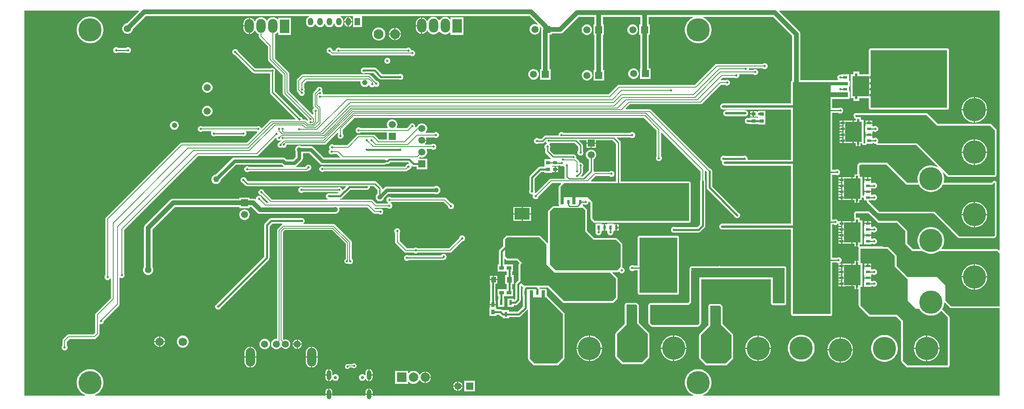
<source format=gbl>
G04*
G04 #@! TF.GenerationSoftware,Altium Limited,Altium Designer,23.10.1 (27)*
G04*
G04 Layer_Physical_Order=2*
G04 Layer_Color=16711680*
%FSLAX25Y25*%
%MOIN*%
G70*
G04*
G04 #@! TF.SameCoordinates,4B5F03CF-9F67-499E-902A-73A7A51B6F95*
G04*
G04*
G04 #@! TF.FilePolarity,Positive*
G04*
G01*
G75*
%ADD12C,0.01000*%
%ADD13C,0.00800*%
%ADD49R,0.03347X0.02756*%
%ADD51R,0.09843X0.14410*%
%ADD52R,0.07874X0.14410*%
%ADD53R,0.06299X0.01968*%
%ADD54R,0.02126X0.03543*%
%ADD56R,0.02362X0.03937*%
%ADD57R,0.04331X0.04724*%
%ADD58R,0.12992X0.09843*%
%ADD59R,0.03000X0.04000*%
%ADD60R,0.04000X0.03000*%
%ADD125C,0.01500*%
%ADD126C,0.04000*%
%ADD127C,0.03000*%
%ADD128C,0.02000*%
%ADD141C,0.05906*%
%ADD142O,0.07874X0.15748*%
%ADD143O,0.03937X0.08268*%
%ADD144C,0.02638*%
%ADD145R,0.05906X0.05906*%
%ADD146C,0.08268*%
%ADD147R,0.05906X0.05906*%
%ADD148C,0.19685*%
%ADD149C,0.07087*%
%ADD150R,0.04724X0.06299*%
%ADD151O,0.04724X0.06299*%
%ADD152O,0.07874X0.11811*%
%ADD153R,0.07874X0.11811*%
%ADD154C,0.07874*%
%ADD155R,0.07874X0.07874*%
%ADD156C,0.02000*%
%ADD157C,0.06000*%
%ADD158C,0.03000*%
%ADD159C,0.05500*%
%ADD160C,0.04000*%
%ADD161C,0.04500*%
%ADD162C,0.05000*%
%ADD163R,0.05512X0.05512*%
%ADD164R,0.13386X0.19291*%
%ADD165R,0.14016X0.07008*%
%ADD166R,0.05118X0.13780*%
%ADD167R,0.03543X0.02126*%
%ADD168R,0.01968X0.06299*%
%ADD169R,0.14410X0.07874*%
%ADD170R,0.14410X0.09843*%
%ADD171R,0.04724X0.13780*%
%ADD172R,0.03000X0.08000*%
%ADD173R,0.32000X0.47000*%
%ADD174R,0.79000X0.08000*%
%ADD175R,0.10000X0.29877*%
%ADD176R,0.65000X0.49000*%
%ADD177R,0.15000X0.03000*%
%ADD178R,0.15000X0.04000*%
%ADD179R,0.32000X1.97000*%
G36*
X830861Y127655D02*
X830399Y127464D01*
X829881Y127981D01*
X829385Y128313D01*
X828800Y128429D01*
X781663D01*
X781408Y128929D01*
X782116Y129904D01*
X782927Y131494D01*
X783478Y133192D01*
X783757Y134956D01*
Y136741D01*
X783478Y138504D01*
X782927Y140202D01*
X782116Y141793D01*
X781067Y143237D01*
X779804Y144500D01*
X778360Y145549D01*
X776769Y146360D01*
X775071Y146912D01*
X773308Y147191D01*
X771522D01*
X769759Y146912D01*
X768061Y146360D01*
X766470Y145549D01*
X765026Y144500D01*
X763763Y143237D01*
X762714Y141793D01*
X761903Y140202D01*
X761352Y138504D01*
X761072Y136741D01*
Y134956D01*
X761352Y133192D01*
X761903Y131494D01*
X762714Y129904D01*
X763422Y128929D01*
X763167Y128429D01*
X757434D01*
X754881Y130982D01*
X752329Y133534D01*
Y143900D01*
X752213Y144485D01*
X751882Y144982D01*
X748881Y147982D01*
X748881Y147982D01*
X744881Y151981D01*
X744385Y152313D01*
X743800Y152429D01*
X728434D01*
X723881Y156982D01*
X720882Y159982D01*
X720385Y160313D01*
X719800Y160429D01*
X708800D01*
X708215Y160313D01*
X707719Y159982D01*
X707387Y159485D01*
X707271Y158900D01*
Y155241D01*
X707387Y154656D01*
X707688Y154205D01*
Y152276D01*
X706137D01*
Y147339D01*
X705137D01*
Y152276D01*
X699658D01*
Y152280D01*
X697387D01*
Y150218D01*
Y148155D01*
X697432D01*
Y147281D01*
X697387D01*
Y145218D01*
Y143155D01*
X697432D01*
Y142280D01*
X697387D01*
Y140218D01*
Y138155D01*
X697432D01*
Y137280D01*
X697387D01*
Y135218D01*
X696887D01*
D01*
X697387D01*
Y133155D01*
X699658D01*
Y133175D01*
X705137D01*
Y139096D01*
X706137D01*
Y133175D01*
X707688D01*
Y130694D01*
X709173D01*
Y134844D01*
X710173D01*
Y130694D01*
X710668D01*
X710744Y130315D01*
X711075Y129819D01*
X711468Y129556D01*
X711287Y129285D01*
X711171Y128700D01*
Y118601D01*
X710173D01*
Y114451D01*
X709173D01*
Y118601D01*
X707688D01*
Y116136D01*
X706137D01*
Y111198D01*
X705137D01*
Y116136D01*
X699658D01*
Y116140D01*
X697387D01*
Y114077D01*
Y112014D01*
X697432D01*
Y111140D01*
X697387D01*
Y109077D01*
Y107014D01*
X697432D01*
Y106140D01*
X697387D01*
Y104077D01*
Y102014D01*
X697432D01*
Y101140D01*
X697387D01*
Y99077D01*
Y97014D01*
X699658D01*
Y97035D01*
X705137D01*
Y102956D01*
X706137D01*
Y97035D01*
X707688D01*
Y94554D01*
X709173D01*
Y98703D01*
X710173D01*
Y94554D01*
X711171D01*
Y80700D01*
X711287Y80115D01*
X711619Y79619D01*
X715619Y75619D01*
X715619Y75619D01*
X719619Y71619D01*
X720115Y71287D01*
X720700Y71171D01*
X743067D01*
X744619Y69619D01*
X747171Y67067D01*
Y56700D01*
Y33700D01*
X747287Y33115D01*
X747619Y32619D01*
X751619Y28619D01*
X752115Y28287D01*
X752700Y28171D01*
X786700D01*
X787285Y28287D01*
X787781Y28619D01*
X788113Y29115D01*
X788229Y29700D01*
Y70700D01*
X788113Y71285D01*
X787781Y71781D01*
X786782Y72781D01*
X782525Y77038D01*
X782500Y77055D01*
X782482Y77079D01*
X782460Y77093D01*
X782116Y77470D01*
X782927Y79061D01*
X783478Y80759D01*
X783757Y82522D01*
Y83126D01*
X784220Y83318D01*
X785719Y81819D01*
X788719Y78819D01*
X789215Y78487D01*
X789800Y78371D01*
X830861D01*
Y4239D01*
X579390D01*
X579311Y4739D01*
X579487Y4796D01*
X581078Y5607D01*
X582522Y6656D01*
X583785Y7919D01*
X584834Y9363D01*
X585645Y10954D01*
X586196Y12652D01*
X586476Y14415D01*
Y16201D01*
X586196Y17964D01*
X585645Y19662D01*
X584834Y21253D01*
X583785Y22697D01*
X582522Y23959D01*
X581078Y25009D01*
X579487Y25819D01*
X577789Y26371D01*
X576026Y26650D01*
X574240D01*
X572477Y26371D01*
X570779Y25819D01*
X569188Y25009D01*
X567744Y23959D01*
X566481Y22697D01*
X565432Y21253D01*
X564622Y19662D01*
X564070Y17964D01*
X563791Y16201D01*
Y14415D01*
X564070Y12652D01*
X564622Y10954D01*
X565432Y9363D01*
X566481Y7919D01*
X567744Y6656D01*
X569188Y5607D01*
X570779Y4796D01*
X570955Y4739D01*
X570876Y4239D01*
X298902D01*
Y4762D01*
X295908D01*
X292914D01*
Y4239D01*
X264886D01*
Y4762D01*
X261892D01*
X258898D01*
Y4239D01*
X63642D01*
X63563Y4739D01*
X63739Y4796D01*
X65330Y5607D01*
X66774Y6656D01*
X68037Y7919D01*
X69086Y9363D01*
X69897Y10954D01*
X70448Y12652D01*
X70728Y14415D01*
Y16201D01*
X70448Y17964D01*
X69897Y19662D01*
X69086Y21253D01*
X68037Y22697D01*
X66774Y23959D01*
X65330Y25009D01*
X63739Y25819D01*
X62041Y26371D01*
X60278Y26650D01*
X58492D01*
X56729Y26371D01*
X55031Y25819D01*
X53440Y25009D01*
X51996Y23959D01*
X50734Y22697D01*
X49684Y21253D01*
X48874Y19662D01*
X48322Y17964D01*
X48043Y16201D01*
Y14415D01*
X48322Y12652D01*
X48874Y10954D01*
X49684Y9363D01*
X50734Y7919D01*
X51996Y6656D01*
X53440Y5607D01*
X55031Y4796D01*
X55207Y4739D01*
X55128Y4239D01*
X3739D01*
X3739Y330761D01*
X100701D01*
X100893Y330299D01*
X90680Y320086D01*
X90580D01*
X89435Y319780D01*
X88409Y319187D01*
X87572Y318349D01*
X86979Y317323D01*
X86673Y316179D01*
Y314994D01*
X86979Y313849D01*
X87572Y312823D01*
X88409Y311985D01*
X89435Y311393D01*
X90580Y311086D01*
X91765D01*
X92909Y311393D01*
X93936Y311985D01*
X94773Y312823D01*
X95366Y313849D01*
X95673Y314994D01*
Y315094D01*
X106849Y326270D01*
X244971D01*
X245070Y325770D01*
X244566Y325561D01*
X243760Y324942D01*
X243141Y324135D01*
X242751Y323196D01*
X242619Y322187D01*
Y320613D01*
X242751Y319604D01*
X243141Y318665D01*
X243760Y317858D01*
X244566Y317239D01*
X245506Y316850D01*
X246514Y316717D01*
X247522Y316850D01*
X248462Y317239D01*
X249269Y317858D01*
X249888Y318665D01*
X250249Y319538D01*
X250511Y319595D01*
X250772Y319538D01*
X251133Y318665D01*
X251753Y317858D01*
X252559Y317239D01*
X253499Y316850D01*
X254507Y316717D01*
X255515Y316850D01*
X256455Y317239D01*
X257262Y317858D01*
X257881Y318665D01*
X258173Y319372D01*
X258715D01*
X259008Y318665D01*
X259627Y317858D01*
X260433Y317239D01*
X261373Y316850D01*
X262381Y316717D01*
X263389Y316850D01*
X264329Y317239D01*
X265136Y317858D01*
X265755Y318665D01*
X266144Y319604D01*
X266164Y319760D01*
X266669D01*
X266689Y319604D01*
X267078Y318665D01*
X267697Y317858D01*
X268504Y317239D01*
X269444Y316850D01*
X270452Y316717D01*
X271460Y316850D01*
X272400Y317239D01*
X273207Y317858D01*
X273826Y318665D01*
X274215Y319604D01*
X274347Y320613D01*
Y322187D01*
X274215Y323196D01*
X273826Y324135D01*
X273207Y324942D01*
X272400Y325561D01*
X271896Y325770D01*
X271995Y326270D01*
X281929D01*
X282338Y326050D01*
X282338Y325770D01*
Y316751D01*
X290062D01*
Y325770D01*
X290062Y326050D01*
X290471Y326270D01*
X432038D01*
X438939Y319369D01*
X438632Y318968D01*
X438319Y319149D01*
X437186Y319453D01*
X436014D01*
X434881Y319149D01*
X433866Y318563D01*
X433037Y317734D01*
X432451Y316719D01*
X432147Y315586D01*
Y314414D01*
X432451Y313281D01*
X433037Y312266D01*
X433866Y311437D01*
X434881Y310851D01*
X436014Y310547D01*
X437186D01*
X438319Y310851D01*
X439334Y311437D01*
X440163Y312266D01*
X440749Y313281D01*
X441053Y314414D01*
Y315586D01*
X440749Y316719D01*
X440568Y317032D01*
X440969Y317339D01*
X442117Y316191D01*
Y315953D01*
X442147Y315723D01*
Y314952D01*
X442090Y314814D01*
X441970Y313900D01*
Y281253D01*
X441047D01*
Y272347D01*
X449953D01*
Y281253D01*
X449030D01*
Y310547D01*
X451053D01*
Y311470D01*
X458200D01*
X459114Y311590D01*
X459965Y311943D01*
X460696Y312504D01*
X473754Y325562D01*
X487170D01*
Y319053D01*
X486247D01*
Y310147D01*
X487170D01*
Y280468D01*
X486362D01*
Y271562D01*
X495268D01*
Y280468D01*
X494230D01*
Y310147D01*
X495153D01*
Y319053D01*
X494230D01*
Y325562D01*
X526070D01*
Y319053D01*
X525147D01*
Y310147D01*
X526070D01*
Y281853D01*
X525847D01*
Y272947D01*
X534753D01*
Y281853D01*
X533130D01*
Y310147D01*
X534053D01*
Y319053D01*
X533130D01*
Y325562D01*
X570812D01*
X570890Y325068D01*
X570779Y325032D01*
X569188Y324221D01*
X567744Y323172D01*
X566481Y321910D01*
X565432Y320465D01*
X564622Y318875D01*
X564070Y317177D01*
X563791Y315413D01*
Y313628D01*
X564070Y311864D01*
X564622Y310167D01*
X565432Y308576D01*
X566481Y307131D01*
X567744Y305869D01*
X569188Y304819D01*
X570779Y304009D01*
X572477Y303457D01*
X574240Y303178D01*
X576026D01*
X577789Y303457D01*
X579487Y304009D01*
X581078Y304819D01*
X582522Y305869D01*
X583785Y307131D01*
X584834Y308576D01*
X585645Y310167D01*
X586196Y311864D01*
X586476Y313628D01*
Y315413D01*
X586196Y317177D01*
X585645Y318875D01*
X584834Y320465D01*
X583785Y321910D01*
X582522Y323172D01*
X581078Y324221D01*
X579487Y325032D01*
X579376Y325068D01*
X579454Y325562D01*
X638646D01*
X654785Y309423D01*
Y271839D01*
X654730Y271828D01*
X654234Y271497D01*
X653902Y271000D01*
X653786Y270415D01*
Y252103D01*
X596176D01*
X595929Y252054D01*
X595678D01*
X595446Y251958D01*
X595200Y251909D01*
X594991Y251770D01*
X594760Y251674D01*
X594582Y251496D01*
X594373Y251357D01*
X594234Y251148D01*
X594056Y250971D01*
X593960Y250739D01*
X593821Y250530D01*
X593772Y250284D01*
X593676Y250052D01*
Y249801D01*
X593627Y249554D01*
X593676Y249308D01*
Y249057D01*
X593772Y248825D01*
X593821Y248579D01*
X593960Y248370D01*
X594056Y248138D01*
X594234Y247961D01*
X594373Y247752D01*
X594582Y247613D01*
X594760Y247435D01*
X594991Y247339D01*
X595200Y247199D01*
X595446Y247150D01*
X595678Y247054D01*
X595929D01*
X596176Y247005D01*
X653786D01*
Y204303D01*
X617292D01*
X617015Y204718D01*
Y205712D01*
X616634Y206631D01*
X615931Y207334D01*
X615012Y207715D01*
X614018D01*
X613521Y207509D01*
X597509D01*
X597012Y207715D01*
X596018D01*
X595099Y207334D01*
X594396Y206631D01*
X594015Y205712D01*
Y204718D01*
X594396Y203799D01*
X595099Y203096D01*
X595454Y202948D01*
X595461Y202928D01*
X595444Y202417D01*
X595376Y202252D01*
Y202001D01*
X595327Y201754D01*
X595376Y201508D01*
Y201257D01*
X595472Y201025D01*
X595521Y200779D01*
X595660Y200570D01*
X595756Y200338D01*
X595934Y200161D01*
X596073Y199952D01*
X596282Y199812D01*
X596459Y199635D01*
X596691Y199539D01*
X596900Y199399D01*
X597146Y199351D01*
X597378Y199254D01*
X597629D01*
X597876Y199205D01*
X653786D01*
Y150203D01*
X595476D01*
X595229Y150154D01*
X594978D01*
X594746Y150058D01*
X594500Y150009D01*
X594291Y149870D01*
X594060Y149774D01*
X593882Y149596D01*
X593673Y149457D01*
X593534Y149248D01*
X593356Y149071D01*
X593260Y148839D01*
X593121Y148630D01*
X593072Y148384D01*
X592976Y148152D01*
Y147901D01*
X592927Y147654D01*
X592976Y147408D01*
Y147157D01*
X593072Y146925D01*
X593121Y146679D01*
X593260Y146470D01*
X593356Y146238D01*
X593534Y146061D01*
X593673Y145852D01*
X593882Y145712D01*
X594060Y145535D01*
X594291Y145439D01*
X594500Y145299D01*
X594746Y145250D01*
X594978Y145154D01*
X595229D01*
X595476Y145105D01*
X653786D01*
Y73415D01*
X653902Y72830D01*
X654234Y72334D01*
X654730Y72002D01*
X655315Y71886D01*
X687315D01*
X687900Y72002D01*
X688396Y72334D01*
X688728Y72830D01*
X688844Y73415D01*
Y117076D01*
X692630D01*
X692710Y116996D01*
X693629Y116615D01*
X694054D01*
X694115Y116140D01*
X694115D01*
Y114577D01*
X696387D01*
Y116140D01*
X694684D01*
X694623Y116615D01*
X695542Y116996D01*
X696245Y117699D01*
X696626Y118618D01*
Y119612D01*
X696245Y120531D01*
X695542Y121234D01*
X694623Y121615D01*
X693629D01*
X692710Y121234D01*
X692630Y121154D01*
X688844D01*
Y149470D01*
X689924D01*
X690004Y149390D01*
X690923Y149010D01*
X691918D01*
X692837Y149390D01*
X693540Y150093D01*
X693615Y150275D01*
X694115Y150175D01*
Y148155D01*
X696387D01*
Y150218D01*
Y152280D01*
X694115D01*
X693711Y152513D01*
X693540Y152926D01*
X692837Y153629D01*
X691918Y154009D01*
X690923D01*
X690004Y153629D01*
X689924Y153549D01*
X688844D01*
Y191670D01*
X691524D01*
X691604Y191590D01*
X692523Y191209D01*
X693518D01*
X694437Y191590D01*
X695140Y192293D01*
X695520Y193212D01*
Y194207D01*
X695140Y195126D01*
X694437Y195829D01*
X693518Y196210D01*
X692523D01*
X691604Y195829D01*
X691524Y195749D01*
X688844D01*
Y244070D01*
X694124D01*
X694204Y243990D01*
X695123Y243609D01*
X696118D01*
X697037Y243990D01*
X697740Y244693D01*
X698120Y245612D01*
Y246607D01*
X697740Y247526D01*
X697037Y248229D01*
X696118Y248609D01*
X695123D01*
X694204Y248229D01*
X694124Y248149D01*
X688844D01*
Y255886D01*
X702315D01*
X702900Y256002D01*
X703396Y256334D01*
X703728Y256830D01*
X703844Y257415D01*
Y261415D01*
X703728Y262000D01*
X703396Y262496D01*
X703127Y262677D01*
Y266153D01*
X703396Y266334D01*
X703728Y266830D01*
X703844Y267415D01*
Y270415D01*
X703728Y271000D01*
X703396Y271497D01*
X703127Y271677D01*
Y276716D01*
X696584D01*
Y276716D01*
X696330Y276547D01*
X696074Y276653D01*
X695080D01*
X694161Y276272D01*
X693458Y275569D01*
X693077Y274650D01*
Y273656D01*
X693458Y272737D01*
X693750Y272444D01*
X693543Y271944D01*
X661845D01*
Y310885D01*
X661725Y311799D01*
X661372Y312650D01*
X660811Y313381D01*
X643894Y330299D01*
X644085Y330761D01*
X830861D01*
X830861Y127655D01*
D02*
G37*
G36*
X722800Y155900D02*
X727800Y150900D01*
X743800D01*
X747800Y146900D01*
X750800Y143900D01*
Y132900D01*
X753800Y129900D01*
X756800Y126900D01*
X765427D01*
X765727Y126644D01*
X767250Y125711D01*
X768899Y125028D01*
X770635Y124611D01*
X772415Y124471D01*
X774195Y124611D01*
X775931Y125028D01*
X777580Y125711D01*
X779103Y126644D01*
X779403Y126900D01*
X828800D01*
X830861Y124839D01*
X830861Y79900D01*
X789800D01*
X786800Y82900D01*
X784800Y84900D01*
Y97900D01*
X781800Y100900D01*
X777800Y104900D01*
X752663D01*
X743229Y114333D01*
Y118700D01*
Y122700D01*
X743113Y123285D01*
X742781Y123782D01*
X738781Y127781D01*
X736782Y129781D01*
X736285Y130113D01*
X735700Y130229D01*
X732471D01*
X731800Y130900D01*
X712157D01*
Y132675D01*
X714342D01*
Y141902D01*
Y152776D01*
X712157D01*
Y155241D01*
X708800D01*
Y158900D01*
X719800D01*
X722800Y155900D01*
D02*
G37*
G36*
X737700Y126700D02*
X741700Y122700D01*
Y118700D01*
Y113700D01*
X751700Y103700D01*
X752700Y102700D01*
Y86700D01*
Y84700D01*
X758700Y78700D01*
X759700Y77700D01*
X762614D01*
X763210Y76727D01*
X764370Y75370D01*
X765727Y74210D01*
X767250Y73277D01*
X768899Y72594D01*
X770635Y72177D01*
X772415Y72037D01*
X774195Y72177D01*
X775931Y72594D01*
X777580Y73277D01*
X779103Y74210D01*
X780460Y75370D01*
X780944Y75937D01*
X781444Y75956D01*
X785700Y71700D01*
X786700Y70700D01*
Y29700D01*
X752700D01*
X748700Y33700D01*
Y56700D01*
Y67700D01*
X745700Y70700D01*
X743700Y72700D01*
X720700D01*
X716700Y76700D01*
X712700Y80700D01*
Y96535D01*
X714342D01*
Y105761D01*
Y116636D01*
X712700D01*
Y128700D01*
X735700D01*
X737700Y126700D01*
D02*
G37*
%LPC*%
G36*
X360600Y325546D02*
X359181Y325359D01*
X357858Y324812D01*
X356722Y323940D01*
X355877Y322838D01*
X355608Y322802D01*
X355592D01*
X355324Y322838D01*
X354478Y323940D01*
X353342Y324812D01*
X352019Y325359D01*
X350600Y325546D01*
X349181Y325359D01*
X347858Y324812D01*
X346722Y323940D01*
X345851Y322804D01*
X345579Y322149D01*
X345079D01*
X344913Y322552D01*
X344121Y323583D01*
X343090Y324375D01*
X341889Y324872D01*
X341100Y324976D01*
Y318094D01*
Y311211D01*
X341889Y311315D01*
X343090Y311813D01*
X344121Y312604D01*
X344913Y313635D01*
X345079Y314038D01*
X345579D01*
X345851Y313383D01*
X346722Y312247D01*
X347858Y311376D01*
X349181Y310828D01*
X350600Y310641D01*
X352019Y310828D01*
X353342Y311376D01*
X354478Y312247D01*
X355324Y313350D01*
X355592Y313385D01*
X355608D01*
X355877Y313350D01*
X356722Y312247D01*
X357858Y311376D01*
X359181Y310828D01*
X360600Y310641D01*
X362019Y310828D01*
X363342Y311376D01*
X364478Y312247D01*
X364690Y312524D01*
X365163Y312363D01*
Y310295D01*
X376037D01*
Y325106D01*
X365163D01*
Y323825D01*
X364690Y323664D01*
X364478Y323940D01*
X363342Y324812D01*
X362019Y325359D01*
X360600Y325546D01*
D02*
G37*
G36*
X214400Y325346D02*
X212981Y325159D01*
X211658Y324611D01*
X210522Y323740D01*
X209677Y322638D01*
X209408Y322602D01*
X209392D01*
X209123Y322638D01*
X208278Y323740D01*
X207142Y324611D01*
X205819Y325159D01*
X204400Y325346D01*
X202981Y325159D01*
X201658Y324611D01*
X200522Y323740D01*
X199651Y322604D01*
X199379Y321949D01*
X198879D01*
X198713Y322352D01*
X197921Y323383D01*
X196890Y324175D01*
X195689Y324672D01*
X194900Y324776D01*
Y317894D01*
Y311012D01*
X195689Y311115D01*
X196890Y311613D01*
X197921Y312404D01*
X198713Y313435D01*
X198879Y313839D01*
X199379D01*
X199651Y313183D01*
X200522Y312048D01*
X201658Y311176D01*
X202463Y310843D01*
Y309100D01*
X202610Y308359D01*
X203030Y307730D01*
X210263Y300498D01*
Y289500D01*
X210410Y288759D01*
X210830Y288130D01*
X222872Y276088D01*
Y260528D01*
X223020Y259787D01*
X223440Y259159D01*
X243900Y238699D01*
Y238441D01*
X244162Y237809D01*
X244105Y237686D01*
X243504Y237579D01*
X243093Y237990D01*
X242465Y238410D01*
X241724Y238558D01*
X239620D01*
Y239018D01*
X239240Y239937D01*
X238537Y240640D01*
X237618Y241020D01*
X237504D01*
X216039Y262486D01*
Y278204D01*
X216119Y278284D01*
X216500Y279203D01*
Y280197D01*
X216119Y281116D01*
X215416Y281820D01*
X214497Y282200D01*
X213503D01*
X212584Y281820D01*
X212504Y281739D01*
X199519D01*
X185037Y296221D01*
Y296334D01*
X184656Y297253D01*
X183953Y297956D01*
X183034Y298337D01*
X182040D01*
X181121Y297956D01*
X180418Y297253D01*
X180037Y296334D01*
Y295340D01*
X180418Y294421D01*
X181121Y293718D01*
X182040Y293337D01*
X182153D01*
X197232Y278258D01*
X197232Y278258D01*
X197894Y277816D01*
X198674Y277661D01*
X211961D01*
Y261641D01*
X212116Y260861D01*
X212558Y260199D01*
X233737Y239020D01*
X233546Y238558D01*
X213012D01*
X212271Y238410D01*
X211643Y237990D01*
X204997Y231345D01*
X204407Y231462D01*
X204219Y231916D01*
X203516Y232620D01*
X202597Y233000D01*
X201603D01*
X200684Y232620D01*
X200502Y232437D01*
X154898D01*
X154716Y232620D01*
X153797Y233000D01*
X152803D01*
X151884Y232620D01*
X151181Y231916D01*
X150800Y230997D01*
Y230003D01*
X151181Y229084D01*
X151884Y228381D01*
X152803Y228000D01*
X153797D01*
X154716Y228381D01*
X154898Y228563D01*
X162222D01*
X162413Y228101D01*
X162386Y228074D01*
X162005Y227155D01*
Y226161D01*
X162386Y225242D01*
X163089Y224538D01*
X164008Y224158D01*
X165003D01*
X165922Y224538D01*
X166002Y224619D01*
X187946D01*
X188026Y224538D01*
X188945Y224158D01*
X189940D01*
X190858Y224538D01*
X191562Y225242D01*
X191942Y226161D01*
Y227155D01*
X191562Y228074D01*
X191535Y228101D01*
X191726Y228563D01*
X200502D01*
X200684Y228381D01*
X201138Y228193D01*
X201255Y227603D01*
X192489Y218837D01*
X137100D01*
X136359Y218690D01*
X135730Y218270D01*
X72930Y155470D01*
X72510Y154841D01*
X72363Y154100D01*
Y106398D01*
X72181Y106216D01*
X71800Y105297D01*
Y104303D01*
X72181Y103384D01*
X72884Y102681D01*
X73803Y102300D01*
X74797D01*
X75716Y102681D01*
X76419Y103384D01*
X76463Y103489D01*
X76963Y103389D01*
Y86902D01*
X64230Y74170D01*
X63810Y73541D01*
X63663Y72800D01*
Y57583D01*
X62117Y56037D01*
X41223D01*
X40481Y55890D01*
X39853Y55470D01*
X36481Y52098D01*
X36061Y51470D01*
X35914Y50728D01*
Y46722D01*
X35732Y46539D01*
X35351Y45620D01*
Y44626D01*
X35732Y43707D01*
X36435Y43004D01*
X37354Y42623D01*
X38348D01*
X39267Y43004D01*
X39970Y43707D01*
X40351Y44626D01*
Y45620D01*
X39970Y46539D01*
X39788Y46722D01*
Y49926D01*
X42025Y52163D01*
X62919D01*
X63661Y52310D01*
X64289Y52730D01*
X66970Y55411D01*
X67390Y56039D01*
X67537Y56781D01*
Y64684D01*
X67953Y64962D01*
X68103Y64900D01*
X69097D01*
X70016Y65281D01*
X70719Y65984D01*
X71100Y66903D01*
Y67560D01*
X83970Y80430D01*
X84390Y81059D01*
X84537Y81800D01*
Y104074D01*
X85037Y104317D01*
X85803Y104000D01*
X86797D01*
X87716Y104381D01*
X88419Y105084D01*
X88800Y106003D01*
Y106997D01*
X88419Y107916D01*
X88237Y108098D01*
Y144698D01*
X151080Y207541D01*
X200686D01*
X201428Y207688D01*
X202056Y208108D01*
X216838Y222890D01*
X217300Y222699D01*
Y222403D01*
X217681Y221484D01*
X218384Y220781D01*
X219303Y220400D01*
X220297D01*
X221098Y220732D01*
X221381Y220308D01*
X220473Y219400D01*
X220403D01*
X219484Y219020D01*
X218781Y218316D01*
X218400Y217397D01*
Y216403D01*
X218781Y215484D01*
X219484Y214781D01*
X220403Y214400D01*
X221397D01*
X222316Y214781D01*
X222419Y214883D01*
X223103Y214600D01*
X224097D01*
X225016Y214981D01*
X225719Y215684D01*
X226100Y216603D01*
Y217063D01*
X258204D01*
X258945Y217210D01*
X259574Y217630D01*
X269403Y227460D01*
X269865Y227268D01*
Y226270D01*
X269683Y226088D01*
X269302Y225169D01*
Y224175D01*
X269683Y223256D01*
X270386Y222553D01*
X271305Y222172D01*
X272300D01*
X273218Y222553D01*
X273922Y223256D01*
X274302Y224175D01*
Y225169D01*
X273922Y226088D01*
X273740Y226270D01*
Y229957D01*
X283711Y239929D01*
X284043Y239863D01*
X529098D01*
X539812Y229148D01*
Y207245D01*
X539630Y207063D01*
X539250Y206144D01*
Y205149D01*
X539630Y204230D01*
X540334Y203527D01*
X541252Y203147D01*
X542247D01*
X543166Y203527D01*
X543869Y204230D01*
X544250Y205149D01*
Y206144D01*
X543869Y207063D01*
X543687Y207245D01*
Y227320D01*
X544149Y227512D01*
X576978Y194683D01*
Y187143D01*
X576796Y186870D01*
X576621Y185992D01*
Y149465D01*
X574365Y147209D01*
X555509D01*
X555012Y147415D01*
X554018D01*
X553099Y147034D01*
X552396Y146331D01*
X552015Y145412D01*
Y144418D01*
X552396Y143499D01*
X553099Y142796D01*
X554018Y142415D01*
X555012D01*
X555509Y142621D01*
X575315D01*
X576193Y142796D01*
X576937Y143293D01*
X580537Y146893D01*
X581035Y147637D01*
X581209Y148515D01*
Y185992D01*
X581035Y186870D01*
X580852Y187143D01*
Y194931D01*
X581352Y195138D01*
X582321Y194169D01*
Y180715D01*
X582496Y179837D01*
X582993Y179093D01*
X605790Y156296D01*
X605996Y155799D01*
X606699Y155096D01*
X607618Y154715D01*
X608612D01*
X609531Y155096D01*
X610234Y155799D01*
X610615Y156718D01*
Y157712D01*
X610234Y158631D01*
X609531Y159334D01*
X609034Y159540D01*
X586909Y181665D01*
Y194615D01*
X586734Y195493D01*
X586237Y196237D01*
X585493Y196734D01*
X585171Y196799D01*
X535300Y246670D01*
X534671Y247090D01*
X533930Y247237D01*
X513730D01*
X513539Y247699D01*
X517203Y251363D01*
X577146D01*
X577887Y251510D01*
X578516Y251930D01*
X594422Y267837D01*
X598058D01*
X598161Y267733D01*
X599080Y267353D01*
X600074D01*
X600993Y267733D01*
X601697Y268437D01*
X602077Y269356D01*
Y270350D01*
X601697Y271269D01*
X600993Y271972D01*
X600074Y272353D01*
X599080D01*
X598161Y271972D01*
X597900Y271711D01*
X594248D01*
X594041Y272211D01*
X595851Y274021D01*
X605853D01*
X606035Y273839D01*
X606954Y273458D01*
X607948D01*
X608867Y273839D01*
X609571Y274542D01*
X609951Y275461D01*
Y276456D01*
X610173Y276787D01*
X621798D01*
X621980Y276605D01*
X622899Y276224D01*
X623893D01*
X624812Y276605D01*
X625516Y277308D01*
X625896Y278227D01*
Y279222D01*
X625516Y280141D01*
X624812Y280844D01*
X623893Y281224D01*
X622899D01*
X621980Y280844D01*
X621798Y280662D01*
X618198D01*
X618022Y280926D01*
Y281805D01*
X629869D01*
X630051Y281623D01*
X630970Y281243D01*
X631964D01*
X632883Y281623D01*
X633586Y282327D01*
X633967Y283245D01*
Y284240D01*
X633586Y285159D01*
X632883Y285862D01*
X631964Y286243D01*
X630970D01*
X630051Y285862D01*
X629869Y285680D01*
X590920D01*
X590178Y285532D01*
X589550Y285113D01*
X572375Y267937D01*
X508200D01*
X507459Y267790D01*
X506830Y267370D01*
X499398Y259937D01*
X257044D01*
X256800Y260303D01*
Y261297D01*
X256419Y262216D01*
X256158Y262477D01*
X256500Y263303D01*
Y264297D01*
X256119Y265216D01*
X255416Y265919D01*
X254497Y266300D01*
X253503D01*
X252584Y265919D01*
X251881Y265216D01*
X251500Y264297D01*
Y264040D01*
X249114Y261653D01*
X248694Y261025D01*
X248546Y260283D01*
Y249992D01*
X248694Y249250D01*
X249114Y248622D01*
X249256Y248480D01*
X249184Y248119D01*
X248481Y247416D01*
X248100Y246497D01*
Y245503D01*
X248481Y244584D01*
X248663Y244402D01*
Y242755D01*
X248201Y242564D01*
X228237Y262527D01*
Y277500D01*
X228090Y278241D01*
X227670Y278870D01*
X216337Y290202D01*
Y310843D01*
X217142Y311176D01*
X218278Y312048D01*
X218490Y312323D01*
X218963Y312163D01*
Y310094D01*
X229837D01*
Y324906D01*
X218963D01*
Y323625D01*
X218490Y323464D01*
X218278Y323740D01*
X217142Y324611D01*
X215819Y325159D01*
X214400Y325346D01*
D02*
G37*
G36*
X278826Y325513D02*
Y321900D01*
X281717D01*
Y322187D01*
X281602Y323065D01*
X281263Y323883D01*
X280724Y324585D01*
X280022Y325124D01*
X279204Y325463D01*
X278826Y325513D01*
D02*
G37*
G36*
X277826Y325513D02*
X277448Y325463D01*
X276630Y325124D01*
X275928Y324585D01*
X275389Y323883D01*
X275050Y323065D01*
X274935Y322187D01*
Y321900D01*
X277826D01*
Y325513D01*
D02*
G37*
G36*
X340100Y324976D02*
X339311Y324872D01*
X338110Y324375D01*
X337079Y323583D01*
X336288Y322552D01*
X335790Y321351D01*
X335620Y320062D01*
Y318594D01*
X340100D01*
Y324976D01*
D02*
G37*
G36*
X193900Y324776D02*
X193111Y324672D01*
X191910Y324175D01*
X190879Y323383D01*
X190088Y322352D01*
X189590Y321151D01*
X189420Y319862D01*
Y318394D01*
X193900D01*
Y324776D01*
D02*
G37*
G36*
X281717Y320900D02*
X278826D01*
Y317287D01*
X279204Y317337D01*
X280022Y317676D01*
X280724Y318215D01*
X281263Y318917D01*
X281602Y319735D01*
X281717Y320613D01*
Y320900D01*
D02*
G37*
G36*
X277826D02*
X274935D01*
Y320613D01*
X275050Y319735D01*
X275389Y318917D01*
X275928Y318215D01*
X276630Y317676D01*
X277448Y317337D01*
X277826Y317287D01*
Y320900D01*
D02*
G37*
G36*
X318676Y316134D02*
X318500D01*
Y311500D01*
X323134D01*
Y311676D01*
X322784Y312982D01*
X322108Y314152D01*
X321152Y315108D01*
X319982Y315784D01*
X318676Y316134D01*
D02*
G37*
G36*
X317500D02*
X317324D01*
X316018Y315784D01*
X314848Y315108D01*
X313892Y314152D01*
X313216Y312982D01*
X312866Y311676D01*
Y311500D01*
X317500D01*
Y316134D01*
D02*
G37*
G36*
X340100Y317594D02*
X335620D01*
Y316125D01*
X335790Y314836D01*
X336288Y313635D01*
X337079Y312604D01*
X338110Y311813D01*
X339311Y311315D01*
X340100Y311211D01*
Y317594D01*
D02*
G37*
G36*
X193900Y317394D02*
X189420D01*
Y315925D01*
X189590Y314636D01*
X190088Y313435D01*
X190879Y312404D01*
X191910Y311613D01*
X193111Y311115D01*
X193900Y311012D01*
Y317394D01*
D02*
G37*
G36*
X520186Y319053D02*
X519014D01*
X517881Y318749D01*
X516866Y318163D01*
X516037Y317334D01*
X515451Y316319D01*
X515147Y315186D01*
Y314014D01*
X515451Y312881D01*
X516037Y311866D01*
X516866Y311037D01*
X517881Y310451D01*
X519014Y310147D01*
X520186D01*
X521319Y310451D01*
X522334Y311037D01*
X523163Y311866D01*
X523749Y312881D01*
X524053Y314014D01*
Y315186D01*
X523749Y316319D01*
X523163Y317334D01*
X522334Y318163D01*
X521319Y318749D01*
X520186Y319053D01*
D02*
G37*
G36*
X481286D02*
X480114D01*
X478981Y318749D01*
X477966Y318163D01*
X477137Y317334D01*
X476551Y316319D01*
X476247Y315186D01*
Y314014D01*
X476551Y312881D01*
X477137Y311866D01*
X477966Y311037D01*
X478981Y310451D01*
X480114Y310147D01*
X481286D01*
X482419Y310451D01*
X483434Y311037D01*
X484263Y311866D01*
X484849Y312881D01*
X485153Y314014D01*
Y315186D01*
X484849Y316319D01*
X484263Y317334D01*
X483434Y318163D01*
X482419Y318749D01*
X481286Y319053D01*
D02*
G37*
G36*
X323134Y310500D02*
X318500D01*
Y305866D01*
X318676D01*
X319982Y306216D01*
X321152Y306892D01*
X322108Y307848D01*
X322784Y309018D01*
X323134Y310324D01*
Y310500D01*
D02*
G37*
G36*
X317500D02*
X312866D01*
Y310324D01*
X313216Y309018D01*
X313892Y307848D01*
X314848Y306892D01*
X316018Y306216D01*
X317324Y305866D01*
X317500D01*
Y310500D01*
D02*
G37*
G36*
X304962Y316634D02*
X303479D01*
X302046Y316250D01*
X300761Y315508D01*
X299712Y314459D01*
X298971Y313175D01*
X298587Y311742D01*
Y310258D01*
X298971Y308825D01*
X299712Y307541D01*
X300761Y306492D01*
X302046Y305750D01*
X303479Y305366D01*
X304962D01*
X306395Y305750D01*
X307680Y306492D01*
X308729Y307541D01*
X309470Y308825D01*
X309854Y310258D01*
Y311742D01*
X309470Y313175D01*
X308729Y314459D01*
X307680Y315508D01*
X306395Y316250D01*
X304962Y316634D01*
D02*
G37*
G36*
X60278Y325863D02*
X58492D01*
X56729Y325584D01*
X55031Y325032D01*
X53440Y324221D01*
X51996Y323172D01*
X50734Y321910D01*
X49684Y320465D01*
X48874Y318875D01*
X48322Y317177D01*
X48043Y315413D01*
Y313628D01*
X48322Y311864D01*
X48874Y310167D01*
X49684Y308576D01*
X50734Y307131D01*
X51996Y305869D01*
X53440Y304819D01*
X55031Y304009D01*
X56729Y303457D01*
X58492Y303178D01*
X60278D01*
X62041Y303457D01*
X63739Y304009D01*
X65330Y304819D01*
X66774Y305869D01*
X68037Y307131D01*
X69086Y308576D01*
X69897Y310167D01*
X70448Y311864D01*
X70728Y313628D01*
Y315413D01*
X70448Y317177D01*
X69897Y318875D01*
X69086Y320465D01*
X68037Y321910D01*
X66774Y323172D01*
X65330Y324221D01*
X63739Y325032D01*
X62041Y325584D01*
X60278Y325863D01*
D02*
G37*
G36*
X92059Y299809D02*
X91065D01*
X90146Y299429D01*
X90066Y299348D01*
X83059D01*
X82978Y299429D01*
X82060Y299809D01*
X81065D01*
X80146Y299429D01*
X79443Y298726D01*
X79062Y297807D01*
Y296812D01*
X79443Y295893D01*
X80146Y295190D01*
X81065Y294809D01*
X82060D01*
X82978Y295190D01*
X83059Y295270D01*
X90066D01*
X90146Y295190D01*
X91065Y294809D01*
X92059D01*
X92978Y295190D01*
X93682Y295893D01*
X94062Y296812D01*
Y297807D01*
X93682Y298726D01*
X92978Y299429D01*
X92059Y299809D01*
D02*
G37*
G36*
X329897Y299500D02*
X328903D01*
X327984Y299119D01*
X327802Y298937D01*
X271798D01*
X271616Y299119D01*
X270697Y299500D01*
X269703D01*
X268784Y299119D01*
X268081Y298416D01*
X267700Y297497D01*
Y296737D01*
X265403D01*
X264900Y297240D01*
Y297497D01*
X264519Y298416D01*
X263816Y299119D01*
X262897Y299500D01*
X261903D01*
X260984Y299119D01*
X260281Y298416D01*
X259900Y297497D01*
Y296503D01*
X260281Y295584D01*
X260984Y294881D01*
X261903Y294500D01*
X262160D01*
X263230Y293430D01*
X263859Y293010D01*
X264600Y292863D01*
X331102D01*
X331284Y292681D01*
X332203Y292300D01*
X333197D01*
X334116Y292681D01*
X334819Y293384D01*
X335200Y294303D01*
Y295297D01*
X334819Y296216D01*
X334116Y296919D01*
X333197Y297300D01*
X332203D01*
X331823Y297684D01*
X331519Y298416D01*
X330816Y299119D01*
X329897Y299500D01*
D02*
G37*
G36*
X311997Y290800D02*
X311003D01*
X310084Y290420D01*
X309381Y289716D01*
X309000Y288797D01*
Y287803D01*
X309381Y286884D01*
X310084Y286181D01*
X311003Y285800D01*
X311997D01*
X312916Y286181D01*
X313619Y286884D01*
X314000Y287803D01*
Y288797D01*
X313619Y289716D01*
X312916Y290420D01*
X311997Y290800D01*
D02*
G37*
G36*
X786315Y298944D02*
X721315D01*
X720730Y298828D01*
X720234Y298497D01*
X719902Y298000D01*
X719786Y297415D01*
Y276716D01*
X718621D01*
Y276695D01*
X711591D01*
Y279176D01*
X706623D01*
Y276695D01*
X704438D01*
Y263853D01*
Y256594D01*
X706623D01*
Y254129D01*
X711591D01*
Y256594D01*
X718621D01*
Y256590D01*
X719786D01*
Y248415D01*
X719902Y247830D01*
X720234Y247334D01*
X720730Y247002D01*
X721315Y246886D01*
X786315D01*
X786900Y247002D01*
X787396Y247334D01*
X787728Y247830D01*
X787844Y248415D01*
Y297415D01*
X787728Y298000D01*
X787396Y298497D01*
X786900Y298828D01*
X786315Y298944D01*
D02*
G37*
G36*
X520886Y281853D02*
X519714D01*
X518581Y281549D01*
X517566Y280963D01*
X516737Y280134D01*
X516151Y279119D01*
X515847Y277986D01*
Y276814D01*
X516151Y275681D01*
X516737Y274666D01*
X517566Y273837D01*
X518581Y273251D01*
X519714Y272947D01*
X520886D01*
X522019Y273251D01*
X523034Y273837D01*
X523863Y274666D01*
X524449Y275681D01*
X524753Y276814D01*
Y277986D01*
X524449Y279119D01*
X523863Y280134D01*
X523034Y280963D01*
X522019Y281549D01*
X520886Y281853D01*
D02*
G37*
G36*
X436086Y281253D02*
X434914D01*
X433781Y280949D01*
X432766Y280363D01*
X431937Y279534D01*
X431351Y278519D01*
X431047Y277386D01*
Y276214D01*
X431351Y275081D01*
X431937Y274066D01*
X432766Y273237D01*
X433781Y272651D01*
X434914Y272347D01*
X436086D01*
X437219Y272651D01*
X438234Y273237D01*
X439063Y274066D01*
X439649Y275081D01*
X439953Y276214D01*
Y277386D01*
X439649Y278519D01*
X439063Y279534D01*
X438234Y280363D01*
X437219Y280949D01*
X436086Y281253D01*
D02*
G37*
G36*
X291993Y282500D02*
X290999D01*
X290080Y282119D01*
X289377Y281416D01*
X288996Y280497D01*
Y279503D01*
X289377Y278584D01*
X290080Y277881D01*
X290999Y277500D01*
X291993D01*
X292665Y277778D01*
X299777D01*
X304506Y273049D01*
X305251Y272552D01*
X306128Y272378D01*
X321539D01*
X322037Y272172D01*
X323031D01*
X323950Y272552D01*
X324653Y273256D01*
X325034Y274174D01*
Y275169D01*
X324653Y276088D01*
X323950Y276791D01*
X323031Y277172D01*
X322037D01*
X321539Y276966D01*
X307079D01*
X302350Y281695D01*
X301606Y282192D01*
X300728Y282367D01*
X292316D01*
X291993Y282500D01*
D02*
G37*
G36*
X481401Y280468D02*
X480229D01*
X479096Y280164D01*
X478081Y279578D01*
X477252Y278749D01*
X476666Y277734D01*
X476362Y276601D01*
Y275429D01*
X476666Y274296D01*
X477252Y273281D01*
X478081Y272452D01*
X479096Y271866D01*
X480229Y271562D01*
X481401D01*
X482534Y271866D01*
X483549Y272452D01*
X484378Y273281D01*
X484964Y274296D01*
X485268Y275429D01*
Y276601D01*
X484964Y277734D01*
X484378Y278749D01*
X483549Y279578D01*
X482534Y280164D01*
X481401Y280468D01*
D02*
G37*
G36*
X296112Y276726D02*
X239800D01*
X239059Y276578D01*
X238430Y276158D01*
X235130Y272858D01*
X234710Y272230D01*
X234563Y271488D01*
Y263600D01*
X234710Y262859D01*
X235130Y262230D01*
X236500Y260860D01*
Y260603D01*
X236881Y259684D01*
X237584Y258981D01*
X238503Y258600D01*
X239497D01*
X240416Y258981D01*
X241119Y259684D01*
X241500Y260603D01*
Y261597D01*
X241119Y262516D01*
X241086Y262550D01*
X241119Y262584D01*
X241500Y263503D01*
Y264497D01*
X241119Y265416D01*
X240937Y265598D01*
Y268798D01*
X243103Y270963D01*
X288519D01*
X288823Y270566D01*
X288750Y270294D01*
Y269306D01*
X289006Y268353D01*
X289499Y267497D01*
X290197Y266799D01*
X291053Y266306D01*
X292006Y266050D01*
X292994D01*
X293948Y266306D01*
X294803Y266799D01*
X295501Y267497D01*
X295638Y267735D01*
X296189Y267689D01*
X296481Y266984D01*
X297184Y266281D01*
X298103Y265900D01*
X299097D01*
X300016Y266281D01*
X300550Y266814D01*
X300784Y266581D01*
X301703Y266200D01*
X302697D01*
X303616Y266581D01*
X304319Y267284D01*
X304700Y268203D01*
Y269197D01*
X304319Y270116D01*
X303616Y270819D01*
X302697Y271200D01*
X302440D01*
X297481Y276158D01*
X296853Y276578D01*
X296112Y276726D01*
D02*
G37*
G36*
X159386Y270053D02*
X158214D01*
X157081Y269749D01*
X156066Y269163D01*
X155237Y268334D01*
X154651Y267319D01*
X154347Y266186D01*
Y265014D01*
X154651Y263881D01*
X155237Y262866D01*
X156066Y262037D01*
X157081Y261451D01*
X158214Y261147D01*
X159386D01*
X160519Y261451D01*
X161534Y262037D01*
X162363Y262866D01*
X162949Y263881D01*
X163253Y265014D01*
Y266186D01*
X162949Y267319D01*
X162363Y268334D01*
X161534Y269163D01*
X160519Y269749D01*
X159386Y270053D01*
D02*
G37*
G36*
X810168Y257558D02*
X809815D01*
Y247215D01*
X820158D01*
Y247568D01*
X819890Y249254D01*
X819363Y250877D01*
X818588Y252398D01*
X817585Y253778D01*
X816378Y254985D01*
X814998Y255988D01*
X813477Y256763D01*
X811854Y257291D01*
X810168Y257558D01*
D02*
G37*
G36*
X808815D02*
X808462D01*
X806776Y257291D01*
X805153Y256763D01*
X803632Y255988D01*
X802252Y254985D01*
X801045Y253778D01*
X800042Y252398D01*
X799267Y250877D01*
X798739Y249254D01*
X798472Y247568D01*
Y247215D01*
X808815D01*
Y257558D01*
D02*
G37*
G36*
X632188Y245993D02*
X625842D01*
Y245510D01*
X625639Y245470D01*
X625431Y245331D01*
X625199Y245234D01*
X625088Y245124D01*
X624871Y245165D01*
X624588Y245369D01*
Y245599D01*
X622415D01*
Y243220D01*
Y240843D01*
X624588D01*
Y240861D01*
X624871Y241065D01*
X625088Y241106D01*
X625199Y240996D01*
X625431Y240899D01*
X625639Y240760D01*
X625842Y240720D01*
X625842Y240237D01*
Y239963D01*
X625588Y239709D01*
X625088Y239851D01*
Y240193D01*
X618742D01*
Y239609D01*
X618209D01*
X617712Y239815D01*
X616718D01*
X615799Y239434D01*
X615096Y238731D01*
X614715Y237812D01*
Y236818D01*
X615096Y235899D01*
X615799Y235196D01*
X616718Y234815D01*
X617712D01*
X618209Y235021D01*
X618742D01*
Y234437D01*
X625088D01*
Y235021D01*
X625842D01*
Y234331D01*
X632188D01*
Y239737D01*
X632188Y240087D01*
X632188Y240587D01*
Y245993D01*
D02*
G37*
G36*
X621415Y245599D02*
X619242D01*
Y243721D01*
X621415D01*
Y245599D01*
D02*
G37*
G36*
X614915Y246364D02*
X598815D01*
X598569Y246315D01*
X598318D01*
X598086Y246219D01*
X597839Y246170D01*
X597631Y246030D01*
X597399Y245934D01*
X597221Y245757D01*
X597013Y245617D01*
X596873Y245409D01*
X596696Y245231D01*
X596599Y244999D01*
X596460Y244791D01*
X596411Y244544D01*
X596315Y244312D01*
Y244061D01*
X596266Y243815D01*
X596315Y243569D01*
Y243318D01*
X596411Y243086D01*
X596460Y242840D01*
X596599Y242631D01*
X596696Y242399D01*
X596873Y242221D01*
X597013Y242013D01*
X597221Y241873D01*
X597399Y241696D01*
X597631Y241599D01*
X597839Y241460D01*
X598086Y241411D01*
X598318Y241315D01*
X598569D01*
X598815Y241266D01*
X614915D01*
X615161Y241315D01*
X615412D01*
X615644Y241411D01*
X615891Y241460D01*
X616099Y241599D01*
X616331Y241696D01*
X616509Y241873D01*
X616717Y242013D01*
X616857Y242221D01*
X617034Y242399D01*
X617131Y242631D01*
X617270Y242840D01*
X617319Y243086D01*
X617415Y243318D01*
Y243569D01*
X617464Y243815D01*
X617415Y244061D01*
Y244312D01*
X617319Y244544D01*
X617270Y244791D01*
X617131Y244999D01*
X617034Y245231D01*
X616857Y245409D01*
X616717Y245617D01*
X616509Y245757D01*
X616331Y245934D01*
X616099Y246030D01*
X615891Y246170D01*
X615644Y246219D01*
X615412Y246315D01*
X615161D01*
X614915Y246364D01*
D02*
G37*
G36*
X159386Y250053D02*
X158214D01*
X157081Y249749D01*
X156066Y249163D01*
X155237Y248334D01*
X154651Y247319D01*
X154347Y246186D01*
Y245014D01*
X154651Y243881D01*
X155237Y242866D01*
X156066Y242037D01*
X157081Y241451D01*
X158214Y241147D01*
X159386D01*
X160519Y241451D01*
X161534Y242037D01*
X162363Y242866D01*
X162949Y243881D01*
X163253Y245014D01*
Y246186D01*
X162949Y247319D01*
X162363Y248334D01*
X161534Y249163D01*
X160519Y249749D01*
X159386Y250053D01*
D02*
G37*
G36*
X621415Y242721D02*
X619242D01*
Y240843D01*
X621415D01*
Y242721D01*
D02*
G37*
G36*
X697387Y237561D02*
X695115D01*
Y235998D01*
X697387D01*
Y237561D01*
D02*
G37*
G36*
X820158Y246215D02*
X809815D01*
Y235873D01*
X810168D01*
X811854Y236139D01*
X813477Y236667D01*
X814998Y237442D01*
X816378Y238445D01*
X817585Y239652D01*
X818588Y241032D01*
X819363Y242553D01*
X819890Y244176D01*
X820158Y245862D01*
Y246215D01*
D02*
G37*
G36*
X808815D02*
X798472D01*
Y245862D01*
X798739Y244176D01*
X799267Y242553D01*
X800042Y241032D01*
X801045Y239652D01*
X802252Y238445D01*
X803632Y237442D01*
X805153Y236667D01*
X806776Y236139D01*
X808462Y235873D01*
X808815D01*
Y246215D01*
D02*
G37*
G36*
X697387Y234998D02*
X695115D01*
Y233435D01*
X697387D01*
Y234998D01*
D02*
G37*
G36*
X768563Y243885D02*
X708530D01*
X708286Y243837D01*
X708039Y243804D01*
X707995Y243779D01*
X707945Y243769D01*
X707738Y243631D01*
X707522Y243506D01*
X707491Y243466D01*
X707449Y243438D01*
X707310Y243230D01*
X707159Y243033D01*
X706912Y242532D01*
X706847Y242292D01*
X706767Y242056D01*
X706771Y242005D01*
X706758Y241956D01*
X706790Y241709D01*
X706807Y241460D01*
X706829Y241415D01*
X706836Y241365D01*
X706960Y241149D01*
X707070Y240925D01*
X707200Y240757D01*
X707348Y240399D01*
X707358Y240322D01*
X707422Y240133D01*
X707461Y239937D01*
X707517Y239853D01*
X707550Y239757D01*
X707682Y239607D01*
X707793Y239440D01*
X707877Y239384D01*
X707943Y239309D01*
X708123Y239220D01*
X708289Y239109D01*
X708388Y239089D01*
X708478Y239045D01*
X708678Y239032D01*
X708688Y239030D01*
Y237557D01*
X707137D01*
Y232620D01*
X706137D01*
Y237557D01*
X700658D01*
Y237561D01*
X698387D01*
Y235498D01*
Y233435D01*
X698432D01*
Y232561D01*
X698387D01*
Y230498D01*
Y228435D01*
X698432D01*
Y227561D01*
X698387D01*
Y225498D01*
Y223435D01*
X698432D01*
Y222561D01*
X698387D01*
Y220498D01*
Y218435D01*
X700658D01*
Y218456D01*
X706137D01*
Y224377D01*
X707137D01*
Y218456D01*
X708688D01*
Y215975D01*
X710173D01*
Y220124D01*
X711173D01*
Y215975D01*
X712657D01*
Y218456D01*
X713812D01*
Y218356D01*
X713929Y217771D01*
X714260Y217275D01*
X714756Y216943D01*
X715342Y216827D01*
X716653D01*
X717238Y216943D01*
X717734Y217275D01*
X718066Y217771D01*
X718098Y217935D01*
X723196D01*
Y218459D01*
X723735D01*
X723816Y218379D01*
X724734Y217998D01*
X725729D01*
X725828Y218039D01*
X725953Y217750D01*
X726116Y217513D01*
X726276Y217275D01*
X726285Y217268D01*
X726292Y217259D01*
X726533Y217103D01*
X726772Y216943D01*
X726783Y216941D01*
X726793Y216934D01*
X727075Y216883D01*
X727357Y216827D01*
X759929D01*
X778058Y198697D01*
X777761Y198288D01*
X776769Y198793D01*
X775071Y199345D01*
X773308Y199624D01*
X771522D01*
X769759Y199345D01*
X768061Y198793D01*
X766470Y197983D01*
X765026Y196933D01*
X763763Y195671D01*
X762714Y194226D01*
X761903Y192636D01*
X761352Y190938D01*
X761072Y189174D01*
Y187389D01*
X761352Y185626D01*
X761479Y185234D01*
X761185Y184829D01*
X752234D01*
X740682Y196381D01*
X735681Y201381D01*
X735185Y201713D01*
X734600Y201829D01*
X712600D01*
X712015Y201713D01*
X711519Y201381D01*
X710519Y200381D01*
X710187Y199885D01*
X710071Y199300D01*
Y192382D01*
X710093Y192268D01*
X709776Y191882D01*
X707688D01*
Y189416D01*
X706137D01*
Y184479D01*
X705137D01*
Y189416D01*
X699658D01*
Y189421D01*
X697387D01*
Y187358D01*
Y185295D01*
X697432D01*
Y184421D01*
X697387D01*
Y182358D01*
Y180295D01*
X697432D01*
Y179421D01*
X697387D01*
Y177358D01*
Y175295D01*
X697432D01*
Y174421D01*
X697387D01*
Y172358D01*
Y170295D01*
X699658D01*
Y170315D01*
X705137D01*
Y176237D01*
X706137D01*
Y170315D01*
X707688D01*
Y167834D01*
X709173D01*
Y171984D01*
X710173D01*
Y167834D01*
X711657D01*
Y170315D01*
X713842D01*
Y172205D01*
X714342Y172473D01*
X714606Y172296D01*
X715191Y172180D01*
X715653Y171769D01*
Y169795D01*
X717682D01*
X718038Y169333D01*
X718154Y168748D01*
X718486Y168252D01*
X727519Y159219D01*
X728015Y158887D01*
X728600Y158771D01*
X774967D01*
X789519Y144219D01*
X795519Y138219D01*
X796015Y137887D01*
X796600Y137771D01*
X825600D01*
X826185Y137887D01*
X826682Y138219D01*
X827682Y139219D01*
X828013Y139715D01*
X828129Y140300D01*
Y152300D01*
Y184647D01*
X828013Y185232D01*
X827682Y185728D01*
X827185Y186060D01*
X826723Y186251D01*
X826723Y186251D01*
X826138Y186367D01*
X825553Y186251D01*
X825057Y185920D01*
X823967Y184829D01*
X783645D01*
X783351Y185234D01*
X783478Y185626D01*
X783757Y187389D01*
Y189174D01*
X783478Y190938D01*
X782927Y192636D01*
X782421Y193628D01*
X782831Y193925D01*
X784481Y192275D01*
X786481Y190275D01*
X786977Y189943D01*
X787563Y189827D01*
X826563D01*
X827148Y189943D01*
X827644Y190275D01*
X827976Y190771D01*
X828092Y191356D01*
Y229356D01*
X827976Y229941D01*
X827644Y230437D01*
X825550Y232532D01*
X825479Y232579D01*
X825432Y232650D01*
X823644Y234437D01*
X823148Y234769D01*
X822563Y234886D01*
X778196D01*
X774644Y238438D01*
X769644Y243438D01*
X769148Y243769D01*
X768563Y243885D01*
D02*
G37*
G36*
X316186Y238653D02*
X315014D01*
X313881Y238349D01*
X312866Y237763D01*
X312037Y236934D01*
X311451Y235919D01*
X311147Y234786D01*
Y233614D01*
X311451Y232481D01*
X311880Y231737D01*
X311592Y231237D01*
X288798D01*
X288616Y231419D01*
X287697Y231800D01*
X286703D01*
X285784Y231419D01*
X285081Y230716D01*
X284700Y229797D01*
Y228803D01*
X285081Y227884D01*
X285784Y227181D01*
X286703Y226800D01*
X287697D01*
X288616Y227181D01*
X288798Y227363D01*
X311147D01*
Y221437D01*
X304702D01*
X301070Y225070D01*
X300441Y225490D01*
X299700Y225637D01*
X287100D01*
X286359Y225490D01*
X285730Y225070D01*
X277498Y216837D01*
X266198D01*
X266016Y217020D01*
X265097Y217400D01*
X264103D01*
X263184Y217020D01*
X262481Y216316D01*
X262100Y215397D01*
Y214403D01*
X262481Y213484D01*
X262727Y213237D01*
X262144Y212653D01*
X261763Y211734D01*
Y210740D01*
X262144Y209821D01*
X262847Y209118D01*
X263766Y208737D01*
X264760D01*
X265679Y209118D01*
X265861Y209300D01*
X268798D01*
X271510Y206588D01*
X271318Y206126D01*
X257653D01*
X248710Y215070D01*
X248083Y215550D01*
X247353Y215853D01*
X246570Y215956D01*
X238629D01*
X238221Y216191D01*
X237331Y216430D01*
X236409D01*
X235519Y216191D01*
X234721Y215731D01*
X234069Y215079D01*
X233609Y214281D01*
X233370Y213391D01*
Y212469D01*
X233609Y211579D01*
X233844Y211171D01*
Y206823D01*
X231547Y204526D01*
X225953D01*
X225040Y205440D01*
X224413Y205921D01*
X223683Y206223D01*
X222900Y206326D01*
X181900D01*
X181117Y206223D01*
X180387Y205921D01*
X179760Y205440D01*
X166021Y191700D01*
X165773D01*
X164756Y191428D01*
X163844Y190901D01*
X163099Y190156D01*
X162573Y189244D01*
X162300Y188227D01*
Y187173D01*
X162573Y186156D01*
X163099Y185244D01*
X163844Y184499D01*
X164756Y183973D01*
X165773Y183700D01*
X166827D01*
X167844Y183973D01*
X168756Y184499D01*
X169501Y185244D01*
X170027Y186156D01*
X170300Y187173D01*
Y187421D01*
X183153Y200274D01*
X221647D01*
X222560Y199361D01*
X222560Y199360D01*
X223187Y198880D01*
X223531Y198737D01*
X223431Y198237D01*
X194298D01*
X194116Y198419D01*
X193197Y198800D01*
X192203D01*
X191284Y198419D01*
X190581Y197716D01*
X190200Y196797D01*
Y195803D01*
X190581Y194884D01*
X191284Y194181D01*
X192203Y193800D01*
X193197D01*
X194116Y194181D01*
X194298Y194363D01*
X243100D01*
X243841Y194510D01*
X244470Y194930D01*
X244840Y195300D01*
X245097D01*
X246016Y195681D01*
X246719Y196384D01*
X247100Y197303D01*
Y198297D01*
X246719Y199216D01*
X246016Y199919D01*
X245097Y200300D01*
X244103D01*
X243184Y199919D01*
X242481Y199216D01*
X242100Y198297D01*
Y198237D01*
X234069D01*
X233969Y198737D01*
X234313Y198880D01*
X234940Y199360D01*
X239010Y203431D01*
X239491Y204057D01*
X239793Y204787D01*
X239896Y205570D01*
Y209904D01*
X245317D01*
X254260Y200960D01*
X254260Y200960D01*
X254887Y200480D01*
X255617Y200177D01*
X256400Y200074D01*
X256400Y200074D01*
X308600D01*
X309383Y200177D01*
X310113Y200480D01*
X310538Y200806D01*
X311611D01*
X312489Y200981D01*
X313233Y201478D01*
X314011Y202256D01*
X324138D01*
X324389Y202206D01*
X329150D01*
X329856Y201500D01*
X329649Y201000D01*
X328903D01*
X327984Y200620D01*
X327281Y199916D01*
X326900Y198997D01*
Y198740D01*
X326587Y198426D01*
X257987D01*
X257805Y198608D01*
X256886Y198989D01*
X255892D01*
X254973Y198608D01*
X254270Y197905D01*
X253889Y196986D01*
Y195992D01*
X254270Y195073D01*
X254973Y194370D01*
X255892Y193989D01*
X256886D01*
X257805Y194370D01*
X257987Y194552D01*
X327389D01*
X328130Y194699D01*
X328759Y195119D01*
X329640Y196000D01*
X329897D01*
X330816Y196381D01*
X331519Y197084D01*
X331900Y198003D01*
Y198762D01*
X332382Y199042D01*
X332922Y198681D01*
X333800Y198506D01*
X336347D01*
Y196347D01*
X345253D01*
Y205253D01*
X338700D01*
X338492Y205753D01*
X339325Y206585D01*
X340214Y206347D01*
X341386D01*
X342519Y206651D01*
X343534Y207237D01*
X344363Y208066D01*
X344949Y209081D01*
X345253Y210214D01*
Y211386D01*
X344949Y212519D01*
X344654Y213030D01*
X344904Y213463D01*
X349002D01*
X349184Y213281D01*
X350103Y212900D01*
X351097D01*
X352016Y213281D01*
X352719Y213984D01*
X353100Y214903D01*
Y215897D01*
X352719Y216816D01*
X352016Y217519D01*
X351097Y217900D01*
X350103D01*
X349184Y217519D01*
X349002Y217337D01*
X343634D01*
X343427Y217837D01*
X343963Y218373D01*
X344483Y219274D01*
X344753Y220280D01*
Y220300D01*
X340800D01*
Y221300D01*
X344753D01*
Y221320D01*
X344483Y222326D01*
X344231Y222763D01*
X344520Y223263D01*
X351202D01*
X351384Y223081D01*
X352303Y222700D01*
X353297D01*
X354216Y223081D01*
X354919Y223784D01*
X355300Y224703D01*
Y225697D01*
X354919Y226616D01*
X354216Y227320D01*
X353297Y227700D01*
X352303D01*
X351384Y227320D01*
X351202Y227137D01*
X344142D01*
X343934Y227637D01*
X344363Y228066D01*
X344949Y229081D01*
X345253Y230214D01*
Y231386D01*
X344949Y232519D01*
X344363Y233534D01*
X343534Y234363D01*
X342519Y234949D01*
X341386Y235253D01*
X340214D01*
X339081Y234949D01*
X338066Y234363D01*
X337237Y233534D01*
X336709Y232620D01*
X336559Y232590D01*
X335930Y232170D01*
X335514Y231753D01*
X335090Y232036D01*
X335200Y232303D01*
Y233297D01*
X334819Y234216D01*
X334116Y234920D01*
X333197Y235300D01*
X332203D01*
X331284Y234920D01*
X330581Y234216D01*
X330200Y233297D01*
Y233040D01*
X328398Y231237D01*
X319608D01*
X319320Y231737D01*
X319749Y232481D01*
X320053Y233614D01*
Y234786D01*
X319749Y235919D01*
X319163Y236934D01*
X318334Y237763D01*
X317319Y238349D01*
X316186Y238653D01*
D02*
G37*
G36*
X697387Y232561D02*
X695115D01*
Y230998D01*
X697387D01*
Y232561D01*
D02*
G37*
G36*
X131394Y237250D02*
X130406D01*
X129453Y236995D01*
X128597Y236501D01*
X127899Y235803D01*
X127406Y234947D01*
X127150Y233994D01*
Y233006D01*
X127406Y232053D01*
X127899Y231198D01*
X128597Y230499D01*
X129453Y230006D01*
X130406Y229750D01*
X131394D01*
X132348Y230006D01*
X133203Y230499D01*
X133901Y231198D01*
X134395Y232053D01*
X134650Y233006D01*
Y233994D01*
X134395Y234947D01*
X133901Y235803D01*
X133203Y236501D01*
X132348Y236995D01*
X131394Y237250D01*
D02*
G37*
G36*
X697387Y229998D02*
X695115D01*
Y228435D01*
X697387D01*
Y229998D01*
D02*
G37*
G36*
X519696Y227799D02*
X518702D01*
X517783Y227418D01*
X517703Y227338D01*
X460695D01*
X460615Y227418D01*
X459696Y227799D01*
X458702D01*
X457783Y227418D01*
X457080Y226715D01*
X456699Y225796D01*
Y224954D01*
X445815D01*
X445815Y224954D01*
X445035Y224799D01*
X444373Y224357D01*
X442270Y222254D01*
X439811D01*
X439731Y222334D01*
X438812Y222715D01*
X437818D01*
X436899Y222334D01*
X436196Y221631D01*
X435815Y220712D01*
Y219718D01*
X436196Y218799D01*
X436899Y218096D01*
X437818Y217715D01*
X438812D01*
X439731Y218096D01*
X439811Y218176D01*
X443115D01*
X443895Y218331D01*
X444557Y218773D01*
X445399Y219615D01*
X445989Y219498D01*
X446196Y218999D01*
X446791Y218404D01*
X446798Y218279D01*
X446732Y217959D01*
X446682Y217859D01*
X445899Y217534D01*
X445196Y216831D01*
X444815Y215912D01*
Y214918D01*
X445196Y213999D01*
X445276Y213919D01*
Y211415D01*
X445431Y210635D01*
X445873Y209973D01*
X450492Y205354D01*
X450419Y205037D01*
X450300Y204854D01*
X444707D01*
Y199449D01*
X444707Y199099D01*
X444707Y198719D01*
X444353Y198365D01*
X440971D01*
X440093Y198190D01*
X439349Y197693D01*
X432593Y190937D01*
X432096Y190193D01*
X431921Y189315D01*
Y178509D01*
X431715Y178012D01*
Y177018D01*
X432096Y176099D01*
X432799Y175396D01*
X433718Y175015D01*
X434712D01*
X434736Y175025D01*
X435117Y174642D01*
X434815Y173912D01*
Y172918D01*
X435196Y171999D01*
X435899Y171296D01*
X436818Y170915D01*
X437812D01*
X438731Y171296D01*
X439434Y171999D01*
X439815Y172918D01*
Y173175D01*
X451117Y184478D01*
X458562D01*
X458753Y184016D01*
X457234Y182497D01*
X456902Y182000D01*
X456786Y181415D01*
Y174415D01*
Y173415D01*
Y166415D01*
X456902Y165830D01*
X457160Y165444D01*
X457024Y165058D01*
X456938Y164944D01*
X452315D01*
X451730Y164828D01*
X451234Y164497D01*
X448234Y161496D01*
X447902Y161000D01*
X447786Y160415D01*
Y133792D01*
X447723Y133744D01*
X447286Y133607D01*
X441396Y139497D01*
X440900Y139828D01*
X440315Y139944D01*
X413020D01*
X412434Y139828D01*
X411938Y139497D01*
X410234Y137792D01*
X409902Y137296D01*
X409786Y136710D01*
Y131130D01*
X406794Y128139D01*
X406297Y127394D01*
X406122Y126517D01*
Y115415D01*
X404917D01*
Y109415D01*
X412648D01*
Y106477D01*
X411276D01*
Y98753D01*
X412648D01*
Y94515D01*
X404917D01*
Y88515D01*
X405821D01*
Y86584D01*
X405434D01*
Y79646D01*
X410796D01*
Y86584D01*
X410409D01*
Y88515D01*
X418113D01*
Y94515D01*
X417236D01*
Y98753D01*
X418607D01*
Y106477D01*
X417236D01*
Y109415D01*
X418113D01*
Y115415D01*
X410711D01*
Y120203D01*
X411173Y120395D01*
X412234Y119334D01*
X412730Y119002D01*
X413315Y118886D01*
X421495D01*
X423559Y116822D01*
X423234Y116497D01*
X422902Y116000D01*
X422786Y115415D01*
Y102130D01*
X420693Y100037D01*
X420196Y99293D01*
X420021Y98415D01*
Y88415D01*
Y86365D01*
X419170Y85514D01*
X418670Y85663D01*
Y86584D01*
X413308D01*
Y79646D01*
X418670D01*
Y80821D01*
X420015D01*
X420893Y80996D01*
X421637Y81493D01*
X423937Y83793D01*
X424435Y84537D01*
X424609Y85415D01*
Y88415D01*
Y97251D01*
X425109Y97458D01*
X426035Y96532D01*
Y96238D01*
X426313D01*
X426657Y95854D01*
X426458Y95555D01*
X426333Y94927D01*
X426014D01*
Y88384D01*
X426283D01*
Y79627D01*
X422222Y75567D01*
X414733D01*
Y76741D01*
X409371D01*
X409371Y76741D01*
X408929Y76881D01*
X408249Y77336D01*
X407371Y77511D01*
X403915D01*
Y78717D01*
X403415D01*
Y80913D01*
X400915D01*
X398415D01*
Y78717D01*
X397915D01*
Y71717D01*
X403915D01*
Y72922D01*
X406421D01*
X407693Y71650D01*
X408437Y71153D01*
X409315Y70978D01*
X409371D01*
Y69804D01*
X414733D01*
Y70978D01*
X423173D01*
X424050Y71153D01*
X424795Y71650D01*
X430199Y77055D01*
X430286Y77184D01*
X430786Y77032D01*
Y35415D01*
X430902Y34830D01*
X431234Y34334D01*
X435234Y30334D01*
X435730Y30002D01*
X436315Y29886D01*
X455315D01*
X455900Y30002D01*
X456396Y30334D01*
X461396Y35334D01*
X461728Y35830D01*
X461844Y36415D01*
Y73415D01*
X461728Y74000D01*
X461396Y74497D01*
X447396Y88497D01*
X446900Y88828D01*
X446844Y88839D01*
Y93415D01*
X446728Y94000D01*
X446396Y94497D01*
X446140Y94668D01*
Y94927D01*
X445403D01*
X445315Y94944D01*
X442315D01*
X442227Y94927D01*
X440717D01*
X440697Y95031D01*
X440459Y95386D01*
X440727Y95886D01*
X447682D01*
X460234Y83334D01*
X460730Y83002D01*
X461315Y82886D01*
X502315D01*
X502900Y83002D01*
X503396Y83334D01*
X506396Y86334D01*
X506728Y86830D01*
X506844Y87415D01*
Y103415D01*
X506728Y104000D01*
X506396Y104497D01*
X502469Y108424D01*
X502661Y108886D01*
X506315D01*
X506900Y109002D01*
X507396Y109334D01*
X507575Y109512D01*
X508065Y109414D01*
X508196Y109099D01*
X508899Y108396D01*
X509818Y108015D01*
X510812D01*
X511731Y108396D01*
X512434Y109099D01*
X512815Y110018D01*
Y111012D01*
X512434Y111931D01*
X511731Y112634D01*
X510812Y113015D01*
X510774Y113062D01*
X510844Y113415D01*
Y132415D01*
X510728Y133000D01*
X510396Y133496D01*
X506396Y137496D01*
X505900Y137828D01*
X505315Y137944D01*
X486948D01*
X480844Y144049D01*
Y161415D01*
X480728Y162000D01*
X480396Y162496D01*
X478396Y164497D01*
X477900Y164828D01*
X477518Y164904D01*
X477516Y165403D01*
X477516D01*
Y166636D01*
X478079D01*
X478159Y166555D01*
X479078Y166175D01*
X480072D01*
X480991Y166555D01*
X481694Y167259D01*
X482075Y168178D01*
Y168785D01*
X482575Y168992D01*
X483786Y167781D01*
Y154415D01*
X483902Y153830D01*
X484234Y153334D01*
X486234Y151334D01*
X486730Y151002D01*
X487315Y150886D01*
X567315D01*
X567900Y151002D01*
X568396Y151334D01*
X568728Y151830D01*
X568844Y152415D01*
Y184415D01*
X568728Y185000D01*
X568396Y185496D01*
X567900Y185828D01*
X567315Y185944D01*
X509554D01*
Y218715D01*
X509399Y219495D01*
X508957Y220157D01*
X506316Y222798D01*
X506507Y223260D01*
X517703D01*
X517783Y223180D01*
X518702Y222799D01*
X519696D01*
X520615Y223180D01*
X521318Y223883D01*
X521699Y224802D01*
Y225796D01*
X521318Y226715D01*
X520615Y227418D01*
X519696Y227799D01*
D02*
G37*
G36*
X697387Y227561D02*
X695115D01*
Y225998D01*
X697387D01*
Y227561D01*
D02*
G37*
G36*
Y224998D02*
X695115D01*
Y223435D01*
X697387D01*
Y224998D01*
D02*
G37*
G36*
Y222561D02*
X695115D01*
Y220998D01*
X697387D01*
Y222561D01*
D02*
G37*
G36*
Y219998D02*
X695115D01*
Y218435D01*
X697387D01*
Y219998D01*
D02*
G37*
G36*
X696387Y189421D02*
X694115D01*
Y187858D01*
X696387D01*
Y189421D01*
D02*
G37*
G36*
Y186858D02*
X694115D01*
Y185295D01*
X696387D01*
Y186858D01*
D02*
G37*
G36*
Y184421D02*
X694115D01*
Y182858D01*
X696387D01*
Y184421D01*
D02*
G37*
G36*
Y181858D02*
X694115D01*
Y180295D01*
X696387D01*
Y181858D01*
D02*
G37*
G36*
Y179421D02*
X694115D01*
Y177858D01*
X696387D01*
Y179421D01*
D02*
G37*
G36*
Y176858D02*
X694115D01*
Y175295D01*
X696387D01*
Y176858D01*
D02*
G37*
G36*
X189940Y189658D02*
X188945D01*
X188026Y189277D01*
X187323Y188574D01*
X186942Y187655D01*
Y186661D01*
X187323Y185742D01*
X188026Y185038D01*
X188945Y184658D01*
X189058D01*
X191158Y182558D01*
X191820Y182116D01*
X192600Y181961D01*
X192600Y181961D01*
X276081D01*
X276272Y181499D01*
X273589Y178816D01*
X273128Y179008D01*
Y179270D01*
X272747Y180189D01*
X272044Y180892D01*
X271125Y181272D01*
X270130D01*
X269212Y180892D01*
X269131Y180812D01*
X240169D01*
X240089Y180892D01*
X239170Y181272D01*
X238175D01*
X237256Y180892D01*
X236553Y180189D01*
X236173Y179270D01*
Y178275D01*
X236553Y177356D01*
X237256Y176653D01*
X238175Y176272D01*
X239170D01*
X240089Y176653D01*
X240169Y176733D01*
X269131D01*
X269212Y176653D01*
X269914Y176362D01*
X270125Y175863D01*
X270124Y175775D01*
X270083Y175714D01*
X262975D01*
X262477Y175920D01*
X261483D01*
X260564Y175539D01*
X259861Y174836D01*
X259480Y173917D01*
Y172923D01*
X259861Y172004D01*
X260564Y171301D01*
X260958Y171137D01*
X260859Y170637D01*
X213602D01*
X207200Y177040D01*
Y177297D01*
X206819Y178216D01*
X206116Y178919D01*
X205197Y179300D01*
X204203D01*
X203284Y178919D01*
X202581Y178216D01*
X202200Y177297D01*
Y176303D01*
X202581Y175384D01*
X203284Y174681D01*
X204203Y174300D01*
X204460D01*
X210561Y168199D01*
X210370Y167737D01*
X209002D01*
X205200Y171540D01*
Y171797D01*
X204819Y172716D01*
X204116Y173419D01*
X203197Y173800D01*
X202203D01*
X201284Y173419D01*
X200581Y172716D01*
X200200Y171797D01*
Y171000D01*
X199730Y170731D01*
X199565Y170857D01*
X198714Y171210D01*
X197800Y171330D01*
X194853D01*
Y172253D01*
X185947D01*
Y171330D01*
X129900D01*
X128986Y171210D01*
X128135Y170857D01*
X127404Y170296D01*
X106204Y149096D01*
X105643Y148365D01*
X105290Y147514D01*
X105170Y146600D01*
Y113186D01*
X104740Y112441D01*
X104450Y111360D01*
Y110240D01*
X104740Y109160D01*
X105299Y108191D01*
X106090Y107399D01*
X107060Y106840D01*
X108141Y106550D01*
X109260D01*
X110340Y106840D01*
X111310Y107399D01*
X112101Y108191D01*
X112660Y109160D01*
X112950Y110240D01*
Y111360D01*
X112660Y112441D01*
X112230Y113186D01*
Y145138D01*
X131362Y164270D01*
X185947D01*
Y163347D01*
X194853D01*
Y164270D01*
X196338D01*
X201154Y159454D01*
X201885Y158893D01*
X202736Y158540D01*
X203650Y158420D01*
X267050D01*
X267964Y158540D01*
X268815Y158893D01*
X268829Y158904D01*
X269165Y159043D01*
X269896Y159604D01*
X270457Y160335D01*
X270810Y161186D01*
X270930Y162100D01*
X270810Y163014D01*
X270631Y163447D01*
X270908Y163863D01*
X294498D01*
X299230Y159130D01*
X299859Y158710D01*
X300600Y158563D01*
X303902D01*
X304284Y158181D01*
X305203Y157800D01*
X306197D01*
X307116Y158181D01*
X307819Y158884D01*
X308200Y159803D01*
Y160797D01*
X307819Y161716D01*
X307116Y162419D01*
X306197Y162800D01*
X305203D01*
X304327Y162437D01*
X301402D01*
X300834Y163005D01*
X301081Y163466D01*
X301600Y163363D01*
X311602D01*
X311784Y163181D01*
X312703Y162800D01*
X313697D01*
X314616Y163181D01*
X315319Y163884D01*
X315700Y164803D01*
Y165797D01*
X315319Y166716D01*
X314616Y167420D01*
X314401Y167509D01*
Y168050D01*
X314716Y168181D01*
X314898Y168363D01*
X359398D01*
X362995Y164766D01*
Y164508D01*
X363375Y163589D01*
X364078Y162886D01*
X364997Y162506D01*
X365992D01*
X366911Y162886D01*
X367614Y163589D01*
X367994Y164508D01*
Y165503D01*
X367614Y166422D01*
X366911Y167125D01*
X365992Y167506D01*
X365734D01*
X361570Y171670D01*
X360941Y172090D01*
X360200Y172237D01*
X314898D01*
X314716Y172420D01*
X313797Y172800D01*
X312803D01*
X311884Y172420D01*
X311181Y171716D01*
X310800Y170797D01*
Y169803D01*
X311181Y168884D01*
X311884Y168181D01*
X312100Y168091D01*
Y167550D01*
X311784Y167420D01*
X311602Y167237D01*
X302402D01*
X299770Y169870D01*
X299141Y170290D01*
X298998Y170318D01*
X298741Y170490D01*
X298000Y170637D01*
X271544D01*
X271495Y171137D01*
X272316Y171300D01*
X273060Y171798D01*
X280268Y179006D01*
X293106D01*
X293603Y178800D01*
X294597D01*
X295516Y179181D01*
X296219Y179884D01*
X296600Y180803D01*
Y181797D01*
X296709Y181961D01*
X300055D01*
X303061Y178955D01*
Y175464D01*
X302951Y175401D01*
X302299Y174749D01*
X301839Y173951D01*
X301600Y173061D01*
Y172139D01*
X301839Y171249D01*
X302299Y170451D01*
X302951Y169799D01*
X303749Y169339D01*
X304639Y169100D01*
X305561D01*
X306451Y169339D01*
X307249Y169799D01*
X307901Y170451D01*
X308362Y171249D01*
X308484Y171704D01*
X312353Y175574D01*
X351241D01*
X351649Y175339D01*
X352539Y175100D01*
X353461D01*
X354351Y175339D01*
X355149Y175799D01*
X355801Y176451D01*
X356261Y177249D01*
X356500Y178139D01*
Y179061D01*
X356261Y179951D01*
X355801Y180749D01*
X355149Y181401D01*
X354351Y181861D01*
X353461Y182100D01*
X352539D01*
X351649Y181861D01*
X351241Y181626D01*
X311100D01*
X310317Y181523D01*
X309587Y181221D01*
X308960Y180740D01*
X307601Y179380D01*
X307139Y179572D01*
Y179800D01*
X306984Y180580D01*
X306542Y181242D01*
X302342Y185442D01*
X301680Y185884D01*
X300900Y186039D01*
X193445D01*
X191942Y187542D01*
Y187655D01*
X191562Y188574D01*
X190858Y189277D01*
X189940Y189658D01*
D02*
G37*
G36*
X696387Y174421D02*
X694115D01*
Y172858D01*
X696387D01*
Y174421D01*
D02*
G37*
G36*
Y171858D02*
X694115D01*
Y170295D01*
X696387D01*
Y171858D01*
D02*
G37*
G36*
X433311Y164336D02*
X426315D01*
Y158915D01*
X433311D01*
Y164336D01*
D02*
G37*
G36*
X425315D02*
X418319D01*
Y158915D01*
X425315D01*
Y164336D01*
D02*
G37*
G36*
X190986Y162253D02*
X189814D01*
X188681Y161949D01*
X187666Y161363D01*
X186837Y160534D01*
X186251Y159519D01*
X185947Y158386D01*
Y157214D01*
X186251Y156081D01*
X186837Y155066D01*
X187666Y154237D01*
X188681Y153651D01*
X189814Y153347D01*
X190986D01*
X192119Y153651D01*
X193134Y154237D01*
X193963Y155066D01*
X194549Y156081D01*
X194853Y157214D01*
Y158386D01*
X194549Y159519D01*
X193963Y160534D01*
X193134Y161363D01*
X192119Y161949D01*
X190986Y162253D01*
D02*
G37*
G36*
X433311Y157915D02*
X426315D01*
Y152494D01*
X433311D01*
Y157915D01*
D02*
G37*
G36*
X425315D02*
X418319D01*
Y152494D01*
X425315D01*
Y157915D01*
D02*
G37*
G36*
X503240Y150127D02*
X498114D01*
Y149931D01*
X497740Y149627D01*
X497614Y149627D01*
X496177D01*
Y146855D01*
Y144083D01*
X497614D01*
X497740Y144083D01*
X497866Y143981D01*
X498114Y143584D01*
X498177Y143096D01*
Y142280D01*
X498558Y141361D01*
X499261Y140658D01*
X500180Y140277D01*
X501174D01*
X502093Y140658D01*
X502797Y141361D01*
X503177Y142280D01*
Y143096D01*
X503240Y143584D01*
X503488Y143981D01*
X503614Y144083D01*
X503740Y144083D01*
X505177D01*
Y146855D01*
Y149627D01*
X503740D01*
X503614Y149627D01*
X503240Y149931D01*
Y150127D01*
D02*
G37*
G36*
X506177Y149627D02*
Y147355D01*
X507740D01*
Y149627D01*
X506177D01*
D02*
G37*
G36*
X696387Y147281D02*
X694115D01*
Y145718D01*
X696387D01*
Y147281D01*
D02*
G37*
G36*
X507740Y146355D02*
X506177D01*
Y144083D01*
X507740D01*
Y146355D01*
D02*
G37*
G36*
X493240Y150127D02*
X488114D01*
Y143584D01*
X488114D01*
X488232Y143407D01*
X488177Y143274D01*
Y142280D01*
X488558Y141361D01*
X489261Y140658D01*
X490180Y140277D01*
X491175D01*
X492093Y140658D01*
X492797Y141361D01*
X493177Y142280D01*
Y143096D01*
X493240Y143584D01*
X493488Y143981D01*
X493614Y144083D01*
X493740Y144083D01*
X495177D01*
Y146855D01*
Y149627D01*
X493740D01*
X493614Y149627D01*
X493240Y149931D01*
Y150127D01*
D02*
G37*
G36*
X696387Y144718D02*
X694115D01*
Y143155D01*
X696387D01*
Y144718D01*
D02*
G37*
G36*
Y142280D02*
X694115D01*
Y140718D01*
X696387D01*
Y142280D01*
D02*
G37*
G36*
Y139718D02*
X694115D01*
Y138155D01*
X696387D01*
Y139718D01*
D02*
G37*
G36*
Y137280D02*
X694115D01*
Y135718D01*
X696387D01*
Y137280D01*
D02*
G37*
G36*
Y134718D02*
X694115D01*
Y133155D01*
X696387D01*
Y134718D01*
D02*
G37*
G36*
X320503Y146300D02*
X319508D01*
X318589Y145920D01*
X317886Y145216D01*
X317506Y144297D01*
Y143303D01*
X317886Y142384D01*
X318068Y142202D01*
Y134595D01*
X318216Y133853D01*
X318636Y133225D01*
X325830Y126030D01*
X326459Y125610D01*
X327200Y125463D01*
X334002D01*
X334184Y125281D01*
X335103Y124900D01*
X336097D01*
X337016Y125281D01*
X337198Y125463D01*
X364700D01*
X365441Y125610D01*
X366070Y126030D01*
X375140Y135100D01*
X375397D01*
X376316Y135481D01*
X377019Y136184D01*
X377400Y137103D01*
Y138097D01*
X377019Y139016D01*
X376316Y139719D01*
X375397Y140100D01*
X374403D01*
X373484Y139719D01*
X372781Y139016D01*
X372400Y138097D01*
Y137840D01*
X363898Y129337D01*
X337198D01*
X337016Y129519D01*
X336097Y129900D01*
X335103D01*
X334184Y129519D01*
X334002Y129337D01*
X328003D01*
X321943Y135397D01*
Y142202D01*
X322125Y142384D01*
X322505Y143303D01*
Y144297D01*
X322125Y145216D01*
X321422Y145920D01*
X320503Y146300D01*
D02*
G37*
G36*
X359797Y124600D02*
X358803D01*
X357884Y124220D01*
X357181Y123516D01*
X357025Y123139D01*
X329596D01*
X329516Y123220D01*
X328597Y123600D01*
X327603D01*
X326684Y123220D01*
X325981Y122516D01*
X325600Y121597D01*
Y120603D01*
X325981Y119684D01*
X326684Y118981D01*
X327603Y118600D01*
X328597D01*
X329516Y118981D01*
X329596Y119061D01*
X358300D01*
X359080Y119216D01*
X359655Y119600D01*
X359797D01*
X360716Y119981D01*
X361419Y120684D01*
X361800Y121603D01*
Y122597D01*
X361419Y123516D01*
X360716Y124220D01*
X359797Y124600D01*
D02*
G37*
G36*
X239497Y154950D02*
X238503D01*
X238006Y154744D01*
X213094D01*
X212216Y154569D01*
X211472Y154072D01*
X207778Y150378D01*
X207281Y149634D01*
X207106Y148756D01*
Y122030D01*
X167102Y82025D01*
X166604Y81819D01*
X165901Y81116D01*
X165521Y80197D01*
Y79203D01*
X165901Y78284D01*
X166604Y77581D01*
X167523Y77200D01*
X168518D01*
X169437Y77581D01*
X170140Y78284D01*
X170346Y78781D01*
X211022Y119457D01*
X211520Y120202D01*
X211694Y121080D01*
Y147805D01*
X214045Y150156D01*
X222397D01*
X222463Y150068D01*
X222348Y149390D01*
X222167Y149270D01*
X218510Y145612D01*
X218090Y144984D01*
X217942Y144242D01*
Y52383D01*
X217934Y52376D01*
X216761D01*
X215629Y52073D01*
X214613Y51487D01*
X213784Y50658D01*
X213198Y49642D01*
X212895Y48510D01*
Y47337D01*
X213198Y46205D01*
X213784Y45190D01*
X214613Y44361D01*
X215629Y43774D01*
X216761Y43471D01*
X217934D01*
X219066Y43774D01*
X220081Y44361D01*
X220910Y45190D01*
X221284Y45837D01*
X221862D01*
X222058Y45497D01*
X222794Y44761D01*
X223696Y44240D01*
X224701Y43971D01*
X225742D01*
X226747Y44240D01*
X227648Y44761D01*
X228384Y45497D01*
X228905Y46398D01*
X229174Y47403D01*
Y48444D01*
X228905Y49449D01*
X228384Y50351D01*
X227648Y51087D01*
X226747Y51607D01*
X225742Y51876D01*
X224701D01*
X223696Y51607D01*
X223607Y51556D01*
X222907Y52257D01*
Y142988D01*
X224791Y144873D01*
X264609D01*
X276273Y133209D01*
Y120122D01*
X275967Y119996D01*
X275405Y119433D01*
X275100Y118698D01*
Y117902D01*
X275405Y117167D01*
X275967Y116604D01*
X276702Y116300D01*
X277498D01*
X278111Y116554D01*
X278484Y116181D01*
X279403Y115800D01*
X280397D01*
X281316Y116181D01*
X282019Y116884D01*
X282400Y117803D01*
Y118797D01*
X282019Y119716D01*
X281316Y120420D01*
X281237Y120452D01*
Y134463D01*
X281090Y135204D01*
X280670Y135833D01*
X267233Y149270D01*
X266604Y149690D01*
X265863Y149837D01*
X240532D01*
X240423Y150299D01*
X240423Y150337D01*
X241119Y151034D01*
X241500Y151953D01*
Y152947D01*
X241119Y153866D01*
X240416Y154569D01*
X239497Y154950D01*
D02*
G37*
G36*
X557315Y139944D02*
X525315D01*
X524730Y139828D01*
X524234Y139497D01*
X523902Y139000D01*
X523786Y138415D01*
Y114454D01*
X520695D01*
X520615Y114534D01*
X519696Y114915D01*
X518702D01*
X517783Y114534D01*
X517080Y113831D01*
X516699Y112912D01*
Y111918D01*
X517080Y110999D01*
X517783Y110296D01*
X518702Y109915D01*
X519696D01*
X520615Y110296D01*
X520695Y110376D01*
X523786D01*
Y91415D01*
X523902Y90830D01*
X524234Y90334D01*
X524730Y90002D01*
X525315Y89886D01*
X557315D01*
X557900Y90002D01*
X558396Y90334D01*
X558728Y90830D01*
X558844Y91415D01*
Y138415D01*
X558728Y139000D01*
X558396Y139497D01*
X557900Y139828D01*
X557315Y139944D01*
D02*
G37*
G36*
X696387Y113577D02*
X694115D01*
Y112014D01*
X696387D01*
Y113577D01*
D02*
G37*
G36*
Y111140D02*
X694115D01*
Y109577D01*
X696387D01*
Y111140D01*
D02*
G37*
G36*
Y108577D02*
X694115D01*
Y107014D01*
X696387D01*
Y108577D01*
D02*
G37*
G36*
Y106140D02*
X694115D01*
Y104577D01*
X696387D01*
Y106140D01*
D02*
G37*
G36*
X404780Y105977D02*
X402115D01*
Y103115D01*
X404780D01*
Y105977D01*
D02*
G37*
G36*
X401115D02*
X398450D01*
Y103115D01*
X401115D01*
Y105977D01*
D02*
G37*
G36*
X696387Y103577D02*
X694115D01*
Y102014D01*
X696387D01*
Y103577D01*
D02*
G37*
G36*
Y101140D02*
X694115D01*
Y99577D01*
X696387D01*
Y101140D01*
D02*
G37*
G36*
Y98577D02*
X694115D01*
Y97014D01*
X696387D01*
Y98577D01*
D02*
G37*
G36*
X404780Y102115D02*
X401615D01*
X398450D01*
Y99253D01*
X398621D01*
Y84413D01*
X398415D01*
Y81913D01*
X400915D01*
X403415D01*
Y84413D01*
X403209D01*
Y99253D01*
X404780D01*
Y102115D01*
D02*
G37*
G36*
X593812Y114110D02*
X592818D01*
X592419Y113944D01*
X569315D01*
X568730Y113828D01*
X568234Y113496D01*
X567902Y113000D01*
X567786Y112415D01*
Y110418D01*
X567686Y109915D01*
Y83948D01*
X566482Y82745D01*
X534514D01*
X533929Y82629D01*
X533432Y82297D01*
X533397Y82244D01*
X533234Y82081D01*
X532902Y81585D01*
X532786Y80999D01*
Y65915D01*
X532902Y65330D01*
X533234Y64834D01*
X534934Y63134D01*
X535430Y62802D01*
X536015Y62686D01*
X574715D01*
X575300Y62802D01*
X575796Y63134D01*
X575988Y63325D01*
X576458D01*
Y63795D01*
X577196Y64534D01*
X577528Y65030D01*
X577644Y65615D01*
Y102886D01*
X636786D01*
Y82538D01*
X636902Y81953D01*
X637234Y81456D01*
X637730Y81125D01*
X638315Y81008D01*
X648315D01*
X648900Y81125D01*
X649396Y81456D01*
X649728Y81953D01*
X649844Y82538D01*
Y112415D01*
X649728Y113000D01*
X649396Y113496D01*
X648900Y113828D01*
X648315Y113944D01*
X594211D01*
X593812Y114110D01*
D02*
G37*
G36*
X118998Y54543D02*
X118900D01*
Y50500D01*
X122943D01*
Y50598D01*
X122634Y51754D01*
X122036Y52790D01*
X121190Y53636D01*
X120154Y54234D01*
X118998Y54543D01*
D02*
G37*
G36*
X117900D02*
X117802D01*
X116646Y54234D01*
X115610Y53636D01*
X114764Y52790D01*
X114166Y51754D01*
X113857Y50598D01*
Y50500D01*
X117900D01*
Y54543D01*
D02*
G37*
G36*
X235584Y51876D02*
X235564D01*
Y48424D01*
X239017D01*
Y48444D01*
X238747Y49449D01*
X238227Y50351D01*
X237491Y51087D01*
X236590Y51607D01*
X235584Y51876D01*
D02*
G37*
G36*
X234564D02*
X234543D01*
X233538Y51607D01*
X232637Y51087D01*
X231901Y50351D01*
X231380Y49449D01*
X231111Y48444D01*
Y48424D01*
X234564D01*
Y51876D01*
D02*
G37*
G36*
X122943Y49500D02*
X118900D01*
Y45457D01*
X118998D01*
X120154Y45766D01*
X121190Y46365D01*
X122036Y47210D01*
X122634Y48246D01*
X122943Y49402D01*
Y49500D01*
D02*
G37*
G36*
X117900D02*
X113857D01*
Y49402D01*
X114166Y48246D01*
X114764Y47210D01*
X115610Y46365D01*
X116646Y45766D01*
X117802Y45457D01*
X117900D01*
Y49500D01*
D02*
G37*
G36*
X555168Y55357D02*
X554815D01*
Y45015D01*
X565158D01*
Y45368D01*
X564890Y47054D01*
X564363Y48677D01*
X563588Y50198D01*
X562585Y51578D01*
X561378Y52785D01*
X559998Y53788D01*
X558477Y54563D01*
X556854Y55090D01*
X555168Y55357D01*
D02*
G37*
G36*
X553815D02*
X553462D01*
X551776Y55090D01*
X550153Y54563D01*
X548632Y53788D01*
X547252Y52785D01*
X546045Y51578D01*
X545042Y50198D01*
X544267Y48677D01*
X543740Y47054D01*
X543472Y45368D01*
Y45015D01*
X553815D01*
Y55357D01*
D02*
G37*
G36*
X138749Y55043D02*
X137421D01*
X136138Y54700D01*
X134988Y54036D01*
X134049Y53097D01*
X133385Y51947D01*
X133042Y50664D01*
Y49336D01*
X133385Y48053D01*
X134049Y46903D01*
X134988Y45964D01*
X136138Y45300D01*
X137421Y44957D01*
X138749D01*
X140032Y45300D01*
X141182Y45964D01*
X142121Y46903D01*
X142785Y48053D01*
X143128Y49336D01*
Y50664D01*
X142785Y51947D01*
X142121Y53097D01*
X141182Y54036D01*
X140032Y54700D01*
X138749Y55043D01*
D02*
G37*
G36*
X626746Y55158D02*
X626393D01*
Y44815D01*
X636735D01*
Y45168D01*
X636468Y46854D01*
X635941Y48477D01*
X635166Y49998D01*
X634163Y51378D01*
X632956Y52585D01*
X631575Y53588D01*
X630055Y54363D01*
X628432Y54891D01*
X626746Y55158D01*
D02*
G37*
G36*
X483724D02*
X483371D01*
Y44815D01*
X493713D01*
Y45168D01*
X493446Y46854D01*
X492919Y48477D01*
X492144Y49998D01*
X491141Y51378D01*
X489934Y52585D01*
X488553Y53588D01*
X487033Y54363D01*
X485409Y54891D01*
X483724Y55158D01*
D02*
G37*
G36*
X482371D02*
X482017D01*
X480332Y54891D01*
X478709Y54363D01*
X477188Y53588D01*
X475807Y52585D01*
X474600Y51378D01*
X473597Y49998D01*
X472822Y48477D01*
X472295Y46854D01*
X472028Y45168D01*
Y44815D01*
X482371D01*
Y55158D01*
D02*
G37*
G36*
X625393D02*
X625039D01*
X623354Y54891D01*
X621731Y54363D01*
X620210Y53588D01*
X618829Y52585D01*
X617623Y51378D01*
X616619Y49998D01*
X615845Y48477D01*
X615317Y46854D01*
X615050Y45168D01*
Y44815D01*
X625393D01*
Y55158D01*
D02*
G37*
G36*
X239017Y47424D02*
X235564D01*
Y43971D01*
X235584D01*
X236590Y44240D01*
X237491Y44761D01*
X238227Y45497D01*
X238747Y46398D01*
X239017Y47403D01*
Y47424D01*
D02*
G37*
G36*
X234564D02*
X231111D01*
Y47403D01*
X231380Y46398D01*
X231901Y45497D01*
X232637Y44761D01*
X233538Y44240D01*
X234543Y43971D01*
X234564D01*
Y47424D01*
D02*
G37*
G36*
X696453Y53843D02*
X696100D01*
Y43500D01*
X706443D01*
Y43853D01*
X706176Y45539D01*
X705648Y47162D01*
X704873Y48683D01*
X703870Y50064D01*
X702664Y51270D01*
X701283Y52273D01*
X699762Y53048D01*
X698139Y53576D01*
X696453Y53843D01*
D02*
G37*
G36*
X695100D02*
X694747D01*
X693061Y53576D01*
X691438Y53048D01*
X689917Y52273D01*
X688537Y51270D01*
X687330Y50064D01*
X686327Y48683D01*
X685552Y47162D01*
X685024Y45539D01*
X684758Y43853D01*
Y43500D01*
X695100D01*
Y53843D01*
D02*
G37*
G36*
X208091Y52376D02*
X206919D01*
X205786Y52073D01*
X204771Y51487D01*
X203942Y50658D01*
X203356Y49642D01*
X203052Y48510D01*
Y47337D01*
X203356Y46205D01*
X203942Y45190D01*
X204771Y44361D01*
X205786Y43774D01*
X206919Y43471D01*
X208091D01*
X209224Y43774D01*
X210239Y44361D01*
X211068Y45190D01*
X211654Y46205D01*
X211958Y47337D01*
Y48510D01*
X211654Y49642D01*
X211068Y50658D01*
X210239Y51487D01*
X209224Y52073D01*
X208091Y52376D01*
D02*
G37*
G36*
X247768Y45751D02*
Y37400D01*
X252248D01*
Y40837D01*
X252079Y42126D01*
X251581Y43327D01*
X250790Y44358D01*
X249758Y45149D01*
X248557Y45647D01*
X247768Y45751D01*
D02*
G37*
G36*
X246768Y45751D02*
X245980Y45647D01*
X244779Y45149D01*
X243747Y44358D01*
X242956Y43327D01*
X242459Y42126D01*
X242289Y40837D01*
Y37400D01*
X246768D01*
Y45751D01*
D02*
G37*
G36*
X195800D02*
Y37400D01*
X200280D01*
Y40837D01*
X200110Y42126D01*
X199612Y43327D01*
X198821Y44358D01*
X197790Y45149D01*
X196589Y45647D01*
X195800Y45751D01*
D02*
G37*
G36*
X194800D02*
X194011Y45647D01*
X192810Y45149D01*
X191779Y44358D01*
X190988Y43327D01*
X190490Y42126D01*
X190320Y40837D01*
Y37400D01*
X194800D01*
Y45751D01*
D02*
G37*
G36*
X565158Y44015D02*
X554815D01*
Y33672D01*
X555168D01*
X556854Y33939D01*
X558477Y34467D01*
X559998Y35242D01*
X561378Y36245D01*
X562585Y37452D01*
X563588Y38832D01*
X564363Y40353D01*
X564890Y41976D01*
X565158Y43662D01*
Y44015D01*
D02*
G37*
G36*
X553815D02*
X543472D01*
Y43662D01*
X543740Y41976D01*
X544267Y40353D01*
X545042Y38832D01*
X546045Y37452D01*
X547252Y36245D01*
X548632Y35242D01*
X550153Y34467D01*
X551776Y33939D01*
X553462Y33672D01*
X553815D01*
Y44015D01*
D02*
G37*
G36*
X636735Y43815D02*
X626393D01*
Y33472D01*
X626746D01*
X628432Y33740D01*
X630055Y34267D01*
X631575Y35042D01*
X632956Y36045D01*
X634163Y37252D01*
X635166Y38632D01*
X635941Y40153D01*
X636468Y41776D01*
X636735Y43462D01*
Y43815D01*
D02*
G37*
G36*
X625393D02*
X615050D01*
Y43462D01*
X615317Y41776D01*
X615845Y40153D01*
X616619Y38632D01*
X617623Y37252D01*
X618829Y36045D01*
X620210Y35042D01*
X621731Y34267D01*
X623354Y33740D01*
X625039Y33472D01*
X625393D01*
Y43815D01*
D02*
G37*
G36*
X493713D02*
X483371D01*
Y33472D01*
X483724D01*
X485409Y33740D01*
X487033Y34267D01*
X488553Y35042D01*
X489934Y36045D01*
X491141Y37252D01*
X492144Y38632D01*
X492919Y40153D01*
X493446Y41776D01*
X493713Y43462D01*
Y43815D01*
D02*
G37*
G36*
X482371D02*
X472028D01*
Y43462D01*
X472295Y41776D01*
X472822Y40153D01*
X473597Y38632D01*
X474600Y37252D01*
X475807Y36045D01*
X477188Y35042D01*
X478709Y34267D01*
X480332Y33740D01*
X482017Y33472D01*
X482371D01*
Y43815D01*
D02*
G37*
G36*
X663408Y55757D02*
X661622D01*
X659859Y55478D01*
X658161Y54927D01*
X656570Y54116D01*
X655126Y53067D01*
X653863Y51804D01*
X652814Y50360D01*
X652003Y48769D01*
X651452Y47071D01*
X651172Y45308D01*
Y43522D01*
X651452Y41759D01*
X652003Y40061D01*
X652814Y38470D01*
X653863Y37026D01*
X655126Y35763D01*
X656570Y34714D01*
X658161Y33904D01*
X659859Y33352D01*
X661622Y33073D01*
X663408D01*
X665171Y33352D01*
X666869Y33904D01*
X668460Y34714D01*
X669904Y35763D01*
X671167Y37026D01*
X672216Y38470D01*
X673027Y40061D01*
X673578Y41759D01*
X673857Y43522D01*
Y45308D01*
X673578Y47071D01*
X673027Y48769D01*
X672216Y50360D01*
X671167Y51804D01*
X669904Y53067D01*
X668460Y54116D01*
X666869Y54927D01*
X665171Y55478D01*
X663408Y55757D01*
D02*
G37*
G36*
X734052Y55658D02*
X732267D01*
X730503Y55378D01*
X728805Y54826D01*
X727215Y54016D01*
X725770Y52967D01*
X724508Y51704D01*
X723458Y50260D01*
X722648Y48669D01*
X722096Y46971D01*
X721817Y45208D01*
Y43422D01*
X722096Y41659D01*
X722648Y39961D01*
X723458Y38370D01*
X724508Y36926D01*
X725770Y35663D01*
X727215Y34614D01*
X728805Y33803D01*
X730503Y33252D01*
X732267Y32972D01*
X734052D01*
X735815Y33252D01*
X737513Y33803D01*
X739104Y34614D01*
X740549Y35663D01*
X741811Y36926D01*
X742860Y38370D01*
X743671Y39961D01*
X744223Y41659D01*
X744502Y43422D01*
Y45208D01*
X744223Y46971D01*
X743671Y48669D01*
X742860Y50260D01*
X741811Y51704D01*
X740549Y52967D01*
X739104Y54016D01*
X737513Y54826D01*
X735815Y55378D01*
X734052Y55658D01*
D02*
G37*
G36*
X706443Y42500D02*
X696100D01*
Y32157D01*
X696453D01*
X698139Y32425D01*
X699762Y32952D01*
X701283Y33727D01*
X702664Y34730D01*
X703870Y35937D01*
X704873Y37317D01*
X705648Y38838D01*
X706176Y40461D01*
X706443Y42147D01*
Y42500D01*
D02*
G37*
G36*
X695100D02*
X684758D01*
Y42147D01*
X685024Y40461D01*
X685552Y38838D01*
X686327Y37317D01*
X687330Y35937D01*
X688537Y34730D01*
X689917Y33727D01*
X691438Y32952D01*
X693061Y32425D01*
X694747Y32157D01*
X695100D01*
Y42500D01*
D02*
G37*
G36*
X283629Y31500D02*
X282833D01*
X282098Y31196D01*
X281830Y30928D01*
X278284D01*
X278284Y30928D01*
X277738Y30819D01*
X277733Y30816D01*
X277202D01*
X276467Y30511D01*
X275904Y29949D01*
X275600Y29214D01*
Y28418D01*
X275904Y27683D01*
X276467Y27120D01*
X277202Y26816D01*
X277998D01*
X278733Y27120D01*
X279296Y27683D01*
X279457Y28073D01*
X281830D01*
X282098Y27804D01*
X282833Y27500D01*
X283629D01*
X284364Y27804D01*
X284926Y28367D01*
X285231Y29102D01*
Y29898D01*
X284926Y30633D01*
X284364Y31196D01*
X283629Y31500D01*
D02*
G37*
G36*
X522315Y82944D02*
X514315D01*
X513730Y82828D01*
X513234Y82497D01*
X512902Y82000D01*
X512786Y81415D01*
Y65048D01*
X505234Y57497D01*
X504902Y57000D01*
X504786Y56415D01*
Y37415D01*
X504902Y36830D01*
X505234Y36334D01*
X510234Y31334D01*
X510730Y31002D01*
X511315Y30886D01*
X527315D01*
X527900Y31002D01*
X528396Y31334D01*
X533396Y36334D01*
X533728Y36830D01*
X533844Y37415D01*
Y56415D01*
X533728Y57000D01*
X533396Y57497D01*
X524844Y66049D01*
Y80415D01*
X524728Y81000D01*
X524396Y81497D01*
X523396Y82497D01*
X522900Y82828D01*
X522315Y82944D01*
D02*
G37*
G36*
X593315Y81944D02*
X585315D01*
X584730Y81828D01*
X584234Y81497D01*
X583902Y81000D01*
X583786Y80415D01*
Y64048D01*
X576234Y56497D01*
X575902Y56000D01*
X575786Y55415D01*
Y36415D01*
X575902Y35830D01*
X576234Y35334D01*
X581234Y30334D01*
X581730Y30002D01*
X582315Y29886D01*
X598315D01*
X598900Y30002D01*
X599396Y30334D01*
X604396Y35334D01*
X604728Y35830D01*
X604844Y36415D01*
Y55415D01*
X604728Y56000D01*
X604396Y56497D01*
X595844Y65048D01*
Y79415D01*
X595728Y80000D01*
X595396Y80497D01*
X594396Y81497D01*
X593900Y81828D01*
X593315Y81944D01*
D02*
G37*
G36*
X246768Y36400D02*
X242289D01*
Y32963D01*
X242459Y31674D01*
X242956Y30473D01*
X243747Y29442D01*
X244779Y28651D01*
X245980Y28153D01*
X246768Y28049D01*
Y36400D01*
D02*
G37*
G36*
X200280Y36400D02*
X195800D01*
Y28049D01*
X196589Y28153D01*
X197790Y28651D01*
X198821Y29442D01*
X199612Y30473D01*
X200110Y31674D01*
X200280Y32963D01*
Y36400D01*
D02*
G37*
G36*
X194800D02*
X190320D01*
Y32963D01*
X190490Y31674D01*
X190988Y30473D01*
X191779Y29442D01*
X192810Y28651D01*
X194011Y28153D01*
X194800Y28049D01*
Y36400D01*
D02*
G37*
G36*
X252248Y36400D02*
X247768D01*
Y28049D01*
X248557Y28153D01*
X249758Y28651D01*
X250790Y29442D01*
X251581Y30473D01*
X252079Y31674D01*
X252248Y32963D01*
Y36400D01*
D02*
G37*
G36*
X334316Y25137D02*
X332884D01*
X331501Y24767D01*
X330262Y24051D01*
X329537Y23326D01*
X329037Y23533D01*
Y25137D01*
X318163D01*
Y14263D01*
X329037D01*
Y15867D01*
X329537Y16074D01*
X330262Y15349D01*
X331501Y14634D01*
X332884Y14263D01*
X334316D01*
X335699Y14634D01*
X336939Y15349D01*
X337951Y16362D01*
X338600Y17486D01*
X338978Y17547D01*
X339161Y17515D01*
X339649Y16669D01*
X340569Y15750D01*
X341694Y15100D01*
X342950Y14763D01*
X343100D01*
Y19700D01*
Y24637D01*
X342950D01*
X341694Y24301D01*
X340569Y23651D01*
X339649Y22731D01*
X339161Y21885D01*
X338978Y21853D01*
X338600Y21914D01*
X337951Y23039D01*
X336939Y24051D01*
X335699Y24767D01*
X334316Y25137D01*
D02*
G37*
G36*
X261392Y26694D02*
X261117Y26658D01*
X260395Y26359D01*
X259775Y25883D01*
X259299Y25263D01*
X259000Y24541D01*
X258898Y23766D01*
Y22100D01*
X261392D01*
Y26694D01*
D02*
G37*
G36*
X296408D02*
Y22100D01*
X298902D01*
Y23766D01*
X298800Y24541D01*
X298501Y25263D01*
X298025Y25883D01*
X297405Y26359D01*
X296683Y26658D01*
X296408Y26694D01*
D02*
G37*
G36*
X295408Y26694D02*
X295133Y26658D01*
X294411Y26359D01*
X293791Y25883D01*
X293315Y25263D01*
X293016Y24541D01*
X292914Y23766D01*
Y21653D01*
X292911Y21651D01*
X292414Y21483D01*
X292009Y21888D01*
X291366Y22259D01*
X290649Y22451D01*
X289907D01*
X289190Y22259D01*
X288547Y21888D01*
X288022Y21363D01*
X287651Y20720D01*
X287459Y20003D01*
Y19261D01*
X287651Y18544D01*
X288022Y17901D01*
X288547Y17376D01*
X289190Y17005D01*
X289907Y16813D01*
X290649D01*
X291366Y17005D01*
X292009Y17376D01*
X292534Y17901D01*
X292682Y18158D01*
X293239Y18122D01*
X293315Y17938D01*
X293791Y17318D01*
X294411Y16842D01*
X295133Y16543D01*
X295408Y16507D01*
Y21600D01*
Y26694D01*
D02*
G37*
G36*
X344250Y24637D02*
X344100D01*
Y20200D01*
X348537D01*
Y20350D01*
X348201Y21606D01*
X347551Y22731D01*
X346631Y23651D01*
X345506Y24301D01*
X344250Y24637D01*
D02*
G37*
G36*
X262392Y26694D02*
Y21600D01*
Y16507D01*
X262667Y16543D01*
X263389Y16842D01*
X264009Y17318D01*
X264485Y17938D01*
X264561Y18122D01*
X265118Y18158D01*
X265266Y17901D01*
X265791Y17376D01*
X266434Y17005D01*
X267151Y16813D01*
X267893D01*
X268610Y17005D01*
X269253Y17376D01*
X269778Y17901D01*
X270149Y18544D01*
X270341Y19261D01*
Y20003D01*
X270149Y20720D01*
X269778Y21363D01*
X269253Y21888D01*
X268610Y22259D01*
X267893Y22451D01*
X267151D01*
X266434Y22259D01*
X265791Y21888D01*
X265386Y21483D01*
X264889Y21651D01*
X264886Y21653D01*
Y23766D01*
X264784Y24541D01*
X264485Y25263D01*
X264009Y25883D01*
X263389Y26359D01*
X262667Y26658D01*
X262392Y26694D01*
D02*
G37*
G36*
X298902Y21100D02*
X296408D01*
Y16507D01*
X296683Y16543D01*
X297405Y16842D01*
X298025Y17318D01*
X298501Y17938D01*
X298800Y18660D01*
X298902Y19435D01*
Y21100D01*
D02*
G37*
G36*
X261392Y21100D02*
X258898D01*
Y19435D01*
X259000Y18660D01*
X259299Y17938D01*
X259775Y17318D01*
X260395Y16842D01*
X261117Y16543D01*
X261392Y16507D01*
Y21100D01*
D02*
G37*
G36*
X348537Y19200D02*
X344100D01*
Y14763D01*
X344250D01*
X345506Y15100D01*
X346631Y15750D01*
X347551Y16669D01*
X348201Y17794D01*
X348537Y19050D01*
Y19200D01*
D02*
G37*
G36*
X371820Y16253D02*
X371800D01*
Y12800D01*
X375253D01*
Y12820D01*
X374983Y13826D01*
X374463Y14727D01*
X373727Y15463D01*
X372826Y15983D01*
X371820Y16253D01*
D02*
G37*
G36*
X370800D02*
X370780D01*
X369774Y15983D01*
X368873Y15463D01*
X368137Y14727D01*
X367617Y13826D01*
X367347Y12820D01*
Y12800D01*
X370800D01*
Y16253D01*
D02*
G37*
G36*
X375253Y11800D02*
X371800D01*
Y8347D01*
X371820D01*
X372826Y8617D01*
X373727Y9137D01*
X374463Y9873D01*
X374983Y10774D01*
X375253Y11780D01*
Y11800D01*
D02*
G37*
G36*
X370800D02*
X367347D01*
Y11780D01*
X367617Y10774D01*
X368137Y9873D01*
X368873Y9137D01*
X369774Y8617D01*
X370780Y8347D01*
X370800D01*
Y11800D01*
D02*
G37*
G36*
X385753Y16753D02*
X376847D01*
Y7847D01*
X385753D01*
Y16753D01*
D02*
G37*
G36*
X262392Y10355D02*
Y5762D01*
X264886D01*
Y7427D01*
X264784Y8202D01*
X264485Y8924D01*
X264009Y9544D01*
X263389Y10020D01*
X262667Y10319D01*
X262392Y10355D01*
D02*
G37*
G36*
X261392Y10355D02*
X261117Y10319D01*
X260395Y10020D01*
X259775Y9544D01*
X259299Y8924D01*
X259000Y8202D01*
X258898Y7427D01*
Y5762D01*
X261392D01*
Y10355D01*
D02*
G37*
G36*
X296408D02*
Y5762D01*
X298902D01*
Y7427D01*
X298800Y8202D01*
X298501Y8924D01*
X298025Y9544D01*
X297405Y10020D01*
X296683Y10319D01*
X296408Y10355D01*
D02*
G37*
G36*
X295408Y10355D02*
X295133Y10319D01*
X294411Y10020D01*
X293791Y9544D01*
X293315Y8924D01*
X293016Y8202D01*
X292914Y7427D01*
Y5762D01*
X295408D01*
Y10355D01*
D02*
G37*
%LPD*%
G36*
X773563Y237356D02*
X777563Y233356D01*
X822563D01*
X824350Y231568D01*
X824398Y231498D01*
X824468Y231451D01*
X826563Y229356D01*
Y191356D01*
X787563D01*
X785563Y193356D01*
X760563Y218356D01*
X727357D01*
X727141Y218856D01*
X727587Y219523D01*
X727781Y220498D01*
X727587Y221474D01*
X727034Y222301D01*
X726207Y222853D01*
X725232Y223047D01*
X724256Y222853D01*
X723784Y222537D01*
X723196D01*
Y223061D01*
X723000D01*
X722696Y223435D01*
X722696Y223561D01*
Y224998D01*
X719924D01*
X717153D01*
Y223561D01*
X717153Y223435D01*
X716849Y223061D01*
X716653D01*
Y218356D01*
X715342D01*
Y227183D01*
Y238056D01*
X713157D01*
Y240522D01*
X708874D01*
X708838Y240798D01*
X708535Y241528D01*
X708284Y241856D01*
X708530Y242356D01*
X768563D01*
X773563Y237356D01*
D02*
G37*
G36*
X739600Y195300D02*
X751600Y183300D01*
X762201D01*
X762278Y183116D01*
X763210Y181594D01*
X764370Y180236D01*
X765727Y179077D01*
X767250Y178144D01*
X768899Y177461D01*
X770635Y177044D01*
X772415Y176904D01*
X774195Y177044D01*
X775931Y177461D01*
X777580Y178144D01*
X779103Y179077D01*
X780460Y180236D01*
X781620Y181594D01*
X782552Y183116D01*
X782629Y183300D01*
X824600D01*
X826138Y184838D01*
X826600Y184647D01*
Y152300D01*
Y140300D01*
X825600Y139300D01*
X796600D01*
X790600Y145300D01*
X775600Y160300D01*
X728600D01*
X719567Y169333D01*
X719759Y169795D01*
X722196D01*
Y170319D01*
X722784D01*
X723256Y170003D01*
X724232Y169809D01*
X725207Y170003D01*
X726034Y170555D01*
X726587Y171382D01*
X726781Y172358D01*
X726587Y173333D01*
X726034Y174160D01*
X725207Y174713D01*
X724232Y174907D01*
X723256Y174713D01*
X722784Y174397D01*
X722196D01*
Y174921D01*
X722000D01*
X721696Y175295D01*
X721696Y175421D01*
Y176858D01*
X718924D01*
X716153D01*
Y175421D01*
X716153Y175295D01*
X715849Y174921D01*
X715653D01*
Y173901D01*
X715191Y173709D01*
X714342Y174558D01*
Y179042D01*
Y189916D01*
X712157D01*
Y192382D01*
X711600D01*
Y199300D01*
X712600Y200300D01*
X734600D01*
X739600Y195300D01*
D02*
G37*
%LPC*%
G36*
X722696Y237561D02*
X720424D01*
Y235998D01*
X722696D01*
Y237561D01*
D02*
G37*
G36*
X719424D02*
X717153D01*
Y235998D01*
X719424D01*
Y237561D01*
D02*
G37*
G36*
X722696Y234998D02*
X719924D01*
X717153D01*
Y233561D01*
X717153Y233435D01*
X716849Y233061D01*
X716653D01*
Y227935D01*
X716849D01*
X717153Y227561D01*
X717153Y227435D01*
Y225998D01*
X719924D01*
X722696D01*
Y227435D01*
X722696Y227561D01*
X723000Y227935D01*
X723196D01*
Y228459D01*
X723784D01*
X724256Y228143D01*
X725232Y227949D01*
X726207Y228143D01*
X727034Y228696D01*
X727587Y229523D01*
X727781Y230498D01*
X727587Y231474D01*
X727034Y232301D01*
X726207Y232853D01*
X725232Y233047D01*
X724256Y232853D01*
X723784Y232537D01*
X723196D01*
Y233061D01*
X723000D01*
X722696Y233435D01*
X722696Y233561D01*
Y234998D01*
D02*
G37*
G36*
X809815Y221552D02*
Y211215D01*
X820152D01*
X820057Y212416D01*
X819659Y214076D01*
X819006Y215653D01*
X818114Y217108D01*
X817006Y218406D01*
X815708Y219514D01*
X814253Y220406D01*
X812676Y221059D01*
X811016Y221457D01*
X809815Y221552D01*
D02*
G37*
G36*
X808815D02*
X807614Y221457D01*
X805954Y221059D01*
X804377Y220406D01*
X802922Y219514D01*
X801624Y218406D01*
X800516Y217108D01*
X799624Y215653D01*
X798971Y214076D01*
X798573Y212416D01*
X798478Y211215D01*
X808815D01*
Y221552D01*
D02*
G37*
G36*
X820152Y210215D02*
X809815D01*
Y199878D01*
X811016Y199973D01*
X812676Y200371D01*
X814253Y201024D01*
X815708Y201916D01*
X817006Y203025D01*
X818114Y204322D01*
X819006Y205777D01*
X819659Y207354D01*
X820057Y209014D01*
X820152Y210215D01*
D02*
G37*
G36*
X808815D02*
X798478D01*
X798573Y209014D01*
X798971Y207354D01*
X799624Y205777D01*
X800516Y204322D01*
X801624Y203025D01*
X802922Y201916D01*
X804377Y201024D01*
X805954Y200371D01*
X807614Y199973D01*
X808815Y199878D01*
Y210215D01*
D02*
G37*
G36*
X721696Y189421D02*
X719424D01*
Y187858D01*
X721696D01*
Y189421D01*
D02*
G37*
G36*
X718424D02*
X716153D01*
Y187858D01*
X718424D01*
Y189421D01*
D02*
G37*
G36*
X721696Y186858D02*
X718924D01*
X716153D01*
Y185421D01*
X716153Y185295D01*
X715849Y184921D01*
X715653D01*
Y179795D01*
X715849D01*
X716153Y179421D01*
X716153Y179295D01*
Y177858D01*
X718924D01*
X721696D01*
Y179295D01*
X721696Y179421D01*
X722000Y179795D01*
X722196D01*
Y180319D01*
X722784D01*
X723256Y180003D01*
X724232Y179809D01*
X725207Y180003D01*
X726034Y180555D01*
X726587Y181383D01*
X726781Y182358D01*
X726587Y183333D01*
X726034Y184160D01*
X725207Y184713D01*
X724232Y184907D01*
X723256Y184713D01*
X722784Y184397D01*
X722196D01*
Y184921D01*
X722000D01*
X721696Y185295D01*
X721696Y185421D01*
Y186858D01*
D02*
G37*
G36*
X809815Y168652D02*
Y158315D01*
X820152D01*
X820057Y159516D01*
X819659Y161176D01*
X819006Y162753D01*
X818114Y164208D01*
X817006Y165506D01*
X815708Y166614D01*
X814253Y167506D01*
X812676Y168159D01*
X811016Y168557D01*
X809815Y168652D01*
D02*
G37*
G36*
X808815D02*
X807614Y168557D01*
X805954Y168159D01*
X804377Y167506D01*
X802922Y166614D01*
X801624Y165506D01*
X800516Y164208D01*
X799624Y162753D01*
X798971Y161176D01*
X798573Y159516D01*
X798478Y158315D01*
X808815D01*
Y168652D01*
D02*
G37*
G36*
X820152Y157315D02*
X809815D01*
Y146978D01*
X811016Y147073D01*
X812676Y147471D01*
X814253Y148124D01*
X815708Y149016D01*
X817006Y150125D01*
X818114Y151422D01*
X819006Y152877D01*
X819659Y154454D01*
X820057Y156114D01*
X820152Y157315D01*
D02*
G37*
G36*
X808815D02*
X798478D01*
X798573Y156114D01*
X798971Y154454D01*
X799624Y152877D01*
X800516Y151422D01*
X801624Y150125D01*
X802922Y149016D01*
X804377Y148124D01*
X805954Y147471D01*
X807614Y147073D01*
X808815Y146978D01*
Y157315D01*
D02*
G37*
%LPD*%
G36*
X505476Y217870D02*
Y185944D01*
X484237D01*
X484046Y186406D01*
X488117Y190478D01*
X499922D01*
X500104Y190296D01*
X501023Y189915D01*
X502018D01*
X502937Y190296D01*
X503640Y190999D01*
X504021Y191918D01*
Y192912D01*
X503640Y193831D01*
X502937Y194534D01*
X502018Y194915D01*
X501023D01*
X500104Y194534D01*
X499922Y194352D01*
X487315D01*
X486832Y194256D01*
X486736Y194288D01*
X486371Y194599D01*
X486354Y194632D01*
Y204551D01*
X487049Y204952D01*
X487878Y205781D01*
X488464Y206796D01*
X488768Y207929D01*
Y209101D01*
X488464Y210234D01*
X487878Y211249D01*
X487049Y212078D01*
X486034Y212664D01*
X484901Y212968D01*
X483729D01*
X482596Y212664D01*
X481581Y212078D01*
X480752Y211249D01*
X480166Y210234D01*
X479862Y209101D01*
Y207929D01*
X480166Y206796D01*
X480752Y205781D01*
X481581Y204952D01*
X482276Y204551D01*
Y195260D01*
X477170Y190154D01*
X475591D01*
X475400Y190616D01*
X476757Y191973D01*
X477199Y192635D01*
X477354Y193415D01*
Y197919D01*
X477434Y197999D01*
X477815Y198918D01*
Y199912D01*
X477434Y200831D01*
X476731Y201534D01*
X475812Y201915D01*
X474818D01*
X474668Y201853D01*
X474252Y202131D01*
Y202415D01*
X474105Y203156D01*
X473685Y203785D01*
X471885Y205585D01*
X471722Y205694D01*
X471815Y205918D01*
Y206912D01*
X471434Y207831D01*
X470731Y208534D01*
X469812Y208915D01*
X468818D01*
X468430Y208754D01*
X452860D01*
X449354Y212260D01*
Y213919D01*
X449434Y213999D01*
X449815Y214918D01*
Y215912D01*
X449434Y216831D01*
X448839Y217426D01*
X448832Y217551D01*
X448898Y217871D01*
X448948Y217971D01*
X449731Y218296D01*
X449811Y218376D01*
X470470D01*
X473276Y215570D01*
Y211911D01*
X473196Y211831D01*
X472815Y210912D01*
Y209918D01*
X473196Y208999D01*
X473899Y208296D01*
X474818Y207915D01*
X475812D01*
X476731Y208296D01*
X477434Y208999D01*
X477815Y209918D01*
Y210912D01*
X477434Y211831D01*
X477354Y211911D01*
Y216415D01*
X477199Y217195D01*
X476757Y217857D01*
X474200Y220414D01*
X474391Y220876D01*
X480362D01*
Y219015D01*
X484315D01*
X488268D01*
Y220876D01*
X502470D01*
X505476Y217870D01*
D02*
G37*
G36*
X457899Y199296D02*
X458818Y198915D01*
X459812D01*
X460731Y199296D01*
X460753Y199318D01*
X461215Y199126D01*
Y198918D01*
X461596Y197999D01*
X461676Y197919D01*
Y190015D01*
X461831Y189235D01*
X462087Y188852D01*
X461819Y188352D01*
X450315D01*
X449574Y188205D01*
X448945Y187785D01*
X437227Y176067D01*
X436842Y176065D01*
X436504Y176509D01*
X436715Y177018D01*
Y178012D01*
X436509Y178509D01*
Y188365D01*
X441921Y193777D01*
X444707D01*
Y193193D01*
X451054D01*
Y193268D01*
X451142Y193731D01*
X451554Y193731D01*
X453315D01*
Y196109D01*
Y198487D01*
X451147Y198487D01*
X451054Y198949D01*
X451484Y199137D01*
X456988D01*
Y199376D01*
X457819D01*
X457899Y199296D01*
D02*
G37*
G36*
X567315Y152415D02*
X487315D01*
X485315Y154415D01*
Y168415D01*
X481315Y172415D01*
X459315D01*
X458315Y173415D01*
Y181415D01*
X461315Y184415D01*
X567315D01*
Y152415D01*
D02*
G37*
G36*
X479315Y161415D02*
Y143415D01*
X486315Y136415D01*
X505315D01*
X509315Y132415D01*
Y113415D01*
X506315Y110415D01*
X454315D01*
X449315Y115415D01*
Y160415D01*
X452315Y163415D01*
X477315D01*
X479315Y161415D01*
D02*
G37*
G36*
X446315Y132415D02*
Y115415D01*
X453315Y108415D01*
X500315D01*
X505315Y103415D01*
Y87415D01*
X502315Y84415D01*
X461315D01*
X448315Y97415D01*
X427315D01*
X424315Y100415D01*
Y115415D01*
X425315Y116415D01*
X426129D01*
X422129Y120415D01*
X413315D01*
X411315Y122415D01*
Y136710D01*
X413020Y138415D01*
X440315D01*
X446315Y132415D01*
D02*
G37*
G36*
X460315Y73415D02*
Y36415D01*
X455315Y31415D01*
X436315D01*
X432315Y35415D01*
Y87415D01*
X446315D01*
X460315Y73415D01*
D02*
G37*
%LPC*%
G36*
X488268Y218015D02*
X484815D01*
Y214562D01*
X488268D01*
Y218015D01*
D02*
G37*
G36*
X483815D02*
X480362D01*
Y214562D01*
X483815D01*
Y218015D01*
D02*
G37*
G36*
X454315Y198487D02*
Y196609D01*
X456488D01*
Y198487D01*
X454315D01*
D02*
G37*
G36*
X456488Y195609D02*
X454315D01*
Y193731D01*
X456488D01*
Y195609D01*
D02*
G37*
%LPD*%
G36*
X576115Y109315D02*
Y65615D01*
X574715Y64215D01*
X536015D01*
X534315Y65915D01*
Y80999D01*
X534523Y81207D01*
X534514Y81216D01*
X567116D01*
X569215Y83315D01*
Y109915D01*
X570015Y110715D01*
X574715D01*
X576115Y109315D01*
D02*
G37*
G36*
X523315Y80415D02*
Y65415D01*
X532315Y56415D01*
Y37415D01*
X527315Y32415D01*
X511315D01*
X506315Y37415D01*
Y56415D01*
X514315Y64415D01*
Y81415D01*
X522315D01*
X523315Y80415D01*
D02*
G37*
G36*
X594315Y79415D02*
Y64415D01*
X603315Y55415D01*
Y36415D01*
X598315Y31415D01*
X582315D01*
X577315Y36415D01*
Y55415D01*
X585315Y63415D01*
Y80415D01*
X593315D01*
X594315Y79415D01*
D02*
G37*
%LPC*%
G36*
X721696Y152280D02*
X719424D01*
Y150718D01*
X721696D01*
Y152280D01*
D02*
G37*
G36*
X718424D02*
X716153D01*
Y150718D01*
X718424D01*
Y152280D01*
D02*
G37*
G36*
X721696Y149718D02*
X718924D01*
X716153D01*
Y148281D01*
X716153Y148155D01*
X715849Y147781D01*
X715653D01*
Y142655D01*
X715849D01*
X716153Y142280D01*
X716153Y142155D01*
Y140718D01*
X718924D01*
X721696D01*
Y142155D01*
X721696Y142280D01*
X722000Y142655D01*
X722196D01*
Y143178D01*
X722784D01*
X723256Y142863D01*
X724232Y142669D01*
X725207Y142863D01*
X726034Y143415D01*
X726587Y144242D01*
X726781Y145218D01*
X726587Y146193D01*
X726034Y147020D01*
X725207Y147573D01*
X724232Y147766D01*
X723256Y147573D01*
X722784Y147257D01*
X722196D01*
Y147781D01*
X722000D01*
X721696Y148155D01*
X721696Y148281D01*
Y149718D01*
D02*
G37*
G36*
Y139718D02*
X718924D01*
X716153D01*
Y138281D01*
X716153Y138155D01*
X715849Y137780D01*
X715653D01*
Y132655D01*
X722196D01*
Y133178D01*
X722784D01*
X723256Y132863D01*
X724232Y132669D01*
X725207Y132863D01*
X726034Y133415D01*
X726587Y134242D01*
X726781Y135218D01*
X726587Y136193D01*
X726034Y137020D01*
X725207Y137573D01*
X724232Y137767D01*
X723256Y137573D01*
X722784Y137257D01*
X722196D01*
Y137780D01*
X722000D01*
X721696Y138155D01*
X721696Y138281D01*
Y139718D01*
D02*
G37*
G36*
X809815Y115752D02*
Y105415D01*
X820152D01*
X820057Y106616D01*
X819659Y108276D01*
X819006Y109853D01*
X818114Y111308D01*
X817006Y112606D01*
X815708Y113714D01*
X814253Y114606D01*
X812676Y115259D01*
X811016Y115657D01*
X809815Y115752D01*
D02*
G37*
G36*
X808815D02*
X807614Y115657D01*
X805954Y115259D01*
X804377Y114606D01*
X802922Y113714D01*
X801624Y112606D01*
X800516Y111308D01*
X799624Y109853D01*
X798971Y108276D01*
X798573Y106616D01*
X798478Y105415D01*
X808815D01*
Y115752D01*
D02*
G37*
G36*
X820152Y104415D02*
X809815D01*
Y94078D01*
X811016Y94173D01*
X812676Y94571D01*
X814253Y95224D01*
X815708Y96116D01*
X817006Y97224D01*
X818114Y98522D01*
X819006Y99977D01*
X819659Y101554D01*
X820057Y103214D01*
X820152Y104415D01*
D02*
G37*
G36*
X808815D02*
X798478D01*
X798573Y103214D01*
X798971Y101554D01*
X799624Y99977D01*
X800516Y98522D01*
X801624Y97224D01*
X802922Y96116D01*
X804377Y95224D01*
X805954Y94571D01*
X807614Y94173D01*
X808815Y94078D01*
Y104415D01*
D02*
G37*
G36*
X721696Y116140D02*
X719424D01*
Y114577D01*
X721696D01*
Y116140D01*
D02*
G37*
G36*
X718424D02*
X716153D01*
Y114577D01*
X718424D01*
Y116140D01*
D02*
G37*
G36*
X721696Y113577D02*
X718924D01*
X716153D01*
Y112140D01*
X716153Y112014D01*
X715849Y111640D01*
X715653D01*
Y106514D01*
X715849D01*
X716153Y106140D01*
X716153Y106014D01*
Y104577D01*
X718924D01*
X721696D01*
Y106014D01*
X721696Y106140D01*
X722000Y106514D01*
X722196D01*
Y107038D01*
X722784D01*
X723256Y106722D01*
X724232Y106528D01*
X725207Y106722D01*
X726034Y107275D01*
X726587Y108102D01*
X726781Y109077D01*
X726587Y110053D01*
X726034Y110880D01*
X725207Y111432D01*
X724232Y111626D01*
X723256Y111432D01*
X722784Y111116D01*
X722196D01*
Y111640D01*
X722000D01*
X721696Y112014D01*
X721696Y112140D01*
Y113577D01*
D02*
G37*
G36*
Y103577D02*
X718924D01*
X716153D01*
Y102140D01*
X716153Y102014D01*
X715849Y101640D01*
X715653D01*
Y96514D01*
X722196D01*
Y97038D01*
X722784D01*
X723256Y96722D01*
X724232Y96528D01*
X725207Y96722D01*
X726034Y97275D01*
X726587Y98102D01*
X726781Y99077D01*
X726587Y100053D01*
X726034Y100880D01*
X725207Y101432D01*
X724232Y101626D01*
X723256Y101432D01*
X722784Y101116D01*
X722196D01*
Y101640D01*
X722000D01*
X721696Y102014D01*
X721696Y102140D01*
Y103577D01*
D02*
G37*
G36*
X769415Y55152D02*
Y44815D01*
X779752D01*
X779657Y46016D01*
X779259Y47676D01*
X778606Y49253D01*
X777714Y50708D01*
X776606Y52005D01*
X775308Y53114D01*
X773853Y54006D01*
X772276Y54659D01*
X770616Y55057D01*
X769415Y55152D01*
D02*
G37*
G36*
X768415D02*
X767214Y55057D01*
X765554Y54659D01*
X763977Y54006D01*
X762522Y53114D01*
X761224Y52005D01*
X760116Y50708D01*
X759224Y49253D01*
X758571Y47676D01*
X758173Y46016D01*
X758078Y44815D01*
X768415D01*
Y55152D01*
D02*
G37*
G36*
Y43815D02*
X758078D01*
X758173Y42614D01*
X758571Y40954D01*
X759224Y39377D01*
X760116Y37922D01*
X761224Y36625D01*
X762522Y35516D01*
X763977Y34624D01*
X765554Y33971D01*
X767214Y33573D01*
X768415Y33478D01*
Y43815D01*
D02*
G37*
G36*
X779752D02*
X769415D01*
Y33478D01*
X770616Y33573D01*
X772276Y33971D01*
X773853Y34624D01*
X775308Y35516D01*
X776606Y36625D01*
X777714Y37922D01*
X778606Y39377D01*
X779259Y40954D01*
X779657Y42614D01*
X779752Y43815D01*
D02*
G37*
%LPD*%
D12*
X238672Y178772D02*
X270628D01*
X81562Y297309D02*
X91562D01*
X447880Y201976D02*
X453776D01*
X453815Y202015D01*
X454338Y201415D02*
X459315D01*
X453776Y201976D02*
X454338Y201415D01*
X474953Y167053D02*
Y168675D01*
X479575D01*
X447315Y211415D02*
Y215415D01*
X500677Y142777D02*
Y146855D01*
X490677Y142777D02*
Y146855D01*
X448315Y220415D02*
X471315D01*
X475315Y216415D01*
X472315Y190415D02*
X475315Y193415D01*
X459199Y225299D02*
X519199D01*
X548031Y100531D02*
X548815Y101315D01*
X484315Y194415D02*
Y208515D01*
X463715Y190015D02*
Y199415D01*
X475315Y210415D02*
Y216415D01*
Y193415D02*
Y199415D01*
X719924Y230498D02*
X725232D01*
X719924Y220498D02*
X725232D01*
X718924Y182358D02*
X724232D01*
X718924Y172358D02*
X724232D01*
X718924Y145218D02*
X724232D01*
X718924Y135218D02*
X724232D01*
X718924Y109077D02*
X724232D01*
X718924Y99077D02*
X724232D01*
X695577Y274153D02*
X699855D01*
X695577Y264153D02*
X699855D01*
X685620Y246110D02*
X695620D01*
X683609Y193710D02*
X693020D01*
X684410Y151509D02*
X691421D01*
X685615Y119115D02*
X694126D01*
X447315Y211415D02*
X452015Y206715D01*
X469015D02*
X469315Y206415D01*
X452015Y206715D02*
X469015D01*
X478015Y188115D02*
X484315Y194415D01*
X463715Y190015D02*
X465615Y188115D01*
X478015D01*
X464953Y165877D02*
Y168675D01*
X466115Y164715D02*
X472615D01*
X464953Y165877D02*
X466115Y164715D01*
X472615D02*
X474953Y167053D01*
X438315Y220215D02*
X443115D01*
X445815Y222915D01*
X503315D01*
X507515Y218715D01*
Y182915D02*
Y218715D01*
X519199Y112415D02*
X530315D01*
X532315Y110415D01*
Y108415D02*
Y110415D01*
X182537Y295837D02*
X198674Y279700D01*
X214000D01*
Y261641D02*
Y279700D01*
Y261641D02*
X237121Y238521D01*
X328100Y121100D02*
X358300D01*
X359300Y122100D01*
X164506Y226658D02*
X189442D01*
Y187158D02*
X192600Y184000D01*
X300900D01*
X305100Y179800D01*
Y172600D02*
Y179800D01*
D13*
X37851Y50728D02*
X41223Y54100D01*
X37851Y45123D02*
Y50728D01*
X41223Y54100D02*
X62919D01*
X86300Y106500D02*
Y145500D01*
X150278Y209478D01*
X200686D01*
X217500Y226292D01*
X74300Y104800D02*
Y154100D01*
X65600Y72800D02*
X78900Y86100D01*
X62919Y54100D02*
X65600Y56781D01*
Y72800D01*
X68600Y67725D02*
X69156Y68280D01*
Y68356D02*
X82600Y81800D01*
X68600Y67400D02*
Y67725D01*
X69156Y68280D02*
Y68356D01*
X78900Y150500D02*
X142500Y214100D01*
X78900Y86100D02*
Y150500D01*
X82600Y147600D02*
X147200Y212200D01*
X82600Y81800D02*
Y147600D01*
X147200Y212200D02*
X194506D01*
X142500Y214100D02*
X193415D01*
X137100Y216900D02*
X193292D01*
X74300Y154100D02*
X137100Y216900D01*
X213012Y236620D02*
X241724D01*
X193292Y216900D02*
X213012Y236620D01*
X214636Y235320D02*
X241185D01*
X193415Y214100D02*
X214636Y235320D01*
X216326Y234020D02*
X239480D01*
X194506Y212200D02*
X216326Y234020D01*
X241900Y231600D02*
X250556D01*
X239480Y234020D02*
X241900Y231600D01*
X241185Y235320D02*
X243606Y232900D01*
X248850D01*
X241724Y236620D02*
X244110Y234234D01*
X248346D01*
X246547Y236134D02*
X248408D01*
X249100Y236827D01*
X250556Y231600D02*
X254300Y235344D01*
Y248416D01*
X251783Y250932D02*
X254300Y248416D01*
X251783Y250932D02*
Y259300D01*
X253054Y260570D01*
X254070D02*
X254300Y260800D01*
X253054Y260570D02*
X254070D01*
X252894Y236944D02*
Y247581D01*
X250483Y249992D02*
X252894Y247581D01*
X250483Y249992D02*
Y260283D01*
X254000Y263800D01*
X248850Y232900D02*
X252894Y236944D01*
X250600Y236488D02*
Y246000D01*
X248346Y234234D02*
X250600Y236488D01*
X236870Y230056D02*
X251856D01*
X277100Y255300D01*
X254989Y227589D02*
X280100Y252700D01*
X223776Y227589D02*
X254989D01*
X222813Y228551D02*
Y230646D01*
Y228551D02*
X223776Y227589D01*
X256289Y226289D02*
X280000Y250000D01*
X222319Y226289D02*
X256289D01*
X219700Y228908D02*
X222319Y226289D01*
X219700Y228908D02*
Y230646D01*
X219800Y222900D02*
X221888Y224989D01*
X257912D01*
X222813Y222800D02*
X257562D01*
X263872Y227077D02*
X282095Y245300D01*
X263677Y227077D02*
X263872D01*
X256900Y220300D02*
X263677Y227077D01*
X224113Y220300D02*
X256900D01*
X220900Y217087D02*
X224113Y220300D01*
X258204Y219000D02*
X282904Y243700D01*
X223977Y217901D02*
X225076Y219000D01*
X258204D01*
X296112Y274788D02*
X302200Y268700D01*
X239800Y274788D02*
X296112D01*
X236500Y271488D02*
X239800Y274788D01*
X236500Y263600D02*
Y271488D01*
X590920Y283743D02*
X631467D01*
X573177Y266000D02*
X590920Y283743D01*
X508200Y266000D02*
X573177D01*
X500200Y258000D02*
X508200Y266000D01*
X254300Y258000D02*
X500200D01*
X571100Y259400D02*
X593123Y281423D01*
X615522D01*
X281662Y246900D02*
X510000D01*
X593620Y269774D02*
X599656D01*
X577146Y253300D02*
X593620Y269774D01*
X516400Y253300D02*
X577146D01*
X510000Y246900D02*
X516400Y253300D01*
X281223Y248300D02*
X506700D01*
X595048Y275958D02*
X607451D01*
X574290Y255200D02*
X595048Y275958D01*
X513600Y255200D02*
X574290D01*
X506700Y248300D02*
X513600Y255200D01*
X280000Y250000D02*
X503800D01*
X593724Y278725D02*
X623396D01*
X572300Y257300D02*
X593724Y278725D01*
X511100Y257300D02*
X572300D01*
X503800Y250000D02*
X511100Y257300D01*
X280100Y252700D02*
X503400D01*
X510100Y259400D02*
X571100D01*
X503400Y252700D02*
X510100Y259400D01*
X510162Y263200D02*
X552100D01*
X552200Y263300D01*
X277100Y255300D02*
X502262D01*
X510162Y263200D01*
X282095Y245300D02*
X533930D01*
X584615Y194615D01*
X282904Y243700D02*
X530700D01*
X578915Y185992D02*
Y195485D01*
X530700Y243700D02*
X578915Y195485D01*
X284043Y241800D02*
X529900D01*
X541750Y229950D01*
Y205646D02*
Y229950D01*
X283111Y242069D02*
X283774D01*
X271802Y230760D02*
X283111Y242069D01*
X283774D02*
X284043Y241800D01*
X271802Y224672D02*
Y230760D01*
X223600Y217425D02*
X223977Y217802D01*
X223600Y217100D02*
Y217425D01*
X223977Y217802D02*
Y217901D01*
X257562Y222800D02*
X281662Y246900D01*
X257912Y224989D02*
X281223Y248300D01*
X220900Y216900D02*
Y217087D01*
X226300Y261725D02*
X249100Y238925D01*
Y236827D02*
Y238925D01*
X226300Y261725D02*
Y277500D01*
X224810Y260528D02*
X246400Y238938D01*
X224810Y260528D02*
Y276890D01*
X450315Y186415D02*
X481315D01*
X437315Y173415D02*
X450315Y186415D01*
X472315Y194415D02*
Y202415D01*
X537532Y73615D02*
Y78198D01*
X487315Y192415D02*
X501520D01*
X481315Y186415D02*
X487315Y192415D01*
X460268Y204415D02*
X460468Y204215D01*
X470515D02*
X472315Y202415D01*
X460468Y204215D02*
X470515D01*
X277600Y28816D02*
X278284Y29500D01*
X283231D01*
X221480Y51665D02*
Y143580D01*
Y51665D02*
X225221Y47924D01*
X219880Y50602D02*
Y144242D01*
X217347Y48069D02*
X219880Y50602D01*
X217347Y47924D02*
Y48069D01*
X298603Y268403D02*
Y270459D01*
X298600Y268400D02*
X298603Y268403D01*
X296112Y272950D02*
X298603Y270459D01*
X242300Y272900D02*
X291145D01*
X291195Y272950D01*
X296112D01*
X239000Y264000D02*
Y269600D01*
X242300Y272900D01*
X236500Y263600D02*
X239000Y261100D01*
X300600Y160500D02*
X305700D01*
X208200Y165800D02*
X295300D01*
X300600Y160500D01*
X202700Y171300D02*
X208200Y165800D01*
X298000Y168700D02*
X298300Y168400D01*
X298400Y168500D02*
X301600Y165300D01*
X313200D01*
X212800Y168700D02*
X298000D01*
X204700Y176800D02*
X212800Y168700D01*
X328700Y217300D02*
X336600Y225200D01*
X298200Y220800D02*
X301700Y217300D01*
X328700D01*
X336600Y225200D02*
X352800D01*
X294200Y220800D02*
X299600Y215400D01*
X350600D01*
X313300Y170300D02*
X360200D01*
X365494Y165006D01*
X279300Y118900D02*
Y134463D01*
X265863Y147900D02*
X279300Y134463D01*
X219880Y144242D02*
X223537Y147900D01*
X277700Y118900D02*
Y133800D01*
X265200Y146300D02*
X277700Y133800D01*
X277100Y118300D02*
X277700Y118900D01*
X223537Y147900D02*
X265863D01*
X224200Y146300D02*
X265200D01*
X221480Y143580D02*
X224200Y146300D01*
X270200Y297000D02*
X329400D01*
X262400D02*
X264600Y294800D01*
X332700D01*
X329200Y229300D02*
X332700Y232800D01*
X289700Y229300D02*
X290200D01*
X329200D01*
X287200D02*
X290200D01*
X256389Y196489D02*
X327389D01*
X329400Y198500D01*
X299700Y223700D02*
X303900Y219500D01*
X326000D01*
X337300Y230800D01*
X340800D01*
X336800Y206800D02*
X340800Y210800D01*
X274037Y206800D02*
X336800D01*
X269600Y211237D02*
X274037Y206800D01*
X264263Y211237D02*
X269600D01*
X264600Y214900D02*
X278300D01*
X287100Y223700D02*
X299700D01*
X278300Y214900D02*
X287100Y223700D01*
X153300Y230500D02*
X202100D01*
X192700Y196300D02*
X243100D01*
X244600Y197800D01*
X214400Y289400D02*
Y317894D01*
Y289400D02*
X226300Y277500D01*
X204400Y309100D02*
Y317894D01*
X212200Y289500D02*
Y301300D01*
Y289500D02*
X224810Y276890D01*
X204400Y309100D02*
X212200Y301300D01*
X320005Y134595D02*
Y143800D01*
Y134595D02*
X327200Y127400D01*
X335600D01*
X364700D01*
X374900Y137600D01*
D49*
X453815Y196109D02*
D03*
Y202015D02*
D03*
X447880Y201976D02*
D03*
Y196071D02*
D03*
X621915Y237315D02*
D03*
Y243220D02*
D03*
X629015Y243115D02*
D03*
Y237210D02*
D03*
D51*
X471074Y155387D02*
D03*
X432456Y104943D02*
D03*
X494556Y160143D02*
D03*
D52*
X462831Y155387D02*
D03*
X440698Y104943D02*
D03*
X502798Y160143D02*
D03*
D53*
X475327Y159423D02*
D03*
X459579D02*
D03*
X443951Y100907D02*
D03*
X428203D02*
D03*
X490303Y156107D02*
D03*
X506051D02*
D03*
D54*
X464953Y168675D02*
D03*
Y146637D02*
D03*
X474953Y168675D02*
D03*
X469953D02*
D03*
X474953Y146637D02*
D03*
X459953Y168675D02*
D03*
Y146637D02*
D03*
X469953D02*
D03*
X433577Y113693D02*
D03*
X443577D02*
D03*
Y91655D02*
D03*
X428577Y113693D02*
D03*
X433577Y91655D02*
D03*
X428577D02*
D03*
X438577Y113693D02*
D03*
Y91655D02*
D03*
X500677Y146855D02*
D03*
Y168893D02*
D03*
X490677Y146855D02*
D03*
X495677D02*
D03*
X490677Y168893D02*
D03*
X505677Y146855D02*
D03*
Y168893D02*
D03*
X495677D02*
D03*
D56*
X408115Y83115D02*
D03*
X412052Y73273D02*
D03*
X415989Y83115D02*
D03*
D57*
X401615Y102615D02*
D03*
X414942D02*
D03*
D58*
X425815Y131840D02*
D03*
Y158415D02*
D03*
D59*
X400915Y81413D02*
D03*
Y75217D02*
D03*
D60*
X414613Y112415D02*
D03*
X408417D02*
D03*
Y91515D02*
D03*
X414613D02*
D03*
D125*
X291568Y280072D02*
X300728D01*
X306128Y274672D01*
X322534D01*
X294100Y212834D02*
X322534D01*
X279318Y181300D02*
X294100D01*
X271438Y173420D02*
X279318Y181300D01*
X261980Y173420D02*
X271438D01*
X209400Y121080D02*
Y148756D01*
X213094Y152450D02*
X239000D01*
X209400Y148756D02*
X213094Y152450D01*
X168020Y79700D02*
X209400Y121080D01*
X584615Y180715D02*
Y194615D01*
X578915Y148515D02*
Y185992D01*
X428843Y104943D02*
X432456D01*
X422315Y88415D02*
Y98415D01*
X420015Y83115D02*
X422315Y85415D01*
X415989Y83115D02*
X417015D01*
X420015D01*
X422315Y85415D02*
Y88415D01*
Y98415D02*
X428843Y104943D01*
X428577Y78677D02*
Y91655D01*
X423173Y73273D02*
X428577Y78677D01*
X412052Y73273D02*
X423173D01*
X428577Y91655D02*
Y94677D01*
X429315Y95415D01*
X437315D01*
X438577Y94153D01*
Y91655D02*
Y94153D01*
X400915Y75217D02*
X407371D01*
X409315Y73273D01*
X412052D01*
X408115Y83115D02*
Y91213D01*
X408417Y91515D01*
X400915Y81413D02*
Y101915D01*
X401615Y102615D01*
X414942Y91843D02*
Y102615D01*
X414613Y91515D02*
X414942Y91843D01*
Y102615D02*
Y112087D01*
X414613Y112415D02*
X414942Y112087D01*
X408417Y112415D02*
Y126517D01*
X413740Y131840D01*
X425815D01*
X434215Y177515D02*
Y189315D01*
X440971Y196071D01*
X447880D01*
X617215Y237315D02*
X621915D01*
X628909D01*
X629015Y237210D01*
X596515Y205215D02*
X614515D01*
X584615Y180715D02*
X608115Y157215D01*
X554515Y144915D02*
X575315D01*
X578915Y148515D01*
X333800Y200800D02*
X340800D01*
X330100Y204500D02*
X333800Y200800D01*
X324389Y204500D02*
X330100D01*
X324339Y204550D02*
X324389Y204500D01*
X313061Y204550D02*
X324339D01*
X311611Y203100D02*
X313061Y204550D01*
X308600Y203100D02*
X311611D01*
D126*
X197800Y167800D02*
X203650Y161950D01*
X267300Y162100D02*
X267400D01*
X203650Y161950D02*
X267050D01*
X267300Y162200D01*
X108700Y110800D02*
Y146600D01*
X129900Y167800D02*
X190400D01*
X108700Y146600D02*
X129900Y167800D01*
X91172Y315586D02*
X105386Y329800D01*
X433500D01*
X445647Y315953D02*
X446600Y315000D01*
X445647Y315953D02*
Y317653D01*
X433500Y329800D02*
X445647Y317653D01*
X530485Y329092D02*
X640108D01*
X491021D02*
X530485D01*
X529600Y328207D02*
X530485Y329092D01*
X529600Y314600D02*
Y328207D01*
Y278100D02*
X530300Y277400D01*
X529600Y278100D02*
Y314600D01*
X658315Y268415D02*
Y310885D01*
X640108Y329092D02*
X658315Y310885D01*
X490700Y276130D02*
X490815Y276015D01*
X490700Y276130D02*
Y314600D01*
X445500Y313900D02*
X446600Y315000D01*
X445500Y276800D02*
Y313900D01*
X472292Y329092D02*
X491021D01*
X490700Y328771D02*
X491021Y329092D01*
X490700Y314600D02*
Y328771D01*
X458200Y315000D02*
X472292Y329092D01*
X446600Y315000D02*
X458200D01*
X190400Y167800D02*
X197800D01*
D127*
X166300Y187700D02*
X181900Y203300D01*
X222900D01*
X224700Y201500D01*
X232800D01*
X236870Y205570D01*
Y212930D01*
X246570D01*
X256400Y203100D01*
X271400D01*
X308600D01*
X305100Y172600D02*
X311100Y178600D01*
X353000D01*
D128*
X595476Y147654D02*
X662076D01*
X597876Y201754D02*
X660976D01*
X596176Y249554D02*
X662454D01*
X626615Y243115D02*
X629015D01*
X598815Y243815D02*
X614915D01*
D141*
X207505Y47924D02*
D03*
X217347D02*
D03*
X225221D02*
D03*
X235064D02*
D03*
X435500Y276800D02*
D03*
X340800Y230800D02*
D03*
Y220800D02*
D03*
Y210800D02*
D03*
X484315Y208515D02*
D03*
X158800Y265600D02*
D03*
Y245600D02*
D03*
X371300Y12300D02*
D03*
X315600Y234200D02*
D03*
X190400Y157800D02*
D03*
X520300Y277400D02*
D03*
X519600Y314600D02*
D03*
X480815Y276015D02*
D03*
X480700Y314600D02*
D03*
X436600Y315000D02*
D03*
X110600Y226000D02*
D03*
D142*
X195300Y36900D02*
D03*
X247269D02*
D03*
D143*
X295908Y21600D02*
D03*
Y5262D02*
D03*
X261892Y21600D02*
D03*
Y5262D02*
D03*
D144*
X267522Y19632D02*
D03*
X290278D02*
D03*
D145*
X445500Y276800D02*
D03*
X381300Y12300D02*
D03*
X530300Y277400D02*
D03*
X529600Y314600D02*
D03*
X490815Y276015D02*
D03*
X490700Y314600D02*
D03*
X446600Y315000D02*
D03*
D146*
X318000Y311000D02*
D03*
X304221D02*
D03*
D147*
X340800Y200800D02*
D03*
X484315Y218515D02*
D03*
X315600Y224200D02*
D03*
X190400Y167800D02*
D03*
D148*
X695600Y43000D02*
D03*
X554315Y44515D02*
D03*
X662515Y44415D02*
D03*
X768915Y44315D02*
D03*
X733159D02*
D03*
X809315Y104915D02*
D03*
X772415Y83415D02*
D03*
X809315Y157815D02*
D03*
X772415Y135848D02*
D03*
X809315Y210715D02*
D03*
X772415Y188282D02*
D03*
X625893Y44315D02*
D03*
X482871D02*
D03*
X447115D02*
D03*
X518626D02*
D03*
X809315Y246715D02*
D03*
X772715Y260615D02*
D03*
X590115Y45915D02*
D03*
X575133Y15308D02*
D03*
Y314521D02*
D03*
X59385D02*
D03*
Y15308D02*
D03*
D149*
X118400Y50000D02*
D03*
X138085D02*
D03*
D150*
X286200Y321400D02*
D03*
D151*
X246514D02*
D03*
X262381D02*
D03*
X254507D02*
D03*
X270452D02*
D03*
X278326D02*
D03*
D152*
X194400Y317894D02*
D03*
X204400D02*
D03*
X214400D02*
D03*
X360600Y318094D02*
D03*
X350600D02*
D03*
X340600D02*
D03*
D153*
X224400Y317500D02*
D03*
X370600Y317700D02*
D03*
D154*
X343600Y19700D02*
D03*
X333600D02*
D03*
D155*
X323600D02*
D03*
D156*
X307973Y238349D02*
D03*
X303717Y236273D02*
D03*
X695784Y155688D02*
D03*
X690400Y188989D02*
D03*
X829700Y324300D02*
D03*
X826200Y317300D02*
D03*
X829700Y310300D02*
D03*
X826200Y303300D02*
D03*
X829700Y296300D02*
D03*
X826200Y289300D02*
D03*
X829700Y282300D02*
D03*
X826200Y275300D02*
D03*
X829700Y268300D02*
D03*
X826200Y261300D02*
D03*
X829700Y254300D02*
D03*
X826200Y247300D02*
D03*
X829700Y240300D02*
D03*
X826200Y233300D02*
D03*
X829700Y226300D02*
D03*
Y212300D02*
D03*
Y198300D02*
D03*
Y184300D02*
D03*
Y170300D02*
D03*
Y156300D02*
D03*
Y142300D02*
D03*
X826200Y135300D02*
D03*
X829700Y72300D02*
D03*
X826200Y65300D02*
D03*
X829700Y58300D02*
D03*
X826200Y51300D02*
D03*
X829700Y44300D02*
D03*
X826200Y37300D02*
D03*
X829700Y30300D02*
D03*
X826200Y23300D02*
D03*
X829700Y16300D02*
D03*
X826200Y9300D02*
D03*
X822700Y324300D02*
D03*
X819200Y317300D02*
D03*
X822700Y310300D02*
D03*
X819200Y303300D02*
D03*
X822700Y296300D02*
D03*
X819200Y289300D02*
D03*
X822700Y282300D02*
D03*
X819200Y275300D02*
D03*
X822700Y268300D02*
D03*
X819200Y261300D02*
D03*
Y135300D02*
D03*
X822700Y72300D02*
D03*
X819200Y65300D02*
D03*
X822700Y58300D02*
D03*
X819200Y51300D02*
D03*
X822700Y44300D02*
D03*
X819200Y37300D02*
D03*
X822700Y30300D02*
D03*
X819200Y23300D02*
D03*
X822700Y16300D02*
D03*
X819200Y9300D02*
D03*
X815700Y324300D02*
D03*
X812200Y317300D02*
D03*
X815700Y310300D02*
D03*
X812200Y303300D02*
D03*
X815700Y296300D02*
D03*
X812200Y289300D02*
D03*
X815700Y282300D02*
D03*
X812200Y275300D02*
D03*
X815700Y268300D02*
D03*
X812200Y135300D02*
D03*
X815700Y72300D02*
D03*
X812200Y65300D02*
D03*
X815700Y58300D02*
D03*
X812200Y51300D02*
D03*
X815700Y44300D02*
D03*
X812200Y37300D02*
D03*
X815700Y30300D02*
D03*
X812200Y23300D02*
D03*
X815700Y16300D02*
D03*
X812200Y9300D02*
D03*
X808700Y324300D02*
D03*
X805200Y317300D02*
D03*
X808700Y310300D02*
D03*
X805200Y303300D02*
D03*
X808700Y296300D02*
D03*
X805200Y289300D02*
D03*
X808700Y282300D02*
D03*
X805200Y275300D02*
D03*
X808700Y268300D02*
D03*
X805200Y135300D02*
D03*
X808700Y72300D02*
D03*
X805200Y65300D02*
D03*
X808700Y58300D02*
D03*
X805200Y51300D02*
D03*
X808700Y44300D02*
D03*
X805200Y37300D02*
D03*
X808700Y30300D02*
D03*
X805200Y23300D02*
D03*
X808700Y16300D02*
D03*
X805200Y9300D02*
D03*
X801700Y324300D02*
D03*
X798200Y317300D02*
D03*
X801700Y310300D02*
D03*
X798200Y303300D02*
D03*
X801700Y296300D02*
D03*
X798200Y289300D02*
D03*
X801700Y282300D02*
D03*
X798200Y275300D02*
D03*
X801700Y268300D02*
D03*
X798200Y261300D02*
D03*
Y135300D02*
D03*
X801700Y72300D02*
D03*
X798200Y65300D02*
D03*
X801700Y58300D02*
D03*
X798200Y51300D02*
D03*
X801700Y44300D02*
D03*
X798200Y37300D02*
D03*
X801700Y30300D02*
D03*
X798200Y23300D02*
D03*
X801700Y16300D02*
D03*
X798200Y9300D02*
D03*
X794700Y324300D02*
D03*
X791200Y317300D02*
D03*
X794700Y310300D02*
D03*
X791200Y303300D02*
D03*
X794700Y296300D02*
D03*
X791200Y289300D02*
D03*
X794700Y282300D02*
D03*
X791200Y275300D02*
D03*
X794700Y268300D02*
D03*
X791200Y261300D02*
D03*
X794700Y254300D02*
D03*
X791200Y247300D02*
D03*
X794700Y240300D02*
D03*
Y58300D02*
D03*
X791200Y51300D02*
D03*
X794700Y44300D02*
D03*
X791200Y37300D02*
D03*
X794700Y30300D02*
D03*
X791200Y23300D02*
D03*
X794700Y16300D02*
D03*
X791200Y9300D02*
D03*
X787700Y324300D02*
D03*
X784200Y317300D02*
D03*
X787700Y310300D02*
D03*
X784200Y303300D02*
D03*
X787700Y240300D02*
D03*
X784200Y23300D02*
D03*
X787700Y16300D02*
D03*
X784200Y9300D02*
D03*
X780700Y324300D02*
D03*
X777200Y317300D02*
D03*
X780700Y310300D02*
D03*
X777200Y303300D02*
D03*
X780700Y240300D02*
D03*
X777200Y23300D02*
D03*
X780700Y16300D02*
D03*
X777200Y9300D02*
D03*
X773700Y324300D02*
D03*
X770200Y317300D02*
D03*
X773700Y310300D02*
D03*
X770200Y303300D02*
D03*
Y23300D02*
D03*
X773700Y16300D02*
D03*
X770200Y9300D02*
D03*
X766700Y324300D02*
D03*
X763200Y317300D02*
D03*
X766700Y310300D02*
D03*
X763200Y303300D02*
D03*
Y23300D02*
D03*
X766700Y16300D02*
D03*
X763200Y9300D02*
D03*
X759700Y324300D02*
D03*
X756200Y317300D02*
D03*
X759700Y310300D02*
D03*
X756200Y303300D02*
D03*
Y23300D02*
D03*
X759700Y16300D02*
D03*
X756200Y9300D02*
D03*
X752700Y324300D02*
D03*
X749200Y317300D02*
D03*
X752700Y310300D02*
D03*
X749200Y303300D02*
D03*
Y23300D02*
D03*
X752700Y16300D02*
D03*
X749200Y9300D02*
D03*
X745700Y324300D02*
D03*
X742200Y317300D02*
D03*
X745700Y310300D02*
D03*
X742200Y303300D02*
D03*
Y23300D02*
D03*
X745700Y16300D02*
D03*
X742200Y9300D02*
D03*
X738700Y324300D02*
D03*
X735200Y317300D02*
D03*
X738700Y310300D02*
D03*
X735200Y303300D02*
D03*
X738700Y212300D02*
D03*
X735200Y205300D02*
D03*
X738700Y156300D02*
D03*
X735200Y23300D02*
D03*
X738700Y16300D02*
D03*
X735200Y9300D02*
D03*
X731700Y324300D02*
D03*
X728200Y317300D02*
D03*
X731700Y310300D02*
D03*
X728200Y303300D02*
D03*
X731700Y212300D02*
D03*
X728200Y205300D02*
D03*
X731700Y156300D02*
D03*
X728200Y23300D02*
D03*
X731700Y16300D02*
D03*
X728200Y9300D02*
D03*
X724700Y324300D02*
D03*
X721200Y317300D02*
D03*
X724700Y310300D02*
D03*
X721200Y303300D02*
D03*
X724700Y212300D02*
D03*
X721200Y23300D02*
D03*
X724700Y16300D02*
D03*
X721200Y9300D02*
D03*
X717700Y324300D02*
D03*
X714200Y317300D02*
D03*
X717700Y310300D02*
D03*
X714200Y303300D02*
D03*
Y23300D02*
D03*
X717700Y16300D02*
D03*
X714200Y9300D02*
D03*
X710700Y324300D02*
D03*
X707200Y317300D02*
D03*
X710700Y310300D02*
D03*
X707200Y23300D02*
D03*
X710700Y16300D02*
D03*
X707200Y9300D02*
D03*
X703700Y324300D02*
D03*
X700200Y317300D02*
D03*
X703700Y310300D02*
D03*
X700200Y247300D02*
D03*
Y23300D02*
D03*
X703700Y16300D02*
D03*
X700200Y9300D02*
D03*
X696700Y324300D02*
D03*
X693200Y317300D02*
D03*
X696700Y310300D02*
D03*
X693200Y23300D02*
D03*
X696700Y16300D02*
D03*
X693200Y9300D02*
D03*
X689700Y324300D02*
D03*
X686200Y317300D02*
D03*
X689700Y310300D02*
D03*
X686200Y23300D02*
D03*
X689700Y16300D02*
D03*
X686200Y9300D02*
D03*
X682700Y324300D02*
D03*
X679200Y317300D02*
D03*
X682700Y310300D02*
D03*
X679200Y303300D02*
D03*
Y51300D02*
D03*
Y37300D02*
D03*
X682700Y30300D02*
D03*
X679200Y23300D02*
D03*
X682700Y16300D02*
D03*
X679200Y9300D02*
D03*
X675700Y324300D02*
D03*
X672200Y317300D02*
D03*
X675700Y310300D02*
D03*
X672200Y303300D02*
D03*
Y23300D02*
D03*
X675700Y16300D02*
D03*
X672200Y9300D02*
D03*
X668700Y324300D02*
D03*
X665200Y317300D02*
D03*
X668700Y310300D02*
D03*
X665200Y303300D02*
D03*
X668700Y296300D02*
D03*
X665200Y289300D02*
D03*
X668700Y282300D02*
D03*
X665200Y275300D02*
D03*
Y23300D02*
D03*
X668700Y16300D02*
D03*
X665200Y9300D02*
D03*
X661700Y324300D02*
D03*
X658200Y23300D02*
D03*
X661700Y16300D02*
D03*
X658200Y9300D02*
D03*
X654700Y324300D02*
D03*
X651200Y303300D02*
D03*
Y289300D02*
D03*
Y275300D02*
D03*
Y219300D02*
D03*
Y163300D02*
D03*
Y121300D02*
D03*
Y107300D02*
D03*
Y23300D02*
D03*
X654700Y16300D02*
D03*
X651200Y9300D02*
D03*
X644200Y317300D02*
D03*
X647700Y310300D02*
D03*
X644200Y303300D02*
D03*
X647700Y296300D02*
D03*
X644200Y289300D02*
D03*
X647700Y282300D02*
D03*
X644200Y275300D02*
D03*
X647700Y212300D02*
D03*
X644200Y163300D02*
D03*
Y121300D02*
D03*
Y51300D02*
D03*
Y37300D02*
D03*
Y23300D02*
D03*
X647700Y16300D02*
D03*
X644200Y9300D02*
D03*
X637200Y317300D02*
D03*
X640700Y310300D02*
D03*
X637200Y303300D02*
D03*
X640700Y296300D02*
D03*
X637200Y233300D02*
D03*
Y219300D02*
D03*
X640700Y184300D02*
D03*
X637200Y177300D02*
D03*
Y163300D02*
D03*
Y135300D02*
D03*
X640700Y128300D02*
D03*
Y30300D02*
D03*
X637200Y23300D02*
D03*
X640700Y16300D02*
D03*
X637200Y9300D02*
D03*
X633700Y324300D02*
D03*
X630200Y317300D02*
D03*
X633700Y310300D02*
D03*
X630200Y303300D02*
D03*
X633700Y296300D02*
D03*
X630200Y289300D02*
D03*
Y163300D02*
D03*
X633700Y142300D02*
D03*
Y128300D02*
D03*
Y100300D02*
D03*
Y30300D02*
D03*
X630200Y23300D02*
D03*
X633700Y16300D02*
D03*
X630200Y9300D02*
D03*
X626700Y324300D02*
D03*
X623200Y317300D02*
D03*
X626700Y310300D02*
D03*
X623200Y303300D02*
D03*
X626700Y296300D02*
D03*
X623200Y289300D02*
D03*
Y163300D02*
D03*
X626700Y100300D02*
D03*
X623200Y23300D02*
D03*
X626700Y16300D02*
D03*
X623200Y9300D02*
D03*
X619700Y324300D02*
D03*
X616200Y317300D02*
D03*
X619700Y310300D02*
D03*
X616200Y303300D02*
D03*
X619700Y296300D02*
D03*
X616200Y289300D02*
D03*
Y163300D02*
D03*
X619700Y100300D02*
D03*
X616200Y23300D02*
D03*
X619700Y16300D02*
D03*
X616200Y9300D02*
D03*
X612700Y324300D02*
D03*
X609200Y317300D02*
D03*
X612700Y310300D02*
D03*
X609200Y303300D02*
D03*
X612700Y296300D02*
D03*
X609200Y289300D02*
D03*
X612700Y226300D02*
D03*
Y184300D02*
D03*
X609200Y177300D02*
D03*
Y163300D02*
D03*
X612700Y142300D02*
D03*
X609200Y121300D02*
D03*
X612700Y100300D02*
D03*
X609200Y51300D02*
D03*
Y37300D02*
D03*
X612700Y30300D02*
D03*
X609200Y23300D02*
D03*
X612700Y16300D02*
D03*
X609200Y9300D02*
D03*
X605700Y324300D02*
D03*
X602200Y317300D02*
D03*
X605700Y310300D02*
D03*
X602200Y303300D02*
D03*
X605700Y296300D02*
D03*
X602200Y289300D02*
D03*
X605700Y142300D02*
D03*
Y128300D02*
D03*
Y100300D02*
D03*
X602200Y23300D02*
D03*
X605700Y16300D02*
D03*
X602200Y9300D02*
D03*
X598700Y324300D02*
D03*
X595200Y317300D02*
D03*
X598700Y310300D02*
D03*
X595200Y303300D02*
D03*
X598700Y296300D02*
D03*
X595200Y289300D02*
D03*
Y233300D02*
D03*
Y219300D02*
D03*
Y191300D02*
D03*
Y177300D02*
D03*
Y163300D02*
D03*
Y135300D02*
D03*
X598700Y128300D02*
D03*
Y100300D02*
D03*
X595200Y23300D02*
D03*
X598700Y16300D02*
D03*
X595200Y9300D02*
D03*
X591700Y324300D02*
D03*
X588200Y317300D02*
D03*
X591700Y310300D02*
D03*
X588200Y303300D02*
D03*
X591700Y296300D02*
D03*
X588200Y289300D02*
D03*
X591700Y226300D02*
D03*
X588200Y219300D02*
D03*
Y163300D02*
D03*
X591700Y156300D02*
D03*
Y100300D02*
D03*
X588200Y23300D02*
D03*
X591700Y16300D02*
D03*
X588200Y9300D02*
D03*
X584700Y324300D02*
D03*
X581200Y303300D02*
D03*
X584700Y296300D02*
D03*
X581200Y289300D02*
D03*
X584700Y282300D02*
D03*
Y170300D02*
D03*
Y156300D02*
D03*
Y100300D02*
D03*
X577700Y296300D02*
D03*
X574200Y275300D02*
D03*
Y233300D02*
D03*
X577700Y226300D02*
D03*
X574200Y191300D02*
D03*
Y177300D02*
D03*
Y163300D02*
D03*
Y135300D02*
D03*
X567200Y303300D02*
D03*
X570700Y296300D02*
D03*
X567200Y275300D02*
D03*
X570700Y184300D02*
D03*
Y156300D02*
D03*
Y128300D02*
D03*
Y44300D02*
D03*
Y30300D02*
D03*
X563700Y324300D02*
D03*
X560200Y317300D02*
D03*
Y303300D02*
D03*
X563700Y282300D02*
D03*
X560200Y275300D02*
D03*
Y247300D02*
D03*
X563700Y100300D02*
D03*
Y30300D02*
D03*
X560200Y23300D02*
D03*
Y9300D02*
D03*
X556700Y324300D02*
D03*
X553200Y317300D02*
D03*
X556700Y310300D02*
D03*
X553200Y303300D02*
D03*
X556700Y282300D02*
D03*
X553200Y275300D02*
D03*
Y23300D02*
D03*
X556700Y16300D02*
D03*
X553200Y9300D02*
D03*
X549700Y324300D02*
D03*
X546200Y317300D02*
D03*
X549700Y310300D02*
D03*
X546200Y303300D02*
D03*
X549700Y282300D02*
D03*
X546200Y275300D02*
D03*
Y23300D02*
D03*
X549700Y16300D02*
D03*
X546200Y9300D02*
D03*
X542700Y324300D02*
D03*
X539200Y317300D02*
D03*
X542700Y310300D02*
D03*
X539200Y303300D02*
D03*
X542700Y282300D02*
D03*
X539200Y275300D02*
D03*
Y51300D02*
D03*
Y37300D02*
D03*
X542700Y30300D02*
D03*
X539200Y23300D02*
D03*
X542700Y16300D02*
D03*
X539200Y9300D02*
D03*
X535700Y324300D02*
D03*
Y310300D02*
D03*
Y282300D02*
D03*
Y212300D02*
D03*
Y198300D02*
D03*
X532200Y149300D02*
D03*
X535700Y142300D02*
D03*
Y30300D02*
D03*
X532200Y23300D02*
D03*
X535700Y16300D02*
D03*
X532200Y9300D02*
D03*
X528700Y30300D02*
D03*
X525200Y23300D02*
D03*
X528700Y16300D02*
D03*
X525200Y9300D02*
D03*
X521700Y324300D02*
D03*
Y296300D02*
D03*
X518200Y233300D02*
D03*
X521700Y100300D02*
D03*
X518200Y23300D02*
D03*
X521700Y16300D02*
D03*
X518200Y9300D02*
D03*
X514700Y324300D02*
D03*
X511200Y317300D02*
D03*
X514700Y310300D02*
D03*
X511200Y303300D02*
D03*
X514700Y296300D02*
D03*
Y282300D02*
D03*
X511200Y275300D02*
D03*
Y233300D02*
D03*
X514700Y212300D02*
D03*
Y198300D02*
D03*
Y142300D02*
D03*
Y128300D02*
D03*
Y114300D02*
D03*
Y100300D02*
D03*
X511200Y23300D02*
D03*
X514700Y16300D02*
D03*
X511200Y9300D02*
D03*
X507700Y324300D02*
D03*
X504200Y317300D02*
D03*
X507700Y310300D02*
D03*
X504200Y303300D02*
D03*
X507700Y296300D02*
D03*
Y282300D02*
D03*
X504200Y275300D02*
D03*
Y205300D02*
D03*
X507700Y30300D02*
D03*
X504200Y23300D02*
D03*
X507700Y16300D02*
D03*
X504200Y9300D02*
D03*
X500700Y324300D02*
D03*
X497200Y317300D02*
D03*
X500700Y310300D02*
D03*
X497200Y303300D02*
D03*
X500700Y296300D02*
D03*
Y282300D02*
D03*
X497200Y275300D02*
D03*
X500700Y268300D02*
D03*
X497200Y205300D02*
D03*
Y79300D02*
D03*
X500700Y72300D02*
D03*
X497200Y65300D02*
D03*
X500700Y58300D02*
D03*
X497200Y51300D02*
D03*
X500700Y44300D02*
D03*
X497200Y37300D02*
D03*
X500700Y30300D02*
D03*
X497200Y23300D02*
D03*
X500700Y16300D02*
D03*
X497200Y9300D02*
D03*
X493700Y268300D02*
D03*
X490200Y205300D02*
D03*
Y79300D02*
D03*
X493700Y72300D02*
D03*
X490200Y65300D02*
D03*
X493700Y58300D02*
D03*
Y30300D02*
D03*
X490200Y23300D02*
D03*
X493700Y16300D02*
D03*
X490200Y9300D02*
D03*
X486700Y268300D02*
D03*
Y142300D02*
D03*
X483200Y79300D02*
D03*
X486700Y72300D02*
D03*
X483200Y65300D02*
D03*
Y23300D02*
D03*
X486700Y16300D02*
D03*
X483200Y9300D02*
D03*
X479700Y324300D02*
D03*
X476200Y303300D02*
D03*
X479700Y296300D02*
D03*
Y282300D02*
D03*
X476200Y79300D02*
D03*
X479700Y72300D02*
D03*
X476200Y65300D02*
D03*
Y23300D02*
D03*
X479700Y16300D02*
D03*
X476200Y9300D02*
D03*
X469200Y317300D02*
D03*
X472700Y310300D02*
D03*
X469200Y303300D02*
D03*
X472700Y296300D02*
D03*
Y282300D02*
D03*
X469200Y275300D02*
D03*
X472700Y268300D02*
D03*
X469200Y79300D02*
D03*
X472700Y72300D02*
D03*
X469200Y65300D02*
D03*
X472700Y58300D02*
D03*
Y30300D02*
D03*
X469200Y23300D02*
D03*
X472700Y16300D02*
D03*
X469200Y9300D02*
D03*
X465700Y310300D02*
D03*
X462200Y303300D02*
D03*
X465700Y296300D02*
D03*
Y282300D02*
D03*
X462200Y275300D02*
D03*
X465700Y268300D02*
D03*
X462200Y79300D02*
D03*
X465700Y72300D02*
D03*
Y58300D02*
D03*
Y44300D02*
D03*
Y30300D02*
D03*
X462200Y23300D02*
D03*
X465700Y16300D02*
D03*
X462200Y9300D02*
D03*
X458700Y310300D02*
D03*
X455200Y303300D02*
D03*
X458700Y296300D02*
D03*
Y282300D02*
D03*
X455200Y275300D02*
D03*
X458700Y268300D02*
D03*
X455200Y177300D02*
D03*
X458700Y30300D02*
D03*
X455200Y23300D02*
D03*
X458700Y16300D02*
D03*
X455200Y9300D02*
D03*
X451700Y296300D02*
D03*
Y282300D02*
D03*
Y268300D02*
D03*
X448200Y177300D02*
D03*
X451700Y170300D02*
D03*
X448200Y93300D02*
D03*
X451700Y86300D02*
D03*
X448200Y23300D02*
D03*
X451700Y16300D02*
D03*
X448200Y9300D02*
D03*
X444700Y268300D02*
D03*
X441200Y233300D02*
D03*
Y205300D02*
D03*
Y163300D02*
D03*
X444700Y156300D02*
D03*
X441200Y149300D02*
D03*
X444700Y142300D02*
D03*
X441200Y23300D02*
D03*
X444700Y16300D02*
D03*
X441200Y9300D02*
D03*
X434200Y289300D02*
D03*
X437700Y282300D02*
D03*
X434200Y261300D02*
D03*
Y233300D02*
D03*
Y205300D02*
D03*
X437700Y198300D02*
D03*
X434200Y23300D02*
D03*
X437700Y16300D02*
D03*
X434200Y9300D02*
D03*
X430700Y324300D02*
D03*
X427200Y317300D02*
D03*
X430700Y310300D02*
D03*
X427200Y303300D02*
D03*
X430700Y296300D02*
D03*
X427200Y289300D02*
D03*
X430700Y282300D02*
D03*
X427200Y275300D02*
D03*
X430700Y268300D02*
D03*
X427200Y261300D02*
D03*
Y233300D02*
D03*
X430700Y212300D02*
D03*
X427200Y191300D02*
D03*
X430700Y170300D02*
D03*
Y142300D02*
D03*
X427200Y65300D02*
D03*
Y51300D02*
D03*
Y37300D02*
D03*
X430700Y30300D02*
D03*
X427200Y23300D02*
D03*
X430700Y16300D02*
D03*
X427200Y9300D02*
D03*
X423700Y324300D02*
D03*
X420200Y317300D02*
D03*
X423700Y310300D02*
D03*
X420200Y303300D02*
D03*
X423700Y296300D02*
D03*
X420200Y289300D02*
D03*
X423700Y282300D02*
D03*
X420200Y275300D02*
D03*
X423700Y268300D02*
D03*
X420200Y261300D02*
D03*
Y233300D02*
D03*
Y219300D02*
D03*
Y191300D02*
D03*
X423700Y184300D02*
D03*
Y170300D02*
D03*
Y142300D02*
D03*
X420200Y107300D02*
D03*
Y79300D02*
D03*
Y65300D02*
D03*
X423700Y58300D02*
D03*
X420200Y51300D02*
D03*
X423700Y44300D02*
D03*
X420200Y37300D02*
D03*
X423700Y30300D02*
D03*
X420200Y23300D02*
D03*
X423700Y16300D02*
D03*
X420200Y9300D02*
D03*
X416700Y324300D02*
D03*
X413200Y317300D02*
D03*
X416700Y310300D02*
D03*
X413200Y303300D02*
D03*
X416700Y296300D02*
D03*
X413200Y289300D02*
D03*
X416700Y282300D02*
D03*
X413200Y275300D02*
D03*
X416700Y268300D02*
D03*
X413200Y261300D02*
D03*
Y233300D02*
D03*
X416700Y226300D02*
D03*
X413200Y219300D02*
D03*
X416700Y212300D02*
D03*
X413200Y205300D02*
D03*
X416700Y184300D02*
D03*
Y170300D02*
D03*
X413200Y163300D02*
D03*
Y149300D02*
D03*
X416700Y142300D02*
D03*
X413200Y65300D02*
D03*
X416700Y58300D02*
D03*
X413200Y51300D02*
D03*
X416700Y44300D02*
D03*
X413200Y37300D02*
D03*
X416700Y30300D02*
D03*
X413200Y23300D02*
D03*
X416700Y16300D02*
D03*
X413200Y9300D02*
D03*
X409700Y324300D02*
D03*
X406200Y317300D02*
D03*
X409700Y310300D02*
D03*
X406200Y303300D02*
D03*
X409700Y296300D02*
D03*
X406200Y289300D02*
D03*
X409700Y282300D02*
D03*
X406200Y275300D02*
D03*
X409700Y268300D02*
D03*
X406200Y261300D02*
D03*
Y233300D02*
D03*
X409700Y226300D02*
D03*
X406200Y219300D02*
D03*
X409700Y212300D02*
D03*
Y170300D02*
D03*
Y156300D02*
D03*
X406200Y135300D02*
D03*
Y65300D02*
D03*
X409700Y58300D02*
D03*
X406200Y51300D02*
D03*
X409700Y44300D02*
D03*
X406200Y37300D02*
D03*
X409700Y30300D02*
D03*
X406200Y23300D02*
D03*
X409700Y16300D02*
D03*
X406200Y9300D02*
D03*
X402700Y324300D02*
D03*
X399200Y317300D02*
D03*
X402700Y310300D02*
D03*
X399200Y303300D02*
D03*
X402700Y296300D02*
D03*
X399200Y289300D02*
D03*
X402700Y282300D02*
D03*
X399200Y275300D02*
D03*
X402700Y268300D02*
D03*
X399200Y261300D02*
D03*
Y233300D02*
D03*
X402700Y226300D02*
D03*
X399200Y219300D02*
D03*
X402700Y212300D02*
D03*
X399200Y177300D02*
D03*
Y163300D02*
D03*
Y149300D02*
D03*
Y135300D02*
D03*
X402700Y128300D02*
D03*
X399200Y121300D02*
D03*
X402700Y114300D02*
D03*
X399200Y65300D02*
D03*
X402700Y58300D02*
D03*
X399200Y51300D02*
D03*
X402700Y44300D02*
D03*
X399200Y37300D02*
D03*
X402700Y30300D02*
D03*
X399200Y23300D02*
D03*
X402700Y16300D02*
D03*
X399200Y9300D02*
D03*
X395700Y324300D02*
D03*
X392200Y317300D02*
D03*
X395700Y310300D02*
D03*
X392200Y303300D02*
D03*
X395700Y296300D02*
D03*
X392200Y289300D02*
D03*
X395700Y282300D02*
D03*
X392200Y275300D02*
D03*
X395700Y268300D02*
D03*
X392200Y261300D02*
D03*
Y233300D02*
D03*
X395700Y226300D02*
D03*
X392200Y219300D02*
D03*
X395700Y212300D02*
D03*
X392200Y205300D02*
D03*
X395700Y198300D02*
D03*
X392200Y191300D02*
D03*
Y177300D02*
D03*
X395700Y170300D02*
D03*
X392200Y163300D02*
D03*
X395700Y156300D02*
D03*
X392200Y149300D02*
D03*
X395700Y142300D02*
D03*
X392200Y135300D02*
D03*
X395700Y128300D02*
D03*
X392200Y121300D02*
D03*
X395700Y114300D02*
D03*
X392200Y107300D02*
D03*
Y93300D02*
D03*
Y79300D02*
D03*
X395700Y72300D02*
D03*
X392200Y65300D02*
D03*
X395700Y58300D02*
D03*
X392200Y51300D02*
D03*
X395700Y44300D02*
D03*
X392200Y37300D02*
D03*
X395700Y30300D02*
D03*
X392200Y23300D02*
D03*
X395700Y16300D02*
D03*
X392200Y9300D02*
D03*
X388700Y324300D02*
D03*
X385200Y317300D02*
D03*
X388700Y310300D02*
D03*
X385200Y303300D02*
D03*
X388700Y296300D02*
D03*
X385200Y289300D02*
D03*
X388700Y282300D02*
D03*
X385200Y275300D02*
D03*
X388700Y268300D02*
D03*
X385200Y261300D02*
D03*
Y233300D02*
D03*
X388700Y226300D02*
D03*
X385200Y219300D02*
D03*
X388700Y212300D02*
D03*
X385200Y205300D02*
D03*
X388700Y198300D02*
D03*
X385200Y191300D02*
D03*
X388700Y184300D02*
D03*
X385200Y177300D02*
D03*
X388700Y170300D02*
D03*
X385200Y163300D02*
D03*
X388700Y156300D02*
D03*
X385200Y149300D02*
D03*
X388700Y142300D02*
D03*
X385200Y135300D02*
D03*
X388700Y128300D02*
D03*
Y114300D02*
D03*
X385200Y107300D02*
D03*
X388700Y100300D02*
D03*
X385200Y93300D02*
D03*
X388700Y86300D02*
D03*
X385200Y79300D02*
D03*
X388700Y72300D02*
D03*
X385200Y65300D02*
D03*
X388700Y58300D02*
D03*
X385200Y51300D02*
D03*
X388700Y44300D02*
D03*
X385200Y37300D02*
D03*
X388700Y30300D02*
D03*
X385200Y23300D02*
D03*
X388700Y16300D02*
D03*
X381700Y324300D02*
D03*
X378200Y317300D02*
D03*
X381700Y310300D02*
D03*
X378200Y303300D02*
D03*
X381700Y296300D02*
D03*
X378200Y289300D02*
D03*
X381700Y282300D02*
D03*
X378200Y275300D02*
D03*
X381700Y268300D02*
D03*
X378200Y261300D02*
D03*
Y233300D02*
D03*
X381700Y226300D02*
D03*
X378200Y219300D02*
D03*
X381700Y212300D02*
D03*
X378200Y205300D02*
D03*
X381700Y198300D02*
D03*
X378200Y191300D02*
D03*
X381700Y184300D02*
D03*
X378200Y177300D02*
D03*
X381700Y170300D02*
D03*
X378200Y163300D02*
D03*
X381700Y156300D02*
D03*
X378200Y149300D02*
D03*
X381700Y142300D02*
D03*
X378200Y135300D02*
D03*
X381700Y128300D02*
D03*
X378200Y107300D02*
D03*
Y93300D02*
D03*
Y79300D02*
D03*
Y65300D02*
D03*
Y51300D02*
D03*
Y37300D02*
D03*
Y23300D02*
D03*
X374700Y296300D02*
D03*
X371200Y289300D02*
D03*
X374700Y282300D02*
D03*
X371200Y275300D02*
D03*
X374700Y268300D02*
D03*
X371200Y261300D02*
D03*
Y233300D02*
D03*
X374700Y226300D02*
D03*
X371200Y219300D02*
D03*
X374700Y212300D02*
D03*
X371200Y205300D02*
D03*
X374700Y198300D02*
D03*
X371200Y191300D02*
D03*
X374700Y184300D02*
D03*
X371200Y177300D02*
D03*
X374700Y170300D02*
D03*
X371200Y163300D02*
D03*
X374700Y156300D02*
D03*
X371200Y149300D02*
D03*
X374700Y142300D02*
D03*
X371200Y107300D02*
D03*
X374700Y100300D02*
D03*
X371200Y93300D02*
D03*
X374700Y86300D02*
D03*
X371200Y79300D02*
D03*
X374700Y72300D02*
D03*
X371200Y65300D02*
D03*
X374700Y58300D02*
D03*
X371200Y51300D02*
D03*
X374700Y44300D02*
D03*
X371200Y37300D02*
D03*
X374700Y30300D02*
D03*
X371200Y23300D02*
D03*
X364200Y289300D02*
D03*
X367700Y282300D02*
D03*
X364200Y275300D02*
D03*
X367700Y268300D02*
D03*
X364200Y261300D02*
D03*
Y233300D02*
D03*
X367700Y226300D02*
D03*
X364200Y219300D02*
D03*
X367700Y212300D02*
D03*
X364200Y205300D02*
D03*
X367700Y198300D02*
D03*
X364200Y191300D02*
D03*
X367700Y184300D02*
D03*
X364200Y177300D02*
D03*
X367700Y170300D02*
D03*
X364200Y107300D02*
D03*
X367700Y100300D02*
D03*
X364200Y93300D02*
D03*
X367700Y86300D02*
D03*
X364200Y79300D02*
D03*
X367700Y72300D02*
D03*
X364200Y65300D02*
D03*
X367700Y58300D02*
D03*
X364200Y51300D02*
D03*
X367700Y44300D02*
D03*
X364200Y37300D02*
D03*
X367700Y30300D02*
D03*
X364200Y23300D02*
D03*
X360700Y198300D02*
D03*
X357200Y191300D02*
D03*
X360700Y184300D02*
D03*
X357200Y163300D02*
D03*
X360700Y156300D02*
D03*
X357200Y149300D02*
D03*
X360700Y142300D02*
D03*
X357200Y107300D02*
D03*
X360700Y100300D02*
D03*
X357200Y93300D02*
D03*
X360700Y86300D02*
D03*
X357200Y79300D02*
D03*
X360700Y72300D02*
D03*
X357200Y65300D02*
D03*
X360700Y58300D02*
D03*
X357200Y51300D02*
D03*
X360700Y44300D02*
D03*
X357200Y37300D02*
D03*
X360700Y30300D02*
D03*
X357200Y23300D02*
D03*
X360700Y16300D02*
D03*
X357200Y9300D02*
D03*
X350200Y219300D02*
D03*
X353700Y212300D02*
D03*
X350200Y205300D02*
D03*
Y135300D02*
D03*
X353700Y114300D02*
D03*
X350200Y107300D02*
D03*
X353700Y100300D02*
D03*
X350200Y93300D02*
D03*
X353700Y86300D02*
D03*
X350200Y79300D02*
D03*
X353700Y72300D02*
D03*
X350200Y65300D02*
D03*
X353700Y58300D02*
D03*
X350200Y51300D02*
D03*
X353700Y44300D02*
D03*
X350200Y37300D02*
D03*
X353700Y30300D02*
D03*
Y16300D02*
D03*
X350200Y9300D02*
D03*
X343200Y303300D02*
D03*
X346700Y296300D02*
D03*
X343200Y289300D02*
D03*
X346700Y282300D02*
D03*
X343200Y275300D02*
D03*
X346700Y268300D02*
D03*
X343200Y261300D02*
D03*
X346700Y212300D02*
D03*
Y198300D02*
D03*
X343200Y191300D02*
D03*
X346700Y184300D02*
D03*
X343200Y163300D02*
D03*
X346700Y156300D02*
D03*
X343200Y149300D02*
D03*
X346700Y142300D02*
D03*
Y114300D02*
D03*
X343200Y107300D02*
D03*
X346700Y100300D02*
D03*
X343200Y93300D02*
D03*
X346700Y86300D02*
D03*
X343200Y79300D02*
D03*
X346700Y72300D02*
D03*
X343200Y65300D02*
D03*
X346700Y58300D02*
D03*
X343200Y51300D02*
D03*
X346700Y44300D02*
D03*
X343200Y37300D02*
D03*
X346700Y30300D02*
D03*
X343200Y9300D02*
D03*
X336200Y303300D02*
D03*
X339700Y296300D02*
D03*
X336200Y289300D02*
D03*
X339700Y282300D02*
D03*
X336200Y275300D02*
D03*
X339700Y268300D02*
D03*
X336200Y261300D02*
D03*
Y191300D02*
D03*
X339700Y184300D02*
D03*
X336200Y163300D02*
D03*
X339700Y156300D02*
D03*
X336200Y149300D02*
D03*
X339700Y142300D02*
D03*
Y114300D02*
D03*
X336200Y107300D02*
D03*
X339700Y100300D02*
D03*
X336200Y93300D02*
D03*
X339700Y86300D02*
D03*
X336200Y79300D02*
D03*
X339700Y72300D02*
D03*
X336200Y65300D02*
D03*
X339700Y58300D02*
D03*
X336200Y51300D02*
D03*
X339700Y44300D02*
D03*
Y30300D02*
D03*
X336200Y9300D02*
D03*
X329200Y317300D02*
D03*
Y303300D02*
D03*
Y191300D02*
D03*
X332700Y184300D02*
D03*
X329200Y163300D02*
D03*
X332700Y156300D02*
D03*
X329200Y149300D02*
D03*
X332700Y142300D02*
D03*
Y114300D02*
D03*
Y100300D02*
D03*
Y86300D02*
D03*
Y72300D02*
D03*
Y58300D02*
D03*
Y44300D02*
D03*
X329200Y9300D02*
D03*
X325700Y324300D02*
D03*
X322200Y191300D02*
D03*
X325700Y184300D02*
D03*
Y156300D02*
D03*
Y142300D02*
D03*
X322200Y9300D02*
D03*
X318700Y324300D02*
D03*
X315200Y191300D02*
D03*
X318700Y184300D02*
D03*
Y44300D02*
D03*
X315200Y37300D02*
D03*
X318700Y30300D02*
D03*
X315200Y23300D02*
D03*
Y9300D02*
D03*
X311700Y324300D02*
D03*
X308200Y317300D02*
D03*
Y303300D02*
D03*
X311700Y128300D02*
D03*
X308200Y121300D02*
D03*
X311700Y114300D02*
D03*
X308200Y107300D02*
D03*
X311700Y100300D02*
D03*
X308200Y93300D02*
D03*
X311700Y86300D02*
D03*
X308200Y79300D02*
D03*
X311700Y72300D02*
D03*
X308200Y65300D02*
D03*
X311700Y58300D02*
D03*
X308200Y51300D02*
D03*
X311700Y44300D02*
D03*
X308200Y37300D02*
D03*
X311700Y30300D02*
D03*
X308200Y23300D02*
D03*
X311700Y16300D02*
D03*
X308200Y9300D02*
D03*
X304700Y324300D02*
D03*
X301200Y317300D02*
D03*
Y303300D02*
D03*
Y289300D02*
D03*
X304700Y282300D02*
D03*
X301200Y177300D02*
D03*
Y149300D02*
D03*
Y135300D02*
D03*
X304700Y128300D02*
D03*
X301200Y121300D02*
D03*
X304700Y114300D02*
D03*
X301200Y107300D02*
D03*
X304700Y100300D02*
D03*
X301200Y93300D02*
D03*
X304700Y86300D02*
D03*
X301200Y79300D02*
D03*
X304700Y72300D02*
D03*
X301200Y65300D02*
D03*
X304700Y58300D02*
D03*
X301200Y51300D02*
D03*
X304700Y44300D02*
D03*
X301200Y37300D02*
D03*
X304700Y30300D02*
D03*
Y16300D02*
D03*
X297700Y324300D02*
D03*
X294200Y317300D02*
D03*
Y303300D02*
D03*
Y289300D02*
D03*
X297700Y156300D02*
D03*
Y142300D02*
D03*
X294200Y135300D02*
D03*
X297700Y128300D02*
D03*
X294200Y121300D02*
D03*
X297700Y114300D02*
D03*
X294200Y107300D02*
D03*
X297700Y100300D02*
D03*
X294200Y93300D02*
D03*
X297700Y86300D02*
D03*
X294200Y79300D02*
D03*
X297700Y72300D02*
D03*
X294200Y65300D02*
D03*
X297700Y58300D02*
D03*
X294200Y51300D02*
D03*
X297700Y44300D02*
D03*
X294200Y37300D02*
D03*
X290700Y310300D02*
D03*
X287200Y303300D02*
D03*
Y289300D02*
D03*
Y261300D02*
D03*
Y135300D02*
D03*
X290700Y128300D02*
D03*
X287200Y121300D02*
D03*
X290700Y114300D02*
D03*
X287200Y107300D02*
D03*
X290700Y100300D02*
D03*
X287200Y93300D02*
D03*
X290700Y86300D02*
D03*
X287200Y79300D02*
D03*
X290700Y72300D02*
D03*
X287200Y65300D02*
D03*
X290700Y58300D02*
D03*
X287200Y51300D02*
D03*
X290700Y44300D02*
D03*
X287200Y37300D02*
D03*
Y9300D02*
D03*
X283700Y310300D02*
D03*
X280200Y289300D02*
D03*
X283700Y268300D02*
D03*
X280200Y261300D02*
D03*
Y177300D02*
D03*
Y9300D02*
D03*
X273200Y289300D02*
D03*
Y9300D02*
D03*
X266200Y317300D02*
D03*
Y289300D02*
D03*
Y135300D02*
D03*
X269700Y128300D02*
D03*
X266200Y121300D02*
D03*
X269700Y114300D02*
D03*
X266200Y107300D02*
D03*
X269700Y100300D02*
D03*
X266200Y93300D02*
D03*
X269700Y86300D02*
D03*
X266200Y79300D02*
D03*
X269700Y72300D02*
D03*
X266200Y65300D02*
D03*
X269700Y58300D02*
D03*
X266200Y51300D02*
D03*
X269700Y44300D02*
D03*
X266200Y37300D02*
D03*
X259200Y289300D02*
D03*
Y135300D02*
D03*
X262700Y128300D02*
D03*
X259200Y121300D02*
D03*
X262700Y114300D02*
D03*
X259200Y107300D02*
D03*
X262700Y100300D02*
D03*
X259200Y93300D02*
D03*
X262700Y86300D02*
D03*
X259200Y79300D02*
D03*
X262700Y72300D02*
D03*
X259200Y65300D02*
D03*
X262700Y58300D02*
D03*
X259200Y51300D02*
D03*
X262700Y44300D02*
D03*
X259200Y37300D02*
D03*
X252200Y289300D02*
D03*
X255700Y212300D02*
D03*
Y156300D02*
D03*
X252200Y135300D02*
D03*
X255700Y128300D02*
D03*
X252200Y121300D02*
D03*
X255700Y114300D02*
D03*
X252200Y107300D02*
D03*
X255700Y100300D02*
D03*
X252200Y93300D02*
D03*
X255700Y86300D02*
D03*
X252200Y79300D02*
D03*
X255700Y72300D02*
D03*
X252200Y65300D02*
D03*
X255700Y58300D02*
D03*
X252200Y51300D02*
D03*
Y23300D02*
D03*
Y9300D02*
D03*
X248700Y310300D02*
D03*
X245200Y303300D02*
D03*
Y289300D02*
D03*
Y135300D02*
D03*
X248700Y128300D02*
D03*
X245200Y121300D02*
D03*
X248700Y114300D02*
D03*
X245200Y107300D02*
D03*
X248700Y100300D02*
D03*
X245200Y93300D02*
D03*
X248700Y86300D02*
D03*
X245200Y79300D02*
D03*
X248700Y72300D02*
D03*
X245200Y65300D02*
D03*
X248700Y58300D02*
D03*
X245200Y51300D02*
D03*
Y9300D02*
D03*
X241700Y324300D02*
D03*
X238200Y317300D02*
D03*
X241700Y310300D02*
D03*
X238200Y303300D02*
D03*
X241700Y296300D02*
D03*
X238200Y289300D02*
D03*
X241700Y156300D02*
D03*
X238200Y135300D02*
D03*
X241700Y128300D02*
D03*
X238200Y121300D02*
D03*
X241700Y114300D02*
D03*
X238200Y107300D02*
D03*
X241700Y100300D02*
D03*
X238200Y93300D02*
D03*
X241700Y86300D02*
D03*
X238200Y79300D02*
D03*
X241700Y72300D02*
D03*
X238200Y65300D02*
D03*
X241700Y58300D02*
D03*
X238200Y23300D02*
D03*
Y9300D02*
D03*
X234700Y324300D02*
D03*
X231200Y317300D02*
D03*
X234700Y310300D02*
D03*
X231200Y303300D02*
D03*
X234700Y296300D02*
D03*
X231200Y289300D02*
D03*
Y261300D02*
D03*
Y191300D02*
D03*
Y135300D02*
D03*
X234700Y128300D02*
D03*
X231200Y121300D02*
D03*
X234700Y114300D02*
D03*
X231200Y107300D02*
D03*
X234700Y100300D02*
D03*
X231200Y93300D02*
D03*
X234700Y86300D02*
D03*
X231200Y79300D02*
D03*
X234700Y72300D02*
D03*
X231200Y65300D02*
D03*
X234700Y58300D02*
D03*
X231200Y37300D02*
D03*
X234700Y30300D02*
D03*
X231200Y23300D02*
D03*
Y9300D02*
D03*
X224200Y303300D02*
D03*
X227700Y296300D02*
D03*
X224200Y289300D02*
D03*
Y191300D02*
D03*
Y37300D02*
D03*
X227700Y30300D02*
D03*
X224200Y23300D02*
D03*
Y9300D02*
D03*
X220700Y296300D02*
D03*
X217200Y219300D02*
D03*
Y191300D02*
D03*
Y177300D02*
D03*
Y37300D02*
D03*
X220700Y30300D02*
D03*
X217200Y23300D02*
D03*
Y9300D02*
D03*
X210200Y261300D02*
D03*
Y191300D02*
D03*
Y177300D02*
D03*
X213700Y142300D02*
D03*
Y128300D02*
D03*
Y114300D02*
D03*
X210200Y107300D02*
D03*
X213700Y100300D02*
D03*
X210200Y93300D02*
D03*
X213700Y86300D02*
D03*
X210200Y79300D02*
D03*
X213700Y72300D02*
D03*
X210200Y65300D02*
D03*
X213700Y58300D02*
D03*
Y30300D02*
D03*
X210200Y9300D02*
D03*
X203200Y303300D02*
D03*
X206700Y296300D02*
D03*
X203200Y289300D02*
D03*
X206700Y268300D02*
D03*
X203200Y261300D02*
D03*
Y191300D02*
D03*
Y23300D02*
D03*
Y9300D02*
D03*
X196200Y303300D02*
D03*
X199700Y296300D02*
D03*
X196200Y289300D02*
D03*
X199700Y142300D02*
D03*
X196200Y135300D02*
D03*
X199700Y128300D02*
D03*
X196200Y121300D02*
D03*
X199700Y100300D02*
D03*
X196200Y93300D02*
D03*
X199700Y86300D02*
D03*
X196200Y79300D02*
D03*
X199700Y72300D02*
D03*
X196200Y65300D02*
D03*
X199700Y58300D02*
D03*
X196200Y51300D02*
D03*
X199700Y16300D02*
D03*
X196200Y9300D02*
D03*
X189200Y303300D02*
D03*
X192700Y296300D02*
D03*
X189200Y247300D02*
D03*
Y177300D02*
D03*
X192700Y142300D02*
D03*
X189200Y135300D02*
D03*
X192700Y128300D02*
D03*
Y114300D02*
D03*
X189200Y107300D02*
D03*
Y93300D02*
D03*
X192700Y86300D02*
D03*
X189200Y79300D02*
D03*
X192700Y72300D02*
D03*
X189200Y65300D02*
D03*
X192700Y58300D02*
D03*
X189200Y51300D02*
D03*
Y23300D02*
D03*
X192700Y16300D02*
D03*
X189200Y9300D02*
D03*
X182200Y317300D02*
D03*
X185700Y310300D02*
D03*
X182200Y303300D02*
D03*
Y289300D02*
D03*
Y247300D02*
D03*
X185700Y240300D02*
D03*
X182200Y149300D02*
D03*
X185700Y142300D02*
D03*
X182200Y135300D02*
D03*
Y79300D02*
D03*
X185700Y72300D02*
D03*
X182200Y65300D02*
D03*
X185700Y58300D02*
D03*
X182200Y51300D02*
D03*
X185700Y44300D02*
D03*
X182200Y37300D02*
D03*
X185700Y30300D02*
D03*
X182200Y23300D02*
D03*
X185700Y16300D02*
D03*
X182200Y9300D02*
D03*
X178700Y324300D02*
D03*
X175200Y317300D02*
D03*
X178700Y310300D02*
D03*
X175200Y303300D02*
D03*
X178700Y282300D02*
D03*
X175200Y275300D02*
D03*
X178700Y240300D02*
D03*
X175200Y177300D02*
D03*
X178700Y156300D02*
D03*
X175200Y149300D02*
D03*
Y93300D02*
D03*
X178700Y72300D02*
D03*
X175200Y65300D02*
D03*
X178700Y58300D02*
D03*
X175200Y51300D02*
D03*
X178700Y44300D02*
D03*
X175200Y37300D02*
D03*
X178700Y30300D02*
D03*
X175200Y23300D02*
D03*
X178700Y16300D02*
D03*
X175200Y9300D02*
D03*
X171700Y324300D02*
D03*
X168200Y317300D02*
D03*
X171700Y310300D02*
D03*
X168200Y303300D02*
D03*
Y275300D02*
D03*
X171700Y240300D02*
D03*
Y184300D02*
D03*
Y156300D02*
D03*
X168200Y107300D02*
D03*
X171700Y72300D02*
D03*
X168200Y65300D02*
D03*
X171700Y58300D02*
D03*
X168200Y51300D02*
D03*
X171700Y44300D02*
D03*
X168200Y37300D02*
D03*
X171700Y30300D02*
D03*
X168200Y23300D02*
D03*
X171700Y16300D02*
D03*
X168200Y9300D02*
D03*
X164700Y324300D02*
D03*
X161200Y317300D02*
D03*
X164700Y310300D02*
D03*
X161200Y303300D02*
D03*
Y275300D02*
D03*
X164700Y240300D02*
D03*
X161200Y191300D02*
D03*
Y177300D02*
D03*
X164700Y142300D02*
D03*
Y128300D02*
D03*
Y100300D02*
D03*
Y72300D02*
D03*
X161200Y65300D02*
D03*
X164700Y58300D02*
D03*
X161200Y51300D02*
D03*
X164700Y44300D02*
D03*
X161200Y37300D02*
D03*
X164700Y30300D02*
D03*
X161200Y23300D02*
D03*
X164700Y16300D02*
D03*
X161200Y9300D02*
D03*
X157700Y324300D02*
D03*
X154200Y317300D02*
D03*
X157700Y310300D02*
D03*
X154200Y303300D02*
D03*
X157700Y282300D02*
D03*
Y226300D02*
D03*
X154200Y191300D02*
D03*
X157700Y184300D02*
D03*
X154200Y177300D02*
D03*
X157700Y156300D02*
D03*
Y128300D02*
D03*
X154200Y93300D02*
D03*
X157700Y86300D02*
D03*
Y72300D02*
D03*
X154200Y65300D02*
D03*
X157700Y58300D02*
D03*
X154200Y51300D02*
D03*
X157700Y44300D02*
D03*
X154200Y37300D02*
D03*
X157700Y30300D02*
D03*
X154200Y23300D02*
D03*
X157700Y16300D02*
D03*
X154200Y9300D02*
D03*
X150700Y324300D02*
D03*
X147200Y317300D02*
D03*
X150700Y310300D02*
D03*
X147200Y261300D02*
D03*
Y247300D02*
D03*
Y233300D02*
D03*
X150700Y226300D02*
D03*
X147200Y191300D02*
D03*
X150700Y184300D02*
D03*
X147200Y177300D02*
D03*
X150700Y128300D02*
D03*
Y86300D02*
D03*
Y72300D02*
D03*
X147200Y65300D02*
D03*
X150700Y58300D02*
D03*
X147200Y51300D02*
D03*
X150700Y44300D02*
D03*
X147200Y37300D02*
D03*
X150700Y30300D02*
D03*
X147200Y23300D02*
D03*
X150700Y16300D02*
D03*
X147200Y9300D02*
D03*
X143700Y324300D02*
D03*
X140200Y317300D02*
D03*
X143700Y310300D02*
D03*
X140200Y303300D02*
D03*
Y289300D02*
D03*
Y275300D02*
D03*
X143700Y268300D02*
D03*
X140200Y261300D02*
D03*
X143700Y254300D02*
D03*
X140200Y247300D02*
D03*
X143700Y240300D02*
D03*
X140200Y191300D02*
D03*
X143700Y184300D02*
D03*
X140200Y177300D02*
D03*
Y107300D02*
D03*
X143700Y86300D02*
D03*
X140200Y79300D02*
D03*
X143700Y58300D02*
D03*
Y44300D02*
D03*
X140200Y37300D02*
D03*
X143700Y30300D02*
D03*
X140200Y23300D02*
D03*
X143700Y16300D02*
D03*
X140200Y9300D02*
D03*
X136700Y324300D02*
D03*
X133200Y317300D02*
D03*
X136700Y310300D02*
D03*
X133200Y303300D02*
D03*
X136700Y296300D02*
D03*
X133200Y289300D02*
D03*
X136700Y282300D02*
D03*
X133200Y275300D02*
D03*
X136700Y268300D02*
D03*
X133200Y261300D02*
D03*
X136700Y254300D02*
D03*
X133200Y247300D02*
D03*
X136700Y240300D02*
D03*
X133200Y219300D02*
D03*
X136700Y156300D02*
D03*
X133200Y107300D02*
D03*
X136700Y100300D02*
D03*
X133200Y93300D02*
D03*
X136700Y86300D02*
D03*
X133200Y79300D02*
D03*
Y65300D02*
D03*
Y37300D02*
D03*
X136700Y30300D02*
D03*
X133200Y23300D02*
D03*
X136700Y16300D02*
D03*
X133200Y9300D02*
D03*
X129700Y324300D02*
D03*
X126200Y317300D02*
D03*
X129700Y310300D02*
D03*
Y282300D02*
D03*
Y268300D02*
D03*
X126200Y261300D02*
D03*
X129700Y254300D02*
D03*
X126200Y247300D02*
D03*
X129700Y240300D02*
D03*
Y226300D02*
D03*
X126200Y177300D02*
D03*
X129700Y156300D02*
D03*
Y128300D02*
D03*
X126200Y121300D02*
D03*
X129700Y114300D02*
D03*
X126200Y107300D02*
D03*
X129700Y100300D02*
D03*
X126200Y93300D02*
D03*
X129700Y86300D02*
D03*
X126200Y79300D02*
D03*
X129700Y72300D02*
D03*
X126200Y65300D02*
D03*
X129700Y58300D02*
D03*
Y44300D02*
D03*
X126200Y37300D02*
D03*
X129700Y30300D02*
D03*
X126200Y23300D02*
D03*
X129700Y16300D02*
D03*
X126200Y9300D02*
D03*
X122700Y324300D02*
D03*
X119200Y317300D02*
D03*
X122700Y310300D02*
D03*
Y282300D02*
D03*
Y254300D02*
D03*
X119200Y247300D02*
D03*
X122700Y240300D02*
D03*
X119200Y205300D02*
D03*
X122700Y170300D02*
D03*
X119200Y107300D02*
D03*
X122700Y100300D02*
D03*
X119200Y93300D02*
D03*
X122700Y86300D02*
D03*
X119200Y79300D02*
D03*
X122700Y72300D02*
D03*
X119200Y65300D02*
D03*
Y37300D02*
D03*
X122700Y30300D02*
D03*
X119200Y23300D02*
D03*
X122700Y16300D02*
D03*
X119200Y9300D02*
D03*
X115700Y324300D02*
D03*
X112200Y317300D02*
D03*
X115700Y310300D02*
D03*
Y282300D02*
D03*
X112200Y261300D02*
D03*
Y205300D02*
D03*
X115700Y170300D02*
D03*
X112200Y163300D02*
D03*
X115700Y100300D02*
D03*
X112200Y93300D02*
D03*
X115700Y86300D02*
D03*
X112200Y79300D02*
D03*
X115700Y72300D02*
D03*
X112200Y65300D02*
D03*
Y37300D02*
D03*
X115700Y30300D02*
D03*
X112200Y23300D02*
D03*
X115700Y16300D02*
D03*
X112200Y9300D02*
D03*
X108700Y324300D02*
D03*
X105200Y317300D02*
D03*
X108700Y310300D02*
D03*
X105200Y303300D02*
D03*
Y289300D02*
D03*
X108700Y282300D02*
D03*
X105200Y261300D02*
D03*
X108700Y254300D02*
D03*
X105200Y247300D02*
D03*
Y205300D02*
D03*
X108700Y198300D02*
D03*
X105200Y191300D02*
D03*
X108700Y156300D02*
D03*
Y100300D02*
D03*
X105200Y93300D02*
D03*
X108700Y86300D02*
D03*
X105200Y79300D02*
D03*
X108700Y72300D02*
D03*
X105200Y65300D02*
D03*
X108700Y58300D02*
D03*
X105200Y51300D02*
D03*
X108700Y44300D02*
D03*
X105200Y37300D02*
D03*
X108700Y30300D02*
D03*
X105200Y23300D02*
D03*
X108700Y16300D02*
D03*
X105200Y9300D02*
D03*
X101700Y310300D02*
D03*
Y296300D02*
D03*
Y268300D02*
D03*
X98200Y261300D02*
D03*
X101700Y254300D02*
D03*
X98200Y247300D02*
D03*
X101700Y198300D02*
D03*
Y156300D02*
D03*
X98200Y149300D02*
D03*
X101700Y142300D02*
D03*
X98200Y135300D02*
D03*
X101700Y128300D02*
D03*
X98200Y121300D02*
D03*
X101700Y114300D02*
D03*
X98200Y107300D02*
D03*
X101700Y100300D02*
D03*
X98200Y93300D02*
D03*
X101700Y86300D02*
D03*
X98200Y79300D02*
D03*
X101700Y72300D02*
D03*
X98200Y65300D02*
D03*
X101700Y58300D02*
D03*
X98200Y51300D02*
D03*
X101700Y44300D02*
D03*
X98200Y37300D02*
D03*
X101700Y30300D02*
D03*
X98200Y23300D02*
D03*
X101700Y16300D02*
D03*
X98200Y9300D02*
D03*
X91200Y261300D02*
D03*
X94700Y254300D02*
D03*
X91200Y247300D02*
D03*
X94700Y240300D02*
D03*
X91200Y233300D02*
D03*
Y205300D02*
D03*
Y191300D02*
D03*
Y177300D02*
D03*
X94700Y114300D02*
D03*
X91200Y107300D02*
D03*
X94700Y100300D02*
D03*
X91200Y93300D02*
D03*
X94700Y86300D02*
D03*
X91200Y79300D02*
D03*
X94700Y72300D02*
D03*
X91200Y65300D02*
D03*
X94700Y58300D02*
D03*
X91200Y51300D02*
D03*
X94700Y44300D02*
D03*
X91200Y37300D02*
D03*
X94700Y30300D02*
D03*
X91200Y23300D02*
D03*
X94700Y16300D02*
D03*
X91200Y9300D02*
D03*
X87700Y324300D02*
D03*
X84200Y317300D02*
D03*
Y247300D02*
D03*
X87700Y240300D02*
D03*
X84200Y233300D02*
D03*
X87700Y212300D02*
D03*
X84200Y205300D02*
D03*
X87700Y198300D02*
D03*
X84200Y177300D02*
D03*
X87700Y100300D02*
D03*
Y86300D02*
D03*
Y72300D02*
D03*
X84200Y65300D02*
D03*
X87700Y58300D02*
D03*
X84200Y51300D02*
D03*
X87700Y44300D02*
D03*
X84200Y37300D02*
D03*
X87700Y30300D02*
D03*
X84200Y23300D02*
D03*
X87700Y16300D02*
D03*
X84200Y9300D02*
D03*
X80700Y324300D02*
D03*
X77200Y317300D02*
D03*
X80700Y310300D02*
D03*
X77200Y303300D02*
D03*
Y289300D02*
D03*
Y261300D02*
D03*
X80700Y240300D02*
D03*
Y212300D02*
D03*
X77200Y205300D02*
D03*
X80700Y198300D02*
D03*
Y184300D02*
D03*
Y72300D02*
D03*
X77200Y65300D02*
D03*
X80700Y58300D02*
D03*
X77200Y51300D02*
D03*
X80700Y44300D02*
D03*
X77200Y37300D02*
D03*
X80700Y30300D02*
D03*
X77200Y23300D02*
D03*
X80700Y16300D02*
D03*
X77200Y9300D02*
D03*
X73700Y324300D02*
D03*
Y310300D02*
D03*
X70200Y303300D02*
D03*
X73700Y282300D02*
D03*
Y254300D02*
D03*
X70200Y247300D02*
D03*
X73700Y184300D02*
D03*
X70200Y107300D02*
D03*
Y93300D02*
D03*
X73700Y86300D02*
D03*
Y58300D02*
D03*
X70200Y51300D02*
D03*
X73700Y44300D02*
D03*
X70200Y37300D02*
D03*
X73700Y30300D02*
D03*
X70200Y23300D02*
D03*
X73700Y16300D02*
D03*
X70200Y9300D02*
D03*
X66700Y296300D02*
D03*
X63200Y275300D02*
D03*
X66700Y254300D02*
D03*
X63200Y205300D02*
D03*
X66700Y184300D02*
D03*
X63200Y107300D02*
D03*
Y93300D02*
D03*
X66700Y86300D02*
D03*
X63200Y79300D02*
D03*
X66700Y44300D02*
D03*
X63200Y37300D02*
D03*
X66700Y30300D02*
D03*
X59700Y296300D02*
D03*
X56200Y275300D02*
D03*
X59700Y254300D02*
D03*
X56200Y205300D02*
D03*
X59700Y198300D02*
D03*
X56200Y191300D02*
D03*
X59700Y184300D02*
D03*
X56200Y177300D02*
D03*
Y163300D02*
D03*
X59700Y156300D02*
D03*
X56200Y149300D02*
D03*
Y135300D02*
D03*
Y121300D02*
D03*
Y107300D02*
D03*
Y93300D02*
D03*
X59700Y86300D02*
D03*
X56200Y79300D02*
D03*
X59700Y72300D02*
D03*
Y58300D02*
D03*
Y44300D02*
D03*
X56200Y37300D02*
D03*
X59700Y30300D02*
D03*
X49200Y303300D02*
D03*
X52700Y296300D02*
D03*
X49200Y247300D02*
D03*
X52700Y240300D02*
D03*
X49200Y233300D02*
D03*
X52700Y226300D02*
D03*
X49200Y219300D02*
D03*
X52700Y212300D02*
D03*
X49200Y205300D02*
D03*
X52700Y198300D02*
D03*
X49200Y191300D02*
D03*
X52700Y184300D02*
D03*
X49200Y177300D02*
D03*
X52700Y170300D02*
D03*
X49200Y163300D02*
D03*
X52700Y156300D02*
D03*
X49200Y149300D02*
D03*
X52700Y142300D02*
D03*
Y128300D02*
D03*
X49200Y93300D02*
D03*
X52700Y86300D02*
D03*
X49200Y79300D02*
D03*
X52700Y72300D02*
D03*
Y58300D02*
D03*
Y44300D02*
D03*
Y30300D02*
D03*
X49200Y23300D02*
D03*
X45700Y324300D02*
D03*
X42200Y317300D02*
D03*
X45700Y310300D02*
D03*
X42200Y303300D02*
D03*
X45700Y296300D02*
D03*
Y268300D02*
D03*
X42200Y261300D02*
D03*
Y247300D02*
D03*
X45700Y240300D02*
D03*
X42200Y233300D02*
D03*
X45700Y226300D02*
D03*
X42200Y219300D02*
D03*
X45700Y212300D02*
D03*
X42200Y205300D02*
D03*
X45700Y198300D02*
D03*
X42200Y191300D02*
D03*
X45700Y184300D02*
D03*
X42200Y177300D02*
D03*
X45700Y170300D02*
D03*
X42200Y163300D02*
D03*
X45700Y156300D02*
D03*
X42200Y149300D02*
D03*
Y121300D02*
D03*
Y93300D02*
D03*
X45700Y58300D02*
D03*
Y30300D02*
D03*
X42200Y23300D02*
D03*
X45700Y16300D02*
D03*
X42200Y9300D02*
D03*
X38700Y324300D02*
D03*
X35200Y317300D02*
D03*
X38700Y310300D02*
D03*
X35200Y303300D02*
D03*
X38700Y296300D02*
D03*
X35200Y289300D02*
D03*
Y275300D02*
D03*
X38700Y268300D02*
D03*
X35200Y261300D02*
D03*
X38700Y254300D02*
D03*
X35200Y247300D02*
D03*
X38700Y240300D02*
D03*
X35200Y233300D02*
D03*
X38700Y226300D02*
D03*
X35200Y219300D02*
D03*
X38700Y212300D02*
D03*
X35200Y205300D02*
D03*
X38700Y198300D02*
D03*
X35200Y191300D02*
D03*
X38700Y184300D02*
D03*
X35200Y177300D02*
D03*
X38700Y170300D02*
D03*
X35200Y163300D02*
D03*
X38700Y156300D02*
D03*
X35200Y149300D02*
D03*
Y121300D02*
D03*
Y93300D02*
D03*
Y65300D02*
D03*
X38700Y58300D02*
D03*
Y30300D02*
D03*
X35200Y23300D02*
D03*
X38700Y16300D02*
D03*
X35200Y9300D02*
D03*
X31700Y324300D02*
D03*
X28200Y317300D02*
D03*
X31700Y310300D02*
D03*
X28200Y303300D02*
D03*
X31700Y296300D02*
D03*
X28200Y289300D02*
D03*
X31700Y282300D02*
D03*
X28200Y275300D02*
D03*
X31700Y268300D02*
D03*
X28200Y261300D02*
D03*
X31700Y254300D02*
D03*
X28200Y247300D02*
D03*
X31700Y240300D02*
D03*
X28200Y233300D02*
D03*
X31700Y226300D02*
D03*
X28200Y219300D02*
D03*
X31700Y212300D02*
D03*
X28200Y205300D02*
D03*
X31700Y198300D02*
D03*
X28200Y191300D02*
D03*
X31700Y184300D02*
D03*
X28200Y177300D02*
D03*
X31700Y170300D02*
D03*
X28200Y163300D02*
D03*
X31700Y156300D02*
D03*
X28200Y135300D02*
D03*
X31700Y128300D02*
D03*
X28200Y121300D02*
D03*
Y107300D02*
D03*
X31700Y100300D02*
D03*
X28200Y93300D02*
D03*
Y65300D02*
D03*
X31700Y58300D02*
D03*
X28200Y37300D02*
D03*
X31700Y30300D02*
D03*
X28200Y23300D02*
D03*
X31700Y16300D02*
D03*
X28200Y9300D02*
D03*
X24700Y324300D02*
D03*
X21200Y317300D02*
D03*
X24700Y310300D02*
D03*
X21200Y303300D02*
D03*
X24700Y296300D02*
D03*
X21200Y289300D02*
D03*
X24700Y282300D02*
D03*
X21200Y275300D02*
D03*
X24700Y268300D02*
D03*
X21200Y261300D02*
D03*
X24700Y254300D02*
D03*
X21200Y247300D02*
D03*
X24700Y240300D02*
D03*
X21200Y233300D02*
D03*
X24700Y226300D02*
D03*
X21200Y219300D02*
D03*
X24700Y212300D02*
D03*
X21200Y205300D02*
D03*
X24700Y198300D02*
D03*
X21200Y191300D02*
D03*
X24700Y184300D02*
D03*
X21200Y177300D02*
D03*
X24700Y170300D02*
D03*
X21200Y163300D02*
D03*
X24700Y156300D02*
D03*
X21200Y149300D02*
D03*
Y135300D02*
D03*
X24700Y128300D02*
D03*
X21200Y121300D02*
D03*
Y107300D02*
D03*
X24700Y100300D02*
D03*
X21200Y93300D02*
D03*
Y79300D02*
D03*
X24700Y72300D02*
D03*
X21200Y65300D02*
D03*
X24700Y58300D02*
D03*
Y44300D02*
D03*
X21200Y37300D02*
D03*
X24700Y30300D02*
D03*
X21200Y23300D02*
D03*
X24700Y16300D02*
D03*
X21200Y9300D02*
D03*
X17700Y324300D02*
D03*
X14200Y317300D02*
D03*
X17700Y310300D02*
D03*
X14200Y303300D02*
D03*
X17700Y296300D02*
D03*
X14200Y289300D02*
D03*
X17700Y282300D02*
D03*
X14200Y275300D02*
D03*
X17700Y268300D02*
D03*
X14200Y261300D02*
D03*
X17700Y254300D02*
D03*
X14200Y247300D02*
D03*
X17700Y240300D02*
D03*
X14200Y233300D02*
D03*
X17700Y226300D02*
D03*
X14200Y219300D02*
D03*
X17700Y212300D02*
D03*
X14200Y205300D02*
D03*
X17700Y198300D02*
D03*
X14200Y191300D02*
D03*
X17700Y184300D02*
D03*
X14200Y177300D02*
D03*
X17700Y170300D02*
D03*
X14200Y163300D02*
D03*
X17700Y156300D02*
D03*
X14200Y135300D02*
D03*
X17700Y128300D02*
D03*
Y100300D02*
D03*
X14200Y93300D02*
D03*
X17700Y72300D02*
D03*
X14200Y65300D02*
D03*
X17700Y58300D02*
D03*
Y44300D02*
D03*
X14200Y37300D02*
D03*
X17700Y30300D02*
D03*
X14200Y23300D02*
D03*
X17700Y16300D02*
D03*
X14200Y9300D02*
D03*
X10700Y324300D02*
D03*
X7200Y317300D02*
D03*
X10700Y310300D02*
D03*
X7200Y303300D02*
D03*
X10700Y296300D02*
D03*
X7200Y289300D02*
D03*
X10700Y282300D02*
D03*
X7200Y275300D02*
D03*
X10700Y268300D02*
D03*
X7200Y261300D02*
D03*
X10700Y254300D02*
D03*
X7200Y247300D02*
D03*
X10700Y240300D02*
D03*
X7200Y233300D02*
D03*
X10700Y226300D02*
D03*
X7200Y219300D02*
D03*
X10700Y212300D02*
D03*
X7200Y205300D02*
D03*
X10700Y198300D02*
D03*
X7200Y191300D02*
D03*
X10700Y184300D02*
D03*
X7200Y177300D02*
D03*
X10700Y170300D02*
D03*
X7200Y163300D02*
D03*
X10700Y156300D02*
D03*
X7200Y135300D02*
D03*
X10700Y128300D02*
D03*
Y100300D02*
D03*
X7200Y93300D02*
D03*
X10700Y72300D02*
D03*
X7200Y65300D02*
D03*
Y37300D02*
D03*
X10700Y30300D02*
D03*
X7200Y23300D02*
D03*
X10700Y16300D02*
D03*
X7200Y9300D02*
D03*
X291496Y280000D02*
D03*
X322534Y274672D02*
D03*
Y212834D02*
D03*
X294100D02*
D03*
Y181300D02*
D03*
X261980Y173420D02*
D03*
X270628Y178772D02*
D03*
X239000Y152450D02*
D03*
X168020Y79700D02*
D03*
X86300Y106500D02*
D03*
X217500Y226292D02*
D03*
X74300Y104800D02*
D03*
X68600Y67400D02*
D03*
X246547Y236134D02*
D03*
X236870Y230056D02*
D03*
X81562Y297309D02*
D03*
X91562D02*
D03*
X631467Y283743D02*
D03*
X615522Y281423D02*
D03*
X623396Y278725D02*
D03*
X607451Y275958D02*
D03*
X599577Y269853D02*
D03*
X552200Y263300D02*
D03*
X271802Y224672D02*
D03*
X219800Y222900D02*
D03*
X222813Y222800D02*
D03*
X219700Y230646D02*
D03*
X222813D02*
D03*
X246400Y238938D02*
D03*
X699315Y195015D02*
D03*
X699215Y278215D02*
D03*
X459315Y201415D02*
D03*
X460268Y204415D02*
D03*
X447315Y215415D02*
D03*
X448315Y220415D02*
D03*
X434215Y177515D02*
D03*
X479575Y168675D02*
D03*
X469315Y206415D02*
D03*
X490677Y142777D02*
D03*
X500677D02*
D03*
X472315Y190415D02*
D03*
Y194415D02*
D03*
X459199Y225299D02*
D03*
X519199D02*
D03*
Y112415D02*
D03*
X501520Y192415D02*
D03*
X437315Y173415D02*
D03*
Y82415D02*
D03*
X510315Y110515D02*
D03*
X451315Y159415D02*
D03*
X463715Y199415D02*
D03*
X475315Y210415D02*
D03*
Y199415D02*
D03*
X725232Y230498D02*
D03*
Y220498D02*
D03*
X724232Y182358D02*
D03*
Y172358D02*
D03*
Y145218D02*
D03*
Y135218D02*
D03*
Y109077D02*
D03*
Y99077D02*
D03*
X695577Y274153D02*
D03*
Y264153D02*
D03*
X693020Y193710D02*
D03*
X691421Y151509D02*
D03*
X694126Y119115D02*
D03*
X695620Y246110D02*
D03*
X675415Y264315D02*
D03*
X596176Y249554D02*
D03*
X597876Y201754D02*
D03*
X595476Y147654D02*
D03*
X617215Y237315D02*
D03*
X608115Y157215D02*
D03*
X614515Y205215D02*
D03*
X541750Y205646D02*
D03*
X554515Y144915D02*
D03*
X626615Y243115D02*
D03*
X614915Y243815D02*
D03*
X596515Y205215D02*
D03*
X657876Y242854D02*
D03*
X658954Y197054D02*
D03*
Y148054D02*
D03*
X598815Y243815D02*
D03*
X593315Y111609D02*
D03*
X414115Y133415D02*
D03*
X438315Y220215D02*
D03*
X507515Y182915D02*
D03*
X571015Y105315D02*
D03*
X277600Y28816D02*
D03*
X283231Y29500D02*
D03*
X298600Y268400D02*
D03*
X302200Y268700D02*
D03*
X239000Y264000D02*
D03*
Y261100D02*
D03*
X200900Y236100D02*
D03*
X294200Y220800D02*
D03*
X298200D02*
D03*
X350600Y215400D02*
D03*
X352800Y225200D02*
D03*
X202700Y171300D02*
D03*
X204700Y176800D02*
D03*
X313300Y170300D02*
D03*
X365494Y165006D02*
D03*
X305700Y160300D02*
D03*
X279900Y118300D02*
D03*
X277100D02*
D03*
X313200Y165300D02*
D03*
X262400Y297000D02*
D03*
X270200D02*
D03*
X329400D02*
D03*
X332700Y294800D02*
D03*
Y232800D02*
D03*
X287200Y229300D02*
D03*
X256389Y196489D02*
D03*
X329400Y198500D02*
D03*
X264263Y211237D02*
D03*
X264600Y214900D02*
D03*
X223600Y217100D02*
D03*
X220900Y216900D02*
D03*
X254300Y258000D02*
D03*
X153300Y230500D02*
D03*
X202100D02*
D03*
X192700Y196300D02*
D03*
X244600Y197800D02*
D03*
X311500Y288300D02*
D03*
X37851Y45123D02*
D03*
X254300Y260800D02*
D03*
X254000Y263800D02*
D03*
X250600Y246000D02*
D03*
X182537Y295837D02*
D03*
X214000Y279700D02*
D03*
X237121Y238521D02*
D03*
X271400Y203100D02*
D03*
X308600D02*
D03*
X320005Y143800D02*
D03*
X335600Y127400D02*
D03*
X374900Y137600D02*
D03*
X245400Y266300D02*
D03*
X237500Y243800D02*
D03*
X286200Y238000D02*
D03*
X328100Y121100D02*
D03*
X359300Y122100D02*
D03*
X164506Y226658D02*
D03*
X189442D02*
D03*
Y187158D02*
D03*
X238672Y178772D02*
D03*
D157*
X91172Y315586D02*
D03*
D158*
X732315Y273415D02*
D03*
X737315D02*
D03*
X747315Y258415D02*
D03*
Y263415D02*
D03*
Y273415D02*
D03*
X777315Y283415D02*
D03*
X767315D02*
D03*
X757315D02*
D03*
X747315D02*
D03*
X737315D02*
D03*
X727315D02*
D03*
X732315Y288415D02*
D03*
X742315D02*
D03*
X752315D02*
D03*
X762315D02*
D03*
X777315Y293415D02*
D03*
X767315D02*
D03*
X757315D02*
D03*
X747315D02*
D03*
X737315D02*
D03*
X727315D02*
D03*
X502315Y113415D02*
D03*
Y118415D02*
D03*
Y123415D02*
D03*
Y128415D02*
D03*
X467315Y143415D02*
D03*
X472315D02*
D03*
X462315D02*
D03*
X457315D02*
D03*
X442315Y73415D02*
D03*
X452315D02*
D03*
X447315Y58415D02*
D03*
X442315D02*
D03*
X437315D02*
D03*
X452315D02*
D03*
X457315D02*
D03*
Y73415D02*
D03*
X447315D02*
D03*
X437315D02*
D03*
X442315Y128415D02*
D03*
Y118415D02*
D03*
X447315Y108415D02*
D03*
X452315Y98415D02*
D03*
X432315Y118415D02*
D03*
X427315D02*
D03*
Y123415D02*
D03*
X462315Y93415D02*
D03*
X467315D02*
D03*
X472315D02*
D03*
X477315D02*
D03*
X482315D02*
D03*
X487315D02*
D03*
X492315D02*
D03*
X497315D02*
D03*
D03*
Y98415D02*
D03*
X492315D02*
D03*
X487315D02*
D03*
X482315D02*
D03*
X477315D02*
D03*
X472315D02*
D03*
X467315D02*
D03*
X462315D02*
D03*
X582315Y108415D02*
D03*
X602315D02*
D03*
X642315Y103415D02*
D03*
X637315Y108415D02*
D03*
X627315D02*
D03*
X612315D02*
D03*
X532315D02*
D03*
X675815Y88915D02*
D03*
X680315Y79915D02*
D03*
X682565Y84415D02*
D03*
X680315Y88915D02*
D03*
X660065Y84415D02*
D03*
X664565D02*
D03*
X662315Y88915D02*
D03*
X669065Y84415D02*
D03*
X673565D02*
D03*
X671315Y88915D02*
D03*
X657815D02*
D03*
X678065Y75415D02*
D03*
Y84415D02*
D03*
X682565Y75415D02*
D03*
X518315Y61915D02*
D03*
X522815D02*
D03*
X669065Y75415D02*
D03*
X666815Y88915D02*
D03*
X673565Y75415D02*
D03*
X671315Y79915D02*
D03*
X675815D02*
D03*
X684815D02*
D03*
Y88915D02*
D03*
X458215Y215215D02*
D03*
X705915Y240015D02*
D03*
X440306Y189491D02*
D03*
X437915Y186115D02*
D03*
D159*
X658315Y268415D02*
D03*
X108700Y110800D02*
D03*
D160*
X267300Y162200D02*
D03*
X236870Y212930D02*
D03*
X305100Y172600D02*
D03*
X353000Y178600D02*
D03*
D161*
X292500Y269800D02*
D03*
X130900Y233500D02*
D03*
D162*
X166300Y187700D02*
D03*
D163*
X466037Y104815D02*
D03*
X458793D02*
D03*
X487593Y105015D02*
D03*
X494837D02*
D03*
D164*
X462415Y120815D02*
D03*
X491215Y121015D02*
D03*
D165*
X547915Y168915D02*
D03*
Y131907D02*
D03*
D166*
X590115Y71715D02*
D03*
X572399D02*
D03*
X519815Y73615D02*
D03*
X537532D02*
D03*
X660315Y90215D02*
D03*
X642598D02*
D03*
D167*
X696887Y104077D02*
D03*
Y114077D02*
D03*
X718924D02*
D03*
X696887Y99077D02*
D03*
X718924Y104077D02*
D03*
Y99077D02*
D03*
X696887Y109077D02*
D03*
X718924D02*
D03*
X696887Y140218D02*
D03*
Y150218D02*
D03*
X718924D02*
D03*
X696887Y135218D02*
D03*
X718924Y140218D02*
D03*
Y135218D02*
D03*
X696887Y145218D02*
D03*
X718924D02*
D03*
X697887Y225498D02*
D03*
Y235498D02*
D03*
X719924D02*
D03*
X697887Y220498D02*
D03*
X719924Y225498D02*
D03*
Y220498D02*
D03*
X697887Y230498D02*
D03*
X719924D02*
D03*
X696887Y177358D02*
D03*
Y187358D02*
D03*
X718924D02*
D03*
X696887Y172358D02*
D03*
X718924Y177358D02*
D03*
Y172358D02*
D03*
X696887Y182358D02*
D03*
X718924D02*
D03*
X721893Y269153D02*
D03*
Y259153D02*
D03*
X699855D02*
D03*
X721893Y274153D02*
D03*
X699855Y269153D02*
D03*
Y274153D02*
D03*
X721893Y264153D02*
D03*
X699855D02*
D03*
D168*
X709672Y114451D02*
D03*
Y98703D02*
D03*
Y150592D02*
D03*
Y134844D02*
D03*
X710673Y235872D02*
D03*
Y220124D02*
D03*
X709672Y187732D02*
D03*
Y171984D02*
D03*
X709107Y258779D02*
D03*
Y274527D02*
D03*
D169*
X705637Y111198D02*
D03*
Y147339D02*
D03*
X706637Y232620D02*
D03*
X705637Y184479D02*
D03*
X713143Y262032D02*
D03*
D170*
X705637Y102956D02*
D03*
Y139096D02*
D03*
X706637Y224377D02*
D03*
X705637Y176237D02*
D03*
X713143Y270274D02*
D03*
D171*
X548815Y101315D02*
D03*
X572437D02*
D03*
D172*
X433815Y89415D02*
D03*
X443815D02*
D03*
X459815Y170415D02*
D03*
X469815D02*
D03*
D173*
X541315Y114915D02*
D03*
D174*
X608815Y108415D02*
D03*
D175*
X643315Y97476D02*
D03*
D176*
X753815Y272915D02*
D03*
D177*
X694815Y268915D02*
D03*
D178*
Y259415D02*
D03*
D179*
X671315Y171915D02*
D03*
M02*

</source>
